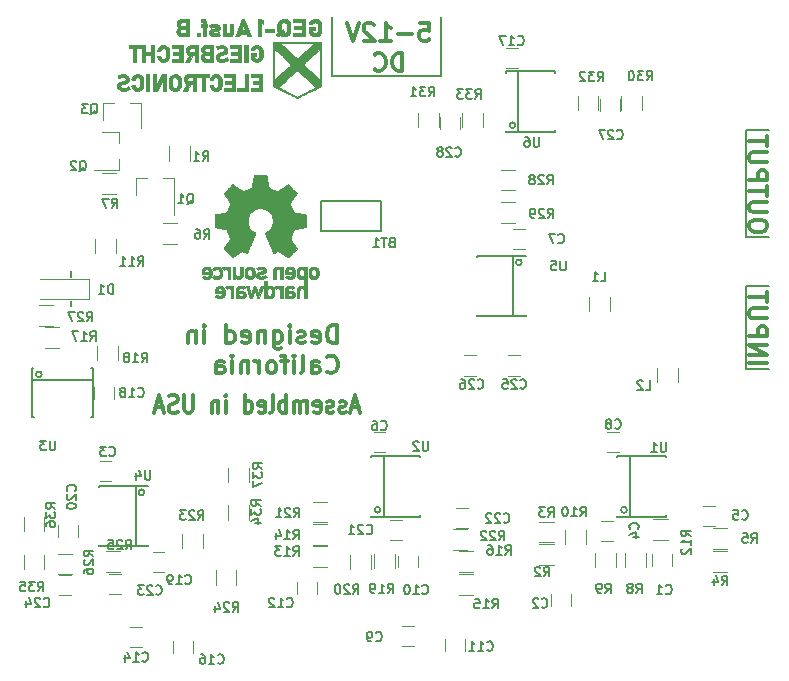
<source format=gbr>
G04 #@! TF.FileFunction,Legend,Bot*
%FSLAX46Y46*%
G04 Gerber Fmt 4.6, Leading zero omitted, Abs format (unit mm)*
G04 Created by KiCad (PCBNEW 4.0.7) date 07/07/19 20:21:31*
%MOMM*%
%LPD*%
G01*
G04 APERTURE LIST*
%ADD10C,0.100000*%
%ADD11C,0.300000*%
%ADD12C,0.200000*%
%ADD13C,0.010000*%
%ADD14C,0.150000*%
%ADD15C,0.120000*%
G04 APERTURE END LIST*
D10*
D11*
X116854761Y-133450000D02*
X116235713Y-133450000D01*
X116978570Y-133878571D02*
X116545237Y-132378571D01*
X116111904Y-133878571D01*
X115740475Y-133807143D02*
X115616665Y-133878571D01*
X115369046Y-133878571D01*
X115245237Y-133807143D01*
X115183332Y-133664286D01*
X115183332Y-133592857D01*
X115245237Y-133450000D01*
X115369046Y-133378571D01*
X115554761Y-133378571D01*
X115678570Y-133307143D01*
X115740475Y-133164286D01*
X115740475Y-133092857D01*
X115678570Y-132950000D01*
X115554761Y-132878571D01*
X115369046Y-132878571D01*
X115245237Y-132950000D01*
X114688094Y-133807143D02*
X114564284Y-133878571D01*
X114316665Y-133878571D01*
X114192856Y-133807143D01*
X114130951Y-133664286D01*
X114130951Y-133592857D01*
X114192856Y-133450000D01*
X114316665Y-133378571D01*
X114502380Y-133378571D01*
X114626189Y-133307143D01*
X114688094Y-133164286D01*
X114688094Y-133092857D01*
X114626189Y-132950000D01*
X114502380Y-132878571D01*
X114316665Y-132878571D01*
X114192856Y-132950000D01*
X113078570Y-133807143D02*
X113202380Y-133878571D01*
X113449999Y-133878571D01*
X113573808Y-133807143D01*
X113635713Y-133664286D01*
X113635713Y-133092857D01*
X113573808Y-132950000D01*
X113449999Y-132878571D01*
X113202380Y-132878571D01*
X113078570Y-132950000D01*
X113016665Y-133092857D01*
X113016665Y-133235714D01*
X113635713Y-133378571D01*
X112459522Y-133878571D02*
X112459522Y-132878571D01*
X112459522Y-133021429D02*
X112397617Y-132950000D01*
X112273808Y-132878571D01*
X112088094Y-132878571D01*
X111964284Y-132950000D01*
X111902379Y-133092857D01*
X111902379Y-133878571D01*
X111902379Y-133092857D02*
X111840475Y-132950000D01*
X111716665Y-132878571D01*
X111530951Y-132878571D01*
X111407141Y-132950000D01*
X111345236Y-133092857D01*
X111345236Y-133878571D01*
X110726189Y-133878571D02*
X110726189Y-132378571D01*
X110726189Y-132950000D02*
X110602380Y-132878571D01*
X110354761Y-132878571D01*
X110230951Y-132950000D01*
X110169046Y-133021429D01*
X110107142Y-133164286D01*
X110107142Y-133592857D01*
X110169046Y-133735714D01*
X110230951Y-133807143D01*
X110354761Y-133878571D01*
X110602380Y-133878571D01*
X110726189Y-133807143D01*
X109364285Y-133878571D02*
X109488094Y-133807143D01*
X109549999Y-133664286D01*
X109549999Y-132378571D01*
X108373809Y-133807143D02*
X108497619Y-133878571D01*
X108745238Y-133878571D01*
X108869047Y-133807143D01*
X108930952Y-133664286D01*
X108930952Y-133092857D01*
X108869047Y-132950000D01*
X108745238Y-132878571D01*
X108497619Y-132878571D01*
X108373809Y-132950000D01*
X108311904Y-133092857D01*
X108311904Y-133235714D01*
X108930952Y-133378571D01*
X107197618Y-133878571D02*
X107197618Y-132378571D01*
X107197618Y-133807143D02*
X107321428Y-133878571D01*
X107569047Y-133878571D01*
X107692856Y-133807143D01*
X107754761Y-133735714D01*
X107816666Y-133592857D01*
X107816666Y-133164286D01*
X107754761Y-133021429D01*
X107692856Y-132950000D01*
X107569047Y-132878571D01*
X107321428Y-132878571D01*
X107197618Y-132950000D01*
X105588095Y-133878571D02*
X105588095Y-132878571D01*
X105588095Y-132378571D02*
X105650000Y-132450000D01*
X105588095Y-132521429D01*
X105526190Y-132450000D01*
X105588095Y-132378571D01*
X105588095Y-132521429D01*
X104969047Y-132878571D02*
X104969047Y-133878571D01*
X104969047Y-133021429D02*
X104907142Y-132950000D01*
X104783333Y-132878571D01*
X104597619Y-132878571D01*
X104473809Y-132950000D01*
X104411904Y-133092857D01*
X104411904Y-133878571D01*
X102802381Y-132378571D02*
X102802381Y-133592857D01*
X102740476Y-133735714D01*
X102678572Y-133807143D01*
X102554762Y-133878571D01*
X102307143Y-133878571D01*
X102183334Y-133807143D01*
X102121429Y-133735714D01*
X102059524Y-133592857D01*
X102059524Y-132378571D01*
X101502381Y-133807143D02*
X101316667Y-133878571D01*
X101007143Y-133878571D01*
X100883333Y-133807143D01*
X100821429Y-133735714D01*
X100759524Y-133592857D01*
X100759524Y-133450000D01*
X100821429Y-133307143D01*
X100883333Y-133235714D01*
X101007143Y-133164286D01*
X101254762Y-133092857D01*
X101378571Y-133021429D01*
X101440476Y-132950000D01*
X101502381Y-132807143D01*
X101502381Y-132664286D01*
X101440476Y-132521429D01*
X101378571Y-132450000D01*
X101254762Y-132378571D01*
X100945238Y-132378571D01*
X100759524Y-132450000D01*
X100264286Y-133450000D02*
X99645238Y-133450000D01*
X100388095Y-133878571D02*
X99954762Y-132378571D01*
X99521429Y-133878571D01*
D12*
X149600000Y-130200000D02*
X151600000Y-130200000D01*
X149600000Y-130000000D02*
X149600000Y-130200000D01*
X149600000Y-129400000D02*
X149600000Y-130000000D01*
X150000000Y-119000000D02*
X151600000Y-119000000D01*
X149600000Y-119000000D02*
X150000000Y-119000000D01*
X149800000Y-119000000D02*
X149600000Y-119000000D01*
X149600000Y-123200000D02*
X149600000Y-129400000D01*
X149600000Y-123200000D02*
X151600000Y-123200000D01*
X151600000Y-110000000D02*
X151400000Y-110000000D01*
X149600000Y-118800000D02*
X149600000Y-119000000D01*
X149600000Y-110000000D02*
X149600000Y-118800000D01*
X149800000Y-110000000D02*
X149600000Y-110000000D01*
X151400000Y-110000000D02*
X149800000Y-110000000D01*
X123800000Y-105400000D02*
X123800000Y-100400000D01*
X114600000Y-105400000D02*
X123800000Y-105400000D01*
X114600000Y-100400000D02*
X114600000Y-105400000D01*
D11*
X114992857Y-128003571D02*
X114992857Y-126503571D01*
X114635714Y-126503571D01*
X114421429Y-126575000D01*
X114278571Y-126717857D01*
X114207143Y-126860714D01*
X114135714Y-127146429D01*
X114135714Y-127360714D01*
X114207143Y-127646429D01*
X114278571Y-127789286D01*
X114421429Y-127932143D01*
X114635714Y-128003571D01*
X114992857Y-128003571D01*
X112921429Y-127932143D02*
X113064286Y-128003571D01*
X113350000Y-128003571D01*
X113492857Y-127932143D01*
X113564286Y-127789286D01*
X113564286Y-127217857D01*
X113492857Y-127075000D01*
X113350000Y-127003571D01*
X113064286Y-127003571D01*
X112921429Y-127075000D01*
X112850000Y-127217857D01*
X112850000Y-127360714D01*
X113564286Y-127503571D01*
X112278572Y-127932143D02*
X112135715Y-128003571D01*
X111850000Y-128003571D01*
X111707143Y-127932143D01*
X111635715Y-127789286D01*
X111635715Y-127717857D01*
X111707143Y-127575000D01*
X111850000Y-127503571D01*
X112064286Y-127503571D01*
X112207143Y-127432143D01*
X112278572Y-127289286D01*
X112278572Y-127217857D01*
X112207143Y-127075000D01*
X112064286Y-127003571D01*
X111850000Y-127003571D01*
X111707143Y-127075000D01*
X110992857Y-128003571D02*
X110992857Y-127003571D01*
X110992857Y-126503571D02*
X111064286Y-126575000D01*
X110992857Y-126646429D01*
X110921429Y-126575000D01*
X110992857Y-126503571D01*
X110992857Y-126646429D01*
X109635714Y-127003571D02*
X109635714Y-128217857D01*
X109707143Y-128360714D01*
X109778571Y-128432143D01*
X109921428Y-128503571D01*
X110135714Y-128503571D01*
X110278571Y-128432143D01*
X109635714Y-127932143D02*
X109778571Y-128003571D01*
X110064285Y-128003571D01*
X110207143Y-127932143D01*
X110278571Y-127860714D01*
X110350000Y-127717857D01*
X110350000Y-127289286D01*
X110278571Y-127146429D01*
X110207143Y-127075000D01*
X110064285Y-127003571D01*
X109778571Y-127003571D01*
X109635714Y-127075000D01*
X108921428Y-127003571D02*
X108921428Y-128003571D01*
X108921428Y-127146429D02*
X108850000Y-127075000D01*
X108707142Y-127003571D01*
X108492857Y-127003571D01*
X108350000Y-127075000D01*
X108278571Y-127217857D01*
X108278571Y-128003571D01*
X106992857Y-127932143D02*
X107135714Y-128003571D01*
X107421428Y-128003571D01*
X107564285Y-127932143D01*
X107635714Y-127789286D01*
X107635714Y-127217857D01*
X107564285Y-127075000D01*
X107421428Y-127003571D01*
X107135714Y-127003571D01*
X106992857Y-127075000D01*
X106921428Y-127217857D01*
X106921428Y-127360714D01*
X107635714Y-127503571D01*
X105635714Y-128003571D02*
X105635714Y-126503571D01*
X105635714Y-127932143D02*
X105778571Y-128003571D01*
X106064285Y-128003571D01*
X106207143Y-127932143D01*
X106278571Y-127860714D01*
X106350000Y-127717857D01*
X106350000Y-127289286D01*
X106278571Y-127146429D01*
X106207143Y-127075000D01*
X106064285Y-127003571D01*
X105778571Y-127003571D01*
X105635714Y-127075000D01*
X103778571Y-128003571D02*
X103778571Y-127003571D01*
X103778571Y-126503571D02*
X103850000Y-126575000D01*
X103778571Y-126646429D01*
X103707143Y-126575000D01*
X103778571Y-126503571D01*
X103778571Y-126646429D01*
X103064285Y-127003571D02*
X103064285Y-128003571D01*
X103064285Y-127146429D02*
X102992857Y-127075000D01*
X102849999Y-127003571D01*
X102635714Y-127003571D01*
X102492857Y-127075000D01*
X102421428Y-127217857D01*
X102421428Y-128003571D01*
X114135714Y-130410714D02*
X114207143Y-130482143D01*
X114421429Y-130553571D01*
X114564286Y-130553571D01*
X114778571Y-130482143D01*
X114921429Y-130339286D01*
X114992857Y-130196429D01*
X115064286Y-129910714D01*
X115064286Y-129696429D01*
X114992857Y-129410714D01*
X114921429Y-129267857D01*
X114778571Y-129125000D01*
X114564286Y-129053571D01*
X114421429Y-129053571D01*
X114207143Y-129125000D01*
X114135714Y-129196429D01*
X112850000Y-130553571D02*
X112850000Y-129767857D01*
X112921429Y-129625000D01*
X113064286Y-129553571D01*
X113350000Y-129553571D01*
X113492857Y-129625000D01*
X112850000Y-130482143D02*
X112992857Y-130553571D01*
X113350000Y-130553571D01*
X113492857Y-130482143D01*
X113564286Y-130339286D01*
X113564286Y-130196429D01*
X113492857Y-130053571D01*
X113350000Y-129982143D01*
X112992857Y-129982143D01*
X112850000Y-129910714D01*
X111921428Y-130553571D02*
X112064286Y-130482143D01*
X112135714Y-130339286D01*
X112135714Y-129053571D01*
X111350000Y-130553571D02*
X111350000Y-129553571D01*
X111350000Y-129053571D02*
X111421429Y-129125000D01*
X111350000Y-129196429D01*
X111278572Y-129125000D01*
X111350000Y-129053571D01*
X111350000Y-129196429D01*
X110850000Y-129553571D02*
X110278571Y-129553571D01*
X110635714Y-130553571D02*
X110635714Y-129267857D01*
X110564286Y-129125000D01*
X110421428Y-129053571D01*
X110278571Y-129053571D01*
X109564285Y-130553571D02*
X109707143Y-130482143D01*
X109778571Y-130410714D01*
X109850000Y-130267857D01*
X109850000Y-129839286D01*
X109778571Y-129696429D01*
X109707143Y-129625000D01*
X109564285Y-129553571D01*
X109350000Y-129553571D01*
X109207143Y-129625000D01*
X109135714Y-129696429D01*
X109064285Y-129839286D01*
X109064285Y-130267857D01*
X109135714Y-130410714D01*
X109207143Y-130482143D01*
X109350000Y-130553571D01*
X109564285Y-130553571D01*
X108421428Y-130553571D02*
X108421428Y-129553571D01*
X108421428Y-129839286D02*
X108350000Y-129696429D01*
X108278571Y-129625000D01*
X108135714Y-129553571D01*
X107992857Y-129553571D01*
X107492857Y-129553571D02*
X107492857Y-130553571D01*
X107492857Y-129696429D02*
X107421429Y-129625000D01*
X107278571Y-129553571D01*
X107064286Y-129553571D01*
X106921429Y-129625000D01*
X106850000Y-129767857D01*
X106850000Y-130553571D01*
X106135714Y-130553571D02*
X106135714Y-129553571D01*
X106135714Y-129053571D02*
X106207143Y-129125000D01*
X106135714Y-129196429D01*
X106064286Y-129125000D01*
X106135714Y-129053571D01*
X106135714Y-129196429D01*
X104778571Y-130553571D02*
X104778571Y-129767857D01*
X104850000Y-129625000D01*
X104992857Y-129553571D01*
X105278571Y-129553571D01*
X105421428Y-129625000D01*
X104778571Y-130482143D02*
X104921428Y-130553571D01*
X105278571Y-130553571D01*
X105421428Y-130482143D01*
X105492857Y-130339286D01*
X105492857Y-130196429D01*
X105421428Y-130053571D01*
X105278571Y-129982143D01*
X104921428Y-129982143D01*
X104778571Y-129910714D01*
X151421429Y-118207143D02*
X151421429Y-117921429D01*
X151350000Y-117778571D01*
X151207143Y-117635714D01*
X150921429Y-117564286D01*
X150421429Y-117564286D01*
X150135714Y-117635714D01*
X149992857Y-117778571D01*
X149921429Y-117921429D01*
X149921429Y-118207143D01*
X149992857Y-118350000D01*
X150135714Y-118492857D01*
X150421429Y-118564286D01*
X150921429Y-118564286D01*
X151207143Y-118492857D01*
X151350000Y-118350000D01*
X151421429Y-118207143D01*
X151421429Y-116921428D02*
X150207143Y-116921428D01*
X150064286Y-116850000D01*
X149992857Y-116778571D01*
X149921429Y-116635714D01*
X149921429Y-116350000D01*
X149992857Y-116207142D01*
X150064286Y-116135714D01*
X150207143Y-116064285D01*
X151421429Y-116064285D01*
X151421429Y-115564285D02*
X151421429Y-114707142D01*
X149921429Y-115135713D02*
X151421429Y-115135713D01*
X149921429Y-114207142D02*
X151421429Y-114207142D01*
X151421429Y-113635714D01*
X151350000Y-113492856D01*
X151278571Y-113421428D01*
X151135714Y-113349999D01*
X150921429Y-113349999D01*
X150778571Y-113421428D01*
X150707143Y-113492856D01*
X150635714Y-113635714D01*
X150635714Y-114207142D01*
X151421429Y-112707142D02*
X150207143Y-112707142D01*
X150064286Y-112635714D01*
X149992857Y-112564285D01*
X149921429Y-112421428D01*
X149921429Y-112135714D01*
X149992857Y-111992856D01*
X150064286Y-111921428D01*
X150207143Y-111849999D01*
X151421429Y-111849999D01*
X151421429Y-111349999D02*
X151421429Y-110492856D01*
X149921429Y-110921427D02*
X151421429Y-110921427D01*
X149921429Y-129692857D02*
X151421429Y-129692857D01*
X149921429Y-128978571D02*
X151421429Y-128978571D01*
X149921429Y-128121428D01*
X151421429Y-128121428D01*
X149921429Y-127407142D02*
X151421429Y-127407142D01*
X151421429Y-126835714D01*
X151350000Y-126692856D01*
X151278571Y-126621428D01*
X151135714Y-126549999D01*
X150921429Y-126549999D01*
X150778571Y-126621428D01*
X150707143Y-126692856D01*
X150635714Y-126835714D01*
X150635714Y-127407142D01*
X151421429Y-125907142D02*
X150207143Y-125907142D01*
X150064286Y-125835714D01*
X149992857Y-125764285D01*
X149921429Y-125621428D01*
X149921429Y-125335714D01*
X149992857Y-125192856D01*
X150064286Y-125121428D01*
X150207143Y-125049999D01*
X151421429Y-125049999D01*
X151421429Y-124549999D02*
X151421429Y-123692856D01*
X149921429Y-124121427D02*
X151421429Y-124121427D01*
X122042856Y-100903571D02*
X122757142Y-100903571D01*
X122828571Y-101617857D01*
X122757142Y-101546429D01*
X122614285Y-101475000D01*
X122257142Y-101475000D01*
X122114285Y-101546429D01*
X122042856Y-101617857D01*
X121971428Y-101760714D01*
X121971428Y-102117857D01*
X122042856Y-102260714D01*
X122114285Y-102332143D01*
X122257142Y-102403571D01*
X122614285Y-102403571D01*
X122757142Y-102332143D01*
X122828571Y-102260714D01*
X121328571Y-101832143D02*
X120185714Y-101832143D01*
X118685714Y-102403571D02*
X119542857Y-102403571D01*
X119114285Y-102403571D02*
X119114285Y-100903571D01*
X119257142Y-101117857D01*
X119400000Y-101260714D01*
X119542857Y-101332143D01*
X118114286Y-101046429D02*
X118042857Y-100975000D01*
X117900000Y-100903571D01*
X117542857Y-100903571D01*
X117400000Y-100975000D01*
X117328571Y-101046429D01*
X117257143Y-101189286D01*
X117257143Y-101332143D01*
X117328571Y-101546429D01*
X118185714Y-102403571D01*
X117257143Y-102403571D01*
X116828572Y-100903571D02*
X116328572Y-102403571D01*
X115828572Y-100903571D01*
X120542857Y-104953571D02*
X120542857Y-103453571D01*
X120185714Y-103453571D01*
X119971429Y-103525000D01*
X119828571Y-103667857D01*
X119757143Y-103810714D01*
X119685714Y-104096429D01*
X119685714Y-104310714D01*
X119757143Y-104596429D01*
X119828571Y-104739286D01*
X119971429Y-104882143D01*
X120185714Y-104953571D01*
X120542857Y-104953571D01*
X118185714Y-104810714D02*
X118257143Y-104882143D01*
X118471429Y-104953571D01*
X118614286Y-104953571D01*
X118828571Y-104882143D01*
X118971429Y-104739286D01*
X119042857Y-104596429D01*
X119114286Y-104310714D01*
X119114286Y-104096429D01*
X119042857Y-103810714D01*
X118971429Y-103667857D01*
X118828571Y-103525000D01*
X118614286Y-103453571D01*
X118471429Y-103453571D01*
X118257143Y-103525000D01*
X118185714Y-103596429D01*
D13*
G36*
X110974462Y-123151034D02*
X110916282Y-123157724D01*
X110863317Y-123168209D01*
X110861227Y-123168738D01*
X110801802Y-123188766D01*
X110750365Y-123216399D01*
X110706944Y-123251614D01*
X110671564Y-123294387D01*
X110644251Y-123344695D01*
X110633446Y-123373217D01*
X110631512Y-123379692D01*
X110629834Y-123387148D01*
X110628388Y-123396394D01*
X110627153Y-123408240D01*
X110626105Y-123423495D01*
X110625222Y-123442967D01*
X110624483Y-123467467D01*
X110623864Y-123497803D01*
X110623343Y-123534784D01*
X110622898Y-123579221D01*
X110622506Y-123631921D01*
X110622145Y-123693695D01*
X110621792Y-123765352D01*
X110621636Y-123799772D01*
X110619870Y-124195956D01*
X110835696Y-124195956D01*
X110835696Y-124113377D01*
X110858942Y-124138596D01*
X110884041Y-124161579D01*
X110912821Y-124179326D01*
X110946687Y-124192254D01*
X110987043Y-124200781D01*
X111035296Y-124205324D01*
X111086935Y-124206349D01*
X111118589Y-124205625D01*
X111149577Y-124203974D01*
X111176584Y-124201632D01*
X111196296Y-124198835D01*
X111198155Y-124198449D01*
X111257548Y-124180573D01*
X111310415Y-124154732D01*
X111356106Y-124121512D01*
X111393969Y-124081494D01*
X111423354Y-124035264D01*
X111443610Y-123983405D01*
X111445425Y-123976719D01*
X111450824Y-123946160D01*
X111453516Y-123909441D01*
X111453492Y-123872292D01*
X111254415Y-123872292D01*
X111252418Y-123903524D01*
X111241406Y-123933210D01*
X111223804Y-123956568D01*
X111194188Y-123979142D01*
X111157127Y-123995968D01*
X111132381Y-124002750D01*
X111116550Y-124004641D01*
X111092675Y-124005707D01*
X111063366Y-124006014D01*
X111031238Y-124005625D01*
X110998900Y-124004607D01*
X110968966Y-124003024D01*
X110944048Y-124000940D01*
X110926757Y-123998420D01*
X110923394Y-123997573D01*
X110890530Y-123982640D01*
X110865429Y-123959927D01*
X110852261Y-123939187D01*
X110846572Y-123926768D01*
X110842581Y-123914514D01*
X110839915Y-123899960D01*
X110838200Y-123880639D01*
X110837060Y-123854085D01*
X110836547Y-123835663D01*
X110834637Y-123759739D01*
X110977572Y-123759739D01*
X111029798Y-123759976D01*
X111072403Y-123760818D01*
X111106801Y-123762460D01*
X111134406Y-123765098D01*
X111156633Y-123768929D01*
X111174895Y-123774147D01*
X111190608Y-123780949D01*
X111205185Y-123789531D01*
X111208414Y-123791700D01*
X111232204Y-123814142D01*
X111247608Y-123841752D01*
X111254415Y-123872292D01*
X111453492Y-123872292D01*
X111453491Y-123870864D01*
X111450739Y-123834732D01*
X111445805Y-123807397D01*
X111426517Y-123754164D01*
X111398226Y-123707046D01*
X111361439Y-123666538D01*
X111316662Y-123633138D01*
X111264400Y-123607342D01*
X111230500Y-123595959D01*
X111219244Y-123593241D01*
X111205676Y-123591020D01*
X111188506Y-123589227D01*
X111166448Y-123587792D01*
X111138214Y-123586646D01*
X111102515Y-123585719D01*
X111058064Y-123584942D01*
X111016533Y-123584395D01*
X110835696Y-123582241D01*
X110835817Y-123512240D01*
X110837067Y-123470598D01*
X110841226Y-123438182D01*
X110849154Y-123413364D01*
X110861710Y-123394520D01*
X110879752Y-123380022D01*
X110904141Y-123368244D01*
X110913784Y-123364658D01*
X110940642Y-123357736D01*
X110975032Y-123352644D01*
X111013552Y-123349652D01*
X111052800Y-123349030D01*
X111087494Y-123350866D01*
X111131360Y-123357477D01*
X111166632Y-123368554D01*
X111195114Y-123384851D01*
X111216612Y-123404802D01*
X111238199Y-123429326D01*
X111321013Y-123366761D01*
X111347030Y-123346875D01*
X111369729Y-123329085D01*
X111387731Y-123314509D01*
X111399657Y-123304263D01*
X111404127Y-123299464D01*
X111404131Y-123299431D01*
X111400576Y-123293771D01*
X111390743Y-123282289D01*
X111376286Y-123266845D01*
X111364403Y-123254773D01*
X111322800Y-123219203D01*
X111276717Y-123191594D01*
X111223970Y-123170749D01*
X111197370Y-123163230D01*
X111149310Y-123154236D01*
X111094074Y-123149239D01*
X111034758Y-123148188D01*
X110974462Y-123151034D01*
X110974462Y-123151034D01*
G37*
X110974462Y-123151034D02*
X110916282Y-123157724D01*
X110863317Y-123168209D01*
X110861227Y-123168738D01*
X110801802Y-123188766D01*
X110750365Y-123216399D01*
X110706944Y-123251614D01*
X110671564Y-123294387D01*
X110644251Y-123344695D01*
X110633446Y-123373217D01*
X110631512Y-123379692D01*
X110629834Y-123387148D01*
X110628388Y-123396394D01*
X110627153Y-123408240D01*
X110626105Y-123423495D01*
X110625222Y-123442967D01*
X110624483Y-123467467D01*
X110623864Y-123497803D01*
X110623343Y-123534784D01*
X110622898Y-123579221D01*
X110622506Y-123631921D01*
X110622145Y-123693695D01*
X110621792Y-123765352D01*
X110621636Y-123799772D01*
X110619870Y-124195956D01*
X110835696Y-124195956D01*
X110835696Y-124113377D01*
X110858942Y-124138596D01*
X110884041Y-124161579D01*
X110912821Y-124179326D01*
X110946687Y-124192254D01*
X110987043Y-124200781D01*
X111035296Y-124205324D01*
X111086935Y-124206349D01*
X111118589Y-124205625D01*
X111149577Y-124203974D01*
X111176584Y-124201632D01*
X111196296Y-124198835D01*
X111198155Y-124198449D01*
X111257548Y-124180573D01*
X111310415Y-124154732D01*
X111356106Y-124121512D01*
X111393969Y-124081494D01*
X111423354Y-124035264D01*
X111443610Y-123983405D01*
X111445425Y-123976719D01*
X111450824Y-123946160D01*
X111453516Y-123909441D01*
X111453492Y-123872292D01*
X111254415Y-123872292D01*
X111252418Y-123903524D01*
X111241406Y-123933210D01*
X111223804Y-123956568D01*
X111194188Y-123979142D01*
X111157127Y-123995968D01*
X111132381Y-124002750D01*
X111116550Y-124004641D01*
X111092675Y-124005707D01*
X111063366Y-124006014D01*
X111031238Y-124005625D01*
X110998900Y-124004607D01*
X110968966Y-124003024D01*
X110944048Y-124000940D01*
X110926757Y-123998420D01*
X110923394Y-123997573D01*
X110890530Y-123982640D01*
X110865429Y-123959927D01*
X110852261Y-123939187D01*
X110846572Y-123926768D01*
X110842581Y-123914514D01*
X110839915Y-123899960D01*
X110838200Y-123880639D01*
X110837060Y-123854085D01*
X110836547Y-123835663D01*
X110834637Y-123759739D01*
X110977572Y-123759739D01*
X111029798Y-123759976D01*
X111072403Y-123760818D01*
X111106801Y-123762460D01*
X111134406Y-123765098D01*
X111156633Y-123768929D01*
X111174895Y-123774147D01*
X111190608Y-123780949D01*
X111205185Y-123789531D01*
X111208414Y-123791700D01*
X111232204Y-123814142D01*
X111247608Y-123841752D01*
X111254415Y-123872292D01*
X111453492Y-123872292D01*
X111453491Y-123870864D01*
X111450739Y-123834732D01*
X111445805Y-123807397D01*
X111426517Y-123754164D01*
X111398226Y-123707046D01*
X111361439Y-123666538D01*
X111316662Y-123633138D01*
X111264400Y-123607342D01*
X111230500Y-123595959D01*
X111219244Y-123593241D01*
X111205676Y-123591020D01*
X111188506Y-123589227D01*
X111166448Y-123587792D01*
X111138214Y-123586646D01*
X111102515Y-123585719D01*
X111058064Y-123584942D01*
X111016533Y-123584395D01*
X110835696Y-123582241D01*
X110835817Y-123512240D01*
X110837067Y-123470598D01*
X110841226Y-123438182D01*
X110849154Y-123413364D01*
X110861710Y-123394520D01*
X110879752Y-123380022D01*
X110904141Y-123368244D01*
X110913784Y-123364658D01*
X110940642Y-123357736D01*
X110975032Y-123352644D01*
X111013552Y-123349652D01*
X111052800Y-123349030D01*
X111087494Y-123350866D01*
X111131360Y-123357477D01*
X111166632Y-123368554D01*
X111195114Y-123384851D01*
X111216612Y-123404802D01*
X111238199Y-123429326D01*
X111321013Y-123366761D01*
X111347030Y-123346875D01*
X111369729Y-123329085D01*
X111387731Y-123314509D01*
X111399657Y-123304263D01*
X111404127Y-123299464D01*
X111404131Y-123299431D01*
X111400576Y-123293771D01*
X111390743Y-123282289D01*
X111376286Y-123266845D01*
X111364403Y-123254773D01*
X111322800Y-123219203D01*
X111276717Y-123191594D01*
X111223970Y-123170749D01*
X111197370Y-123163230D01*
X111149310Y-123154236D01*
X111094074Y-123149239D01*
X111034758Y-123148188D01*
X110974462Y-123151034D01*
G36*
X108864435Y-124195956D02*
X109079783Y-124195956D01*
X109079783Y-124095542D01*
X109107185Y-124120178D01*
X109134972Y-124141459D01*
X109169528Y-124162434D01*
X109206738Y-124180923D01*
X109242487Y-124194746D01*
X109254515Y-124198240D01*
X109281687Y-124203038D01*
X109315635Y-124205796D01*
X109352605Y-124206513D01*
X109388845Y-124205189D01*
X109420602Y-124201823D01*
X109438095Y-124198268D01*
X109494582Y-124177742D01*
X109545641Y-124148486D01*
X109590304Y-124111475D01*
X109627604Y-124067689D01*
X109656572Y-124018105D01*
X109676240Y-123963700D01*
X109678195Y-123955761D01*
X109683313Y-123927093D01*
X109687708Y-123889291D01*
X109691306Y-123844245D01*
X109694033Y-123793843D01*
X109695815Y-123739977D01*
X109696579Y-123684535D01*
X109696534Y-123676913D01*
X109482651Y-123676913D01*
X109481167Y-123743024D01*
X109476541Y-123799356D01*
X109468510Y-123846794D01*
X109456814Y-123886220D01*
X109441190Y-123918517D01*
X109421378Y-123944568D01*
X109397283Y-123965140D01*
X109362917Y-123982708D01*
X109322867Y-123993076D01*
X109279938Y-123996112D01*
X109236933Y-123991682D01*
X109196657Y-123979652D01*
X109186808Y-123975179D01*
X109155870Y-123955622D01*
X109130942Y-123929894D01*
X109111488Y-123897013D01*
X109096973Y-123856000D01*
X109086862Y-123805875D01*
X109084470Y-123787761D01*
X109082067Y-123758125D01*
X109080835Y-123722009D01*
X109080695Y-123681945D01*
X109081565Y-123640466D01*
X109083366Y-123600105D01*
X109086018Y-123563393D01*
X109089441Y-123532863D01*
X109093171Y-123512535D01*
X109109045Y-123465212D01*
X109130953Y-123427091D01*
X109159173Y-123397950D01*
X109193981Y-123377568D01*
X109235654Y-123365723D01*
X109280900Y-123362174D01*
X109320884Y-123364112D01*
X109353205Y-123370604D01*
X109380658Y-123382668D01*
X109406043Y-123401320D01*
X109417095Y-123411694D01*
X109436441Y-123434009D01*
X109451921Y-123459361D01*
X109463859Y-123489058D01*
X109472577Y-123524408D01*
X109478400Y-123566720D01*
X109481650Y-123617299D01*
X109482651Y-123676913D01*
X109696534Y-123676913D01*
X109696249Y-123629408D01*
X109694752Y-123576486D01*
X109693834Y-123556815D01*
X109690188Y-123498528D01*
X109685569Y-123449691D01*
X109679444Y-123408721D01*
X109671282Y-123374033D01*
X109660551Y-123344044D01*
X109646721Y-123317168D01*
X109629259Y-123291823D01*
X109607633Y-123266424D01*
X109590328Y-123248363D01*
X109549737Y-123212246D01*
X109507831Y-123185407D01*
X109461585Y-123166217D01*
X109416803Y-123154738D01*
X109355001Y-123147684D01*
X109294504Y-123151567D01*
X109235497Y-123166339D01*
X109178162Y-123191950D01*
X109122682Y-123228352D01*
X109113354Y-123235686D01*
X109079783Y-123262738D01*
X109079783Y-122743739D01*
X108864435Y-122743739D01*
X108864435Y-124195956D01*
X108864435Y-124195956D01*
G37*
X108864435Y-124195956D02*
X109079783Y-124195956D01*
X109079783Y-124095542D01*
X109107185Y-124120178D01*
X109134972Y-124141459D01*
X109169528Y-124162434D01*
X109206738Y-124180923D01*
X109242487Y-124194746D01*
X109254515Y-124198240D01*
X109281687Y-124203038D01*
X109315635Y-124205796D01*
X109352605Y-124206513D01*
X109388845Y-124205189D01*
X109420602Y-124201823D01*
X109438095Y-124198268D01*
X109494582Y-124177742D01*
X109545641Y-124148486D01*
X109590304Y-124111475D01*
X109627604Y-124067689D01*
X109656572Y-124018105D01*
X109676240Y-123963700D01*
X109678195Y-123955761D01*
X109683313Y-123927093D01*
X109687708Y-123889291D01*
X109691306Y-123844245D01*
X109694033Y-123793843D01*
X109695815Y-123739977D01*
X109696579Y-123684535D01*
X109696534Y-123676913D01*
X109482651Y-123676913D01*
X109481167Y-123743024D01*
X109476541Y-123799356D01*
X109468510Y-123846794D01*
X109456814Y-123886220D01*
X109441190Y-123918517D01*
X109421378Y-123944568D01*
X109397283Y-123965140D01*
X109362917Y-123982708D01*
X109322867Y-123993076D01*
X109279938Y-123996112D01*
X109236933Y-123991682D01*
X109196657Y-123979652D01*
X109186808Y-123975179D01*
X109155870Y-123955622D01*
X109130942Y-123929894D01*
X109111488Y-123897013D01*
X109096973Y-123856000D01*
X109086862Y-123805875D01*
X109084470Y-123787761D01*
X109082067Y-123758125D01*
X109080835Y-123722009D01*
X109080695Y-123681945D01*
X109081565Y-123640466D01*
X109083366Y-123600105D01*
X109086018Y-123563393D01*
X109089441Y-123532863D01*
X109093171Y-123512535D01*
X109109045Y-123465212D01*
X109130953Y-123427091D01*
X109159173Y-123397950D01*
X109193981Y-123377568D01*
X109235654Y-123365723D01*
X109280900Y-123362174D01*
X109320884Y-123364112D01*
X109353205Y-123370604D01*
X109380658Y-123382668D01*
X109406043Y-123401320D01*
X109417095Y-123411694D01*
X109436441Y-123434009D01*
X109451921Y-123459361D01*
X109463859Y-123489058D01*
X109472577Y-123524408D01*
X109478400Y-123566720D01*
X109481650Y-123617299D01*
X109482651Y-123676913D01*
X109696534Y-123676913D01*
X109696249Y-123629408D01*
X109694752Y-123576486D01*
X109693834Y-123556815D01*
X109690188Y-123498528D01*
X109685569Y-123449691D01*
X109679444Y-123408721D01*
X109671282Y-123374033D01*
X109660551Y-123344044D01*
X109646721Y-123317168D01*
X109629259Y-123291823D01*
X109607633Y-123266424D01*
X109590328Y-123248363D01*
X109549737Y-123212246D01*
X109507831Y-123185407D01*
X109461585Y-123166217D01*
X109416803Y-123154738D01*
X109355001Y-123147684D01*
X109294504Y-123151567D01*
X109235497Y-123166339D01*
X109178162Y-123191950D01*
X109122682Y-123228352D01*
X109113354Y-123235686D01*
X109079783Y-123262738D01*
X109079783Y-122743739D01*
X108864435Y-122743739D01*
X108864435Y-124195956D01*
G36*
X106798132Y-123151216D02*
X106739434Y-123158156D01*
X106685897Y-123168967D01*
X106685554Y-123169055D01*
X106629109Y-123188107D01*
X106579082Y-123214440D01*
X106536431Y-123247344D01*
X106502114Y-123286109D01*
X106481712Y-123320033D01*
X106475126Y-123333576D01*
X106469406Y-123346158D01*
X106464492Y-123358632D01*
X106460323Y-123371852D01*
X106456835Y-123386670D01*
X106453970Y-123403939D01*
X106451664Y-123424514D01*
X106449857Y-123449246D01*
X106448486Y-123478990D01*
X106447492Y-123514598D01*
X106446813Y-123556924D01*
X106446386Y-123606820D01*
X106446151Y-123665140D01*
X106446047Y-123732738D01*
X106446011Y-123810465D01*
X106446009Y-123816337D01*
X106445914Y-124195956D01*
X106661261Y-124195956D01*
X106661261Y-124116306D01*
X106687490Y-124141756D01*
X106713125Y-124163528D01*
X106740757Y-124180252D01*
X106772094Y-124192421D01*
X106808847Y-124200526D01*
X106852724Y-124205060D01*
X106905434Y-124206513D01*
X106912500Y-124206504D01*
X106954782Y-124205631D01*
X106988831Y-124203222D01*
X107017384Y-124199034D01*
X107031660Y-124195902D01*
X107091456Y-124176423D01*
X107143914Y-124149434D01*
X107188572Y-124115377D01*
X107224970Y-124074689D01*
X107252646Y-124027812D01*
X107271140Y-123975186D01*
X107273455Y-123965152D01*
X107277670Y-123935267D01*
X107279397Y-123899832D01*
X107278797Y-123868629D01*
X107078999Y-123868629D01*
X107077498Y-123900291D01*
X107066565Y-123931093D01*
X107047599Y-123958027D01*
X107030585Y-123972764D01*
X107007044Y-123986461D01*
X106980590Y-123996316D01*
X106949372Y-124002673D01*
X106911544Y-124005875D01*
X106865256Y-124006266D01*
X106851761Y-124005954D01*
X106820863Y-124004716D01*
X106792317Y-124002912D01*
X106768695Y-124000750D01*
X106752570Y-123998441D01*
X106748960Y-123997573D01*
X106716746Y-123982866D01*
X106691100Y-123960856D01*
X106679121Y-123943717D01*
X106672172Y-123925522D01*
X106666018Y-123898750D01*
X106661019Y-123865856D01*
X106657538Y-123829299D01*
X106655937Y-123791535D01*
X106655882Y-123785967D01*
X106655740Y-123759739D01*
X106795790Y-123759739D01*
X106835871Y-123759959D01*
X106873923Y-123760577D01*
X106908035Y-123761531D01*
X106936293Y-123762758D01*
X106956784Y-123764194D01*
X106965584Y-123765310D01*
X107005714Y-123776990D01*
X107037668Y-123795244D01*
X107060988Y-123819656D01*
X107075219Y-123849812D01*
X107078999Y-123868629D01*
X107278797Y-123868629D01*
X107278691Y-123863154D01*
X107275605Y-123829539D01*
X107271474Y-123807796D01*
X107252183Y-123754447D01*
X107223929Y-123707344D01*
X107187116Y-123666883D01*
X107142149Y-123633461D01*
X107089432Y-123607475D01*
X107055663Y-123596024D01*
X107044616Y-123593296D01*
X107031358Y-123591068D01*
X107014599Y-123589271D01*
X106993049Y-123587835D01*
X106965416Y-123586689D01*
X106930412Y-123585763D01*
X106886746Y-123584987D01*
X106842098Y-123584395D01*
X106661261Y-123582241D01*
X106661261Y-123510639D01*
X106661504Y-123479599D01*
X106662423Y-123457194D01*
X106664305Y-123441025D01*
X106667436Y-123428691D01*
X106672102Y-123417792D01*
X106672414Y-123417177D01*
X106688942Y-123395129D01*
X106713050Y-123376174D01*
X106741281Y-123362958D01*
X106744539Y-123361954D01*
X106771273Y-123356252D01*
X106805280Y-123352057D01*
X106842861Y-123349613D01*
X106880317Y-123349163D01*
X106913059Y-123350866D01*
X106956974Y-123357491D01*
X106992286Y-123368594D01*
X107020786Y-123384923D01*
X107042107Y-123404722D01*
X107063624Y-123429167D01*
X107146491Y-123366681D01*
X107172528Y-123346810D01*
X107195246Y-123329019D01*
X107213264Y-123314426D01*
X107225201Y-123304151D01*
X107229675Y-123299313D01*
X107229679Y-123299279D01*
X107226106Y-123293585D01*
X107216207Y-123282110D01*
X107201640Y-123266704D01*
X107189425Y-123254440D01*
X107146893Y-123218451D01*
X107100154Y-123190706D01*
X107046911Y-123169947D01*
X107022935Y-123163230D01*
X106974393Y-123154154D01*
X106918692Y-123149162D01*
X106858911Y-123148200D01*
X106798132Y-123151216D01*
X106798132Y-123151216D01*
G37*
X106798132Y-123151216D02*
X106739434Y-123158156D01*
X106685897Y-123168967D01*
X106685554Y-123169055D01*
X106629109Y-123188107D01*
X106579082Y-123214440D01*
X106536431Y-123247344D01*
X106502114Y-123286109D01*
X106481712Y-123320033D01*
X106475126Y-123333576D01*
X106469406Y-123346158D01*
X106464492Y-123358632D01*
X106460323Y-123371852D01*
X106456835Y-123386670D01*
X106453970Y-123403939D01*
X106451664Y-123424514D01*
X106449857Y-123449246D01*
X106448486Y-123478990D01*
X106447492Y-123514598D01*
X106446813Y-123556924D01*
X106446386Y-123606820D01*
X106446151Y-123665140D01*
X106446047Y-123732738D01*
X106446011Y-123810465D01*
X106446009Y-123816337D01*
X106445914Y-124195956D01*
X106661261Y-124195956D01*
X106661261Y-124116306D01*
X106687490Y-124141756D01*
X106713125Y-124163528D01*
X106740757Y-124180252D01*
X106772094Y-124192421D01*
X106808847Y-124200526D01*
X106852724Y-124205060D01*
X106905434Y-124206513D01*
X106912500Y-124206504D01*
X106954782Y-124205631D01*
X106988831Y-124203222D01*
X107017384Y-124199034D01*
X107031660Y-124195902D01*
X107091456Y-124176423D01*
X107143914Y-124149434D01*
X107188572Y-124115377D01*
X107224970Y-124074689D01*
X107252646Y-124027812D01*
X107271140Y-123975186D01*
X107273455Y-123965152D01*
X107277670Y-123935267D01*
X107279397Y-123899832D01*
X107278797Y-123868629D01*
X107078999Y-123868629D01*
X107077498Y-123900291D01*
X107066565Y-123931093D01*
X107047599Y-123958027D01*
X107030585Y-123972764D01*
X107007044Y-123986461D01*
X106980590Y-123996316D01*
X106949372Y-124002673D01*
X106911544Y-124005875D01*
X106865256Y-124006266D01*
X106851761Y-124005954D01*
X106820863Y-124004716D01*
X106792317Y-124002912D01*
X106768695Y-124000750D01*
X106752570Y-123998441D01*
X106748960Y-123997573D01*
X106716746Y-123982866D01*
X106691100Y-123960856D01*
X106679121Y-123943717D01*
X106672172Y-123925522D01*
X106666018Y-123898750D01*
X106661019Y-123865856D01*
X106657538Y-123829299D01*
X106655937Y-123791535D01*
X106655882Y-123785967D01*
X106655740Y-123759739D01*
X106795790Y-123759739D01*
X106835871Y-123759959D01*
X106873923Y-123760577D01*
X106908035Y-123761531D01*
X106936293Y-123762758D01*
X106956784Y-123764194D01*
X106965584Y-123765310D01*
X107005714Y-123776990D01*
X107037668Y-123795244D01*
X107060988Y-123819656D01*
X107075219Y-123849812D01*
X107078999Y-123868629D01*
X107278797Y-123868629D01*
X107278691Y-123863154D01*
X107275605Y-123829539D01*
X107271474Y-123807796D01*
X107252183Y-123754447D01*
X107223929Y-123707344D01*
X107187116Y-123666883D01*
X107142149Y-123633461D01*
X107089432Y-123607475D01*
X107055663Y-123596024D01*
X107044616Y-123593296D01*
X107031358Y-123591068D01*
X107014599Y-123589271D01*
X106993049Y-123587835D01*
X106965416Y-123586689D01*
X106930412Y-123585763D01*
X106886746Y-123584987D01*
X106842098Y-123584395D01*
X106661261Y-123582241D01*
X106661261Y-123510639D01*
X106661504Y-123479599D01*
X106662423Y-123457194D01*
X106664305Y-123441025D01*
X106667436Y-123428691D01*
X106672102Y-123417792D01*
X106672414Y-123417177D01*
X106688942Y-123395129D01*
X106713050Y-123376174D01*
X106741281Y-123362958D01*
X106744539Y-123361954D01*
X106771273Y-123356252D01*
X106805280Y-123352057D01*
X106842861Y-123349613D01*
X106880317Y-123349163D01*
X106913059Y-123350866D01*
X106956974Y-123357491D01*
X106992286Y-123368594D01*
X107020786Y-123384923D01*
X107042107Y-123404722D01*
X107063624Y-123429167D01*
X107146491Y-123366681D01*
X107172528Y-123346810D01*
X107195246Y-123329019D01*
X107213264Y-123314426D01*
X107225201Y-123304151D01*
X107229675Y-123299313D01*
X107229679Y-123299279D01*
X107226106Y-123293585D01*
X107216207Y-123282110D01*
X107201640Y-123266704D01*
X107189425Y-123254440D01*
X107146893Y-123218451D01*
X107100154Y-123190706D01*
X107046911Y-123169947D01*
X107022935Y-123163230D01*
X106974393Y-123154154D01*
X106918692Y-123149162D01*
X106858911Y-123148200D01*
X106798132Y-123151216D01*
G36*
X105039851Y-123150359D02*
X104975208Y-123163252D01*
X104913430Y-123185690D01*
X104855780Y-123217413D01*
X104803517Y-123258164D01*
X104800081Y-123261359D01*
X104757095Y-123307628D01*
X104723034Y-123357824D01*
X104696281Y-123414465D01*
X104689139Y-123433956D01*
X104671059Y-123486413D01*
X104666925Y-123759739D01*
X105308435Y-123759739D01*
X105308339Y-123774924D01*
X105306230Y-123796889D01*
X105300886Y-123824353D01*
X105293453Y-123852676D01*
X105285074Y-123877216D01*
X105280725Y-123886938D01*
X105254962Y-123926070D01*
X105222210Y-123957697D01*
X105183710Y-123981674D01*
X105140704Y-123997858D01*
X105094436Y-124006104D01*
X105046145Y-124006270D01*
X104997076Y-123998210D01*
X104948468Y-123981782D01*
X104901566Y-123956842D01*
X104870627Y-123934416D01*
X104854195Y-123921248D01*
X104843769Y-123914195D01*
X104836834Y-123912338D01*
X104830878Y-123914763D01*
X104826277Y-123918254D01*
X104807821Y-123933290D01*
X104786452Y-123951159D01*
X104763737Y-123970495D01*
X104741242Y-123989933D01*
X104720531Y-124008105D01*
X104703172Y-124023647D01*
X104690731Y-124035192D01*
X104684773Y-124041374D01*
X104684479Y-124041941D01*
X104688303Y-124047179D01*
X104698572Y-124057917D01*
X104713475Y-124072314D01*
X104722982Y-124081116D01*
X104780688Y-124126611D01*
X104843266Y-124162364D01*
X104910129Y-124188074D01*
X104950670Y-124198271D01*
X104977340Y-124202140D01*
X105011536Y-124204788D01*
X105049885Y-124206176D01*
X105089012Y-124206268D01*
X105125547Y-124205027D01*
X105156115Y-124202414D01*
X105167631Y-124200671D01*
X105235467Y-124183167D01*
X105296459Y-124157020D01*
X105350448Y-124122367D01*
X105397273Y-124079344D01*
X105436774Y-124028090D01*
X105468790Y-123968740D01*
X105483779Y-123930913D01*
X105503205Y-123861973D01*
X105515885Y-123786405D01*
X105521576Y-123706509D01*
X105520035Y-123624583D01*
X105518448Y-123603562D01*
X105513598Y-123565064D01*
X105308986Y-123565064D01*
X105307514Y-123571180D01*
X105302753Y-123575756D01*
X105293739Y-123579011D01*
X105279511Y-123581164D01*
X105259106Y-123582433D01*
X105231563Y-123583037D01*
X105195920Y-123583194D01*
X105151213Y-123583124D01*
X105096481Y-123583044D01*
X105093087Y-123583043D01*
X105030591Y-123582907D01*
X104978991Y-123582498D01*
X104938143Y-123581810D01*
X104907902Y-123580840D01*
X104888126Y-123579585D01*
X104878669Y-123578040D01*
X104877740Y-123577289D01*
X104878792Y-123569441D01*
X104881579Y-123553852D01*
X104885547Y-123533582D01*
X104886488Y-123528973D01*
X104901577Y-123478638D01*
X104924231Y-123435878D01*
X104953807Y-123401166D01*
X104989662Y-123374975D01*
X105031152Y-123357774D01*
X105077634Y-123350038D01*
X105127598Y-123352118D01*
X105172678Y-123363437D01*
X105212341Y-123384086D01*
X105246018Y-123413472D01*
X105273142Y-123451003D01*
X105293144Y-123496087D01*
X105303283Y-123535296D01*
X105305908Y-123547341D01*
X105308130Y-123557191D01*
X105308986Y-123565064D01*
X105513598Y-123565064D01*
X105509508Y-123532605D01*
X105495394Y-123468996D01*
X105475381Y-123409975D01*
X105456379Y-123367695D01*
X105441150Y-123338461D01*
X105427069Y-123315627D01*
X105411334Y-123295283D01*
X105391142Y-123273517D01*
X105383212Y-123265543D01*
X105345505Y-123231076D01*
X105309046Y-123204667D01*
X105270659Y-123184254D01*
X105238371Y-123171527D01*
X105172693Y-123154238D01*
X105106099Y-123147268D01*
X105039851Y-123150359D01*
X105039851Y-123150359D01*
G37*
X105039851Y-123150359D02*
X104975208Y-123163252D01*
X104913430Y-123185690D01*
X104855780Y-123217413D01*
X104803517Y-123258164D01*
X104800081Y-123261359D01*
X104757095Y-123307628D01*
X104723034Y-123357824D01*
X104696281Y-123414465D01*
X104689139Y-123433956D01*
X104671059Y-123486413D01*
X104666925Y-123759739D01*
X105308435Y-123759739D01*
X105308339Y-123774924D01*
X105306230Y-123796889D01*
X105300886Y-123824353D01*
X105293453Y-123852676D01*
X105285074Y-123877216D01*
X105280725Y-123886938D01*
X105254962Y-123926070D01*
X105222210Y-123957697D01*
X105183710Y-123981674D01*
X105140704Y-123997858D01*
X105094436Y-124006104D01*
X105046145Y-124006270D01*
X104997076Y-123998210D01*
X104948468Y-123981782D01*
X104901566Y-123956842D01*
X104870627Y-123934416D01*
X104854195Y-123921248D01*
X104843769Y-123914195D01*
X104836834Y-123912338D01*
X104830878Y-123914763D01*
X104826277Y-123918254D01*
X104807821Y-123933290D01*
X104786452Y-123951159D01*
X104763737Y-123970495D01*
X104741242Y-123989933D01*
X104720531Y-124008105D01*
X104703172Y-124023647D01*
X104690731Y-124035192D01*
X104684773Y-124041374D01*
X104684479Y-124041941D01*
X104688303Y-124047179D01*
X104698572Y-124057917D01*
X104713475Y-124072314D01*
X104722982Y-124081116D01*
X104780688Y-124126611D01*
X104843266Y-124162364D01*
X104910129Y-124188074D01*
X104950670Y-124198271D01*
X104977340Y-124202140D01*
X105011536Y-124204788D01*
X105049885Y-124206176D01*
X105089012Y-124206268D01*
X105125547Y-124205027D01*
X105156115Y-124202414D01*
X105167631Y-124200671D01*
X105235467Y-124183167D01*
X105296459Y-124157020D01*
X105350448Y-124122367D01*
X105397273Y-124079344D01*
X105436774Y-124028090D01*
X105468790Y-123968740D01*
X105483779Y-123930913D01*
X105503205Y-123861973D01*
X105515885Y-123786405D01*
X105521576Y-123706509D01*
X105520035Y-123624583D01*
X105518448Y-123603562D01*
X105513598Y-123565064D01*
X105308986Y-123565064D01*
X105307514Y-123571180D01*
X105302753Y-123575756D01*
X105293739Y-123579011D01*
X105279511Y-123581164D01*
X105259106Y-123582433D01*
X105231563Y-123583037D01*
X105195920Y-123583194D01*
X105151213Y-123583124D01*
X105096481Y-123583044D01*
X105093087Y-123583043D01*
X105030591Y-123582907D01*
X104978991Y-123582498D01*
X104938143Y-123581810D01*
X104907902Y-123580840D01*
X104888126Y-123579585D01*
X104878669Y-123578040D01*
X104877740Y-123577289D01*
X104878792Y-123569441D01*
X104881579Y-123553852D01*
X104885547Y-123533582D01*
X104886488Y-123528973D01*
X104901577Y-123478638D01*
X104924231Y-123435878D01*
X104953807Y-123401166D01*
X104989662Y-123374975D01*
X105031152Y-123357774D01*
X105077634Y-123350038D01*
X105127598Y-123352118D01*
X105172678Y-123363437D01*
X105212341Y-123384086D01*
X105246018Y-123413472D01*
X105273142Y-123451003D01*
X105293144Y-123496087D01*
X105303283Y-123535296D01*
X105305908Y-123547341D01*
X105308130Y-123557191D01*
X105308986Y-123565064D01*
X105513598Y-123565064D01*
X105509508Y-123532605D01*
X105495394Y-123468996D01*
X105475381Y-123409975D01*
X105456379Y-123367695D01*
X105441150Y-123338461D01*
X105427069Y-123315627D01*
X105411334Y-123295283D01*
X105391142Y-123273517D01*
X105383212Y-123265543D01*
X105345505Y-123231076D01*
X105309046Y-123204667D01*
X105270659Y-123184254D01*
X105238371Y-123171527D01*
X105172693Y-123154238D01*
X105106099Y-123147268D01*
X105039851Y-123150359D01*
G36*
X111893350Y-121521327D02*
X111866069Y-121525891D01*
X111809740Y-121543818D01*
X111758154Y-121570931D01*
X111712341Y-121606181D01*
X111673334Y-121648516D01*
X111642163Y-121696887D01*
X111619859Y-121750243D01*
X111610830Y-121785914D01*
X111607832Y-121806326D01*
X111605287Y-121834359D01*
X111603153Y-121870779D01*
X111601389Y-121916349D01*
X111599956Y-121971836D01*
X111599384Y-122001584D01*
X111598529Y-122076036D01*
X111598829Y-122140545D01*
X111600397Y-122196163D01*
X111603346Y-122243939D01*
X111607790Y-122284926D01*
X111613841Y-122320175D01*
X111621613Y-122350736D01*
X111631219Y-122377661D01*
X111642445Y-122401391D01*
X111671504Y-122445214D01*
X111709165Y-122485542D01*
X111753100Y-122520437D01*
X111800977Y-122547961D01*
X111835211Y-122561681D01*
X111867584Y-122569501D01*
X111905855Y-122574366D01*
X111946599Y-122576223D01*
X111986395Y-122575021D01*
X112021819Y-122570706D01*
X112044957Y-122564893D01*
X112098497Y-122542596D01*
X112148348Y-122513177D01*
X112176174Y-122492763D01*
X112216131Y-122461499D01*
X112216131Y-123263890D01*
X112186121Y-123236463D01*
X112155843Y-123211252D01*
X112125350Y-123191672D01*
X112090566Y-123175356D01*
X112063677Y-123165364D01*
X112043322Y-123158792D01*
X112025445Y-123154444D01*
X112006720Y-123151876D01*
X111983826Y-123150644D01*
X111953439Y-123150302D01*
X111951087Y-123150300D01*
X111919716Y-123150594D01*
X111895987Y-123151803D01*
X111876513Y-123154364D01*
X111857903Y-123158715D01*
X111837892Y-123164919D01*
X111780352Y-123189576D01*
X111729366Y-123222926D01*
X111685561Y-123264346D01*
X111649567Y-123313209D01*
X111622013Y-123368891D01*
X111615821Y-123385837D01*
X111600459Y-123431195D01*
X111598864Y-123813576D01*
X111597269Y-124195956D01*
X111813044Y-124195956D01*
X111813110Y-123866032D01*
X111813142Y-123793900D01*
X111813253Y-123731911D01*
X111813505Y-123679165D01*
X111813964Y-123634763D01*
X111814695Y-123597803D01*
X111815761Y-123567387D01*
X111817227Y-123542613D01*
X111819158Y-123522583D01*
X111821618Y-123506395D01*
X111824672Y-123493149D01*
X111828384Y-123481947D01*
X111832819Y-123471886D01*
X111838041Y-123462068D01*
X111842629Y-123454124D01*
X111864848Y-123424618D01*
X111893948Y-123397979D01*
X111925798Y-123377936D01*
X111928325Y-123376736D01*
X111952573Y-123369282D01*
X111983650Y-123365031D01*
X112017818Y-123363986D01*
X112051336Y-123366144D01*
X112080466Y-123371507D01*
X112095329Y-123376736D01*
X112134083Y-123400638D01*
X112166700Y-123433331D01*
X112192421Y-123473962D01*
X112202635Y-123497456D01*
X112204796Y-123503758D01*
X112206647Y-123510911D01*
X112208217Y-123519800D01*
X112209537Y-123531311D01*
X112210636Y-123546332D01*
X112211545Y-123565748D01*
X112212292Y-123590444D01*
X112212909Y-123621308D01*
X112213424Y-123659225D01*
X112213867Y-123705081D01*
X112214270Y-123759762D01*
X112214660Y-123824155D01*
X112214862Y-123860511D01*
X112216684Y-124195956D01*
X112425957Y-124195956D01*
X112425957Y-122042021D01*
X112212080Y-122042021D01*
X112211747Y-122085582D01*
X112210304Y-122126713D01*
X112207743Y-122162763D01*
X112204060Y-122191079D01*
X112203071Y-122196138D01*
X112191647Y-122237748D01*
X112176469Y-122274814D01*
X112158764Y-122304475D01*
X112153970Y-122310537D01*
X112131133Y-122330677D01*
X112101045Y-122347371D01*
X112067377Y-122358811D01*
X112049121Y-122362153D01*
X112030758Y-122364225D01*
X112016138Y-122365052D01*
X112001362Y-122364540D01*
X111982530Y-122362598D01*
X111963055Y-122360101D01*
X111926087Y-122349870D01*
X111892254Y-122330240D01*
X111863469Y-122302789D01*
X111841643Y-122269091D01*
X111835574Y-122254981D01*
X111827432Y-122230454D01*
X111821252Y-122204745D01*
X111816816Y-122175931D01*
X111813906Y-122142093D01*
X111812304Y-122101308D01*
X111811792Y-122051657D01*
X111811794Y-122045239D01*
X111812802Y-121984754D01*
X111815896Y-121933926D01*
X111821389Y-121891510D01*
X111829596Y-121856262D01*
X111840833Y-121826936D01*
X111855415Y-121802289D01*
X111873657Y-121781077D01*
X111880219Y-121774900D01*
X111908405Y-121753950D01*
X111939359Y-121740245D01*
X111975598Y-121732949D01*
X112011827Y-121731160D01*
X112059672Y-121734961D01*
X112100237Y-121746615D01*
X112133959Y-121766500D01*
X112161273Y-121794996D01*
X112182616Y-121832481D01*
X112198424Y-121879334D01*
X112202417Y-121896517D01*
X112206470Y-121923278D01*
X112209436Y-121958217D01*
X112211308Y-121998682D01*
X112212080Y-122042021D01*
X112425957Y-122042021D01*
X112425957Y-121528956D01*
X112216131Y-121528956D01*
X112216131Y-121629778D01*
X112192664Y-121609715D01*
X112159553Y-121584802D01*
X112121312Y-121561419D01*
X112082629Y-121542271D01*
X112061522Y-121534064D01*
X112024964Y-121525017D01*
X111982039Y-121519765D01*
X111936813Y-121518479D01*
X111893350Y-121521327D01*
X111893350Y-121521327D01*
G37*
X111893350Y-121521327D02*
X111866069Y-121525891D01*
X111809740Y-121543818D01*
X111758154Y-121570931D01*
X111712341Y-121606181D01*
X111673334Y-121648516D01*
X111642163Y-121696887D01*
X111619859Y-121750243D01*
X111610830Y-121785914D01*
X111607832Y-121806326D01*
X111605287Y-121834359D01*
X111603153Y-121870779D01*
X111601389Y-121916349D01*
X111599956Y-121971836D01*
X111599384Y-122001584D01*
X111598529Y-122076036D01*
X111598829Y-122140545D01*
X111600397Y-122196163D01*
X111603346Y-122243939D01*
X111607790Y-122284926D01*
X111613841Y-122320175D01*
X111621613Y-122350736D01*
X111631219Y-122377661D01*
X111642445Y-122401391D01*
X111671504Y-122445214D01*
X111709165Y-122485542D01*
X111753100Y-122520437D01*
X111800977Y-122547961D01*
X111835211Y-122561681D01*
X111867584Y-122569501D01*
X111905855Y-122574366D01*
X111946599Y-122576223D01*
X111986395Y-122575021D01*
X112021819Y-122570706D01*
X112044957Y-122564893D01*
X112098497Y-122542596D01*
X112148348Y-122513177D01*
X112176174Y-122492763D01*
X112216131Y-122461499D01*
X112216131Y-123263890D01*
X112186121Y-123236463D01*
X112155843Y-123211252D01*
X112125350Y-123191672D01*
X112090566Y-123175356D01*
X112063677Y-123165364D01*
X112043322Y-123158792D01*
X112025445Y-123154444D01*
X112006720Y-123151876D01*
X111983826Y-123150644D01*
X111953439Y-123150302D01*
X111951087Y-123150300D01*
X111919716Y-123150594D01*
X111895987Y-123151803D01*
X111876513Y-123154364D01*
X111857903Y-123158715D01*
X111837892Y-123164919D01*
X111780352Y-123189576D01*
X111729366Y-123222926D01*
X111685561Y-123264346D01*
X111649567Y-123313209D01*
X111622013Y-123368891D01*
X111615821Y-123385837D01*
X111600459Y-123431195D01*
X111598864Y-123813576D01*
X111597269Y-124195956D01*
X111813044Y-124195956D01*
X111813110Y-123866032D01*
X111813142Y-123793900D01*
X111813253Y-123731911D01*
X111813505Y-123679165D01*
X111813964Y-123634763D01*
X111814695Y-123597803D01*
X111815761Y-123567387D01*
X111817227Y-123542613D01*
X111819158Y-123522583D01*
X111821618Y-123506395D01*
X111824672Y-123493149D01*
X111828384Y-123481947D01*
X111832819Y-123471886D01*
X111838041Y-123462068D01*
X111842629Y-123454124D01*
X111864848Y-123424618D01*
X111893948Y-123397979D01*
X111925798Y-123377936D01*
X111928325Y-123376736D01*
X111952573Y-123369282D01*
X111983650Y-123365031D01*
X112017818Y-123363986D01*
X112051336Y-123366144D01*
X112080466Y-123371507D01*
X112095329Y-123376736D01*
X112134083Y-123400638D01*
X112166700Y-123433331D01*
X112192421Y-123473962D01*
X112202635Y-123497456D01*
X112204796Y-123503758D01*
X112206647Y-123510911D01*
X112208217Y-123519800D01*
X112209537Y-123531311D01*
X112210636Y-123546332D01*
X112211545Y-123565748D01*
X112212292Y-123590444D01*
X112212909Y-123621308D01*
X112213424Y-123659225D01*
X112213867Y-123705081D01*
X112214270Y-123759762D01*
X112214660Y-123824155D01*
X112214862Y-123860511D01*
X112216684Y-124195956D01*
X112425957Y-124195956D01*
X112425957Y-122042021D01*
X112212080Y-122042021D01*
X112211747Y-122085582D01*
X112210304Y-122126713D01*
X112207743Y-122162763D01*
X112204060Y-122191079D01*
X112203071Y-122196138D01*
X112191647Y-122237748D01*
X112176469Y-122274814D01*
X112158764Y-122304475D01*
X112153970Y-122310537D01*
X112131133Y-122330677D01*
X112101045Y-122347371D01*
X112067377Y-122358811D01*
X112049121Y-122362153D01*
X112030758Y-122364225D01*
X112016138Y-122365052D01*
X112001362Y-122364540D01*
X111982530Y-122362598D01*
X111963055Y-122360101D01*
X111926087Y-122349870D01*
X111892254Y-122330240D01*
X111863469Y-122302789D01*
X111841643Y-122269091D01*
X111835574Y-122254981D01*
X111827432Y-122230454D01*
X111821252Y-122204745D01*
X111816816Y-122175931D01*
X111813906Y-122142093D01*
X111812304Y-122101308D01*
X111811792Y-122051657D01*
X111811794Y-122045239D01*
X111812802Y-121984754D01*
X111815896Y-121933926D01*
X111821389Y-121891510D01*
X111829596Y-121856262D01*
X111840833Y-121826936D01*
X111855415Y-121802289D01*
X111873657Y-121781077D01*
X111880219Y-121774900D01*
X111908405Y-121753950D01*
X111939359Y-121740245D01*
X111975598Y-121732949D01*
X112011827Y-121731160D01*
X112059672Y-121734961D01*
X112100237Y-121746615D01*
X112133959Y-121766500D01*
X112161273Y-121794996D01*
X112182616Y-121832481D01*
X112198424Y-121879334D01*
X112202417Y-121896517D01*
X112206470Y-121923278D01*
X112209436Y-121958217D01*
X112211308Y-121998682D01*
X112212080Y-122042021D01*
X112425957Y-122042021D01*
X112425957Y-121528956D01*
X112216131Y-121528956D01*
X112216131Y-121629778D01*
X112192664Y-121609715D01*
X112159553Y-121584802D01*
X112121312Y-121561419D01*
X112082629Y-121542271D01*
X112061522Y-121534064D01*
X112024964Y-121525017D01*
X111982039Y-121519765D01*
X111936813Y-121518479D01*
X111893350Y-121521327D01*
G36*
X109883175Y-123149127D02*
X109825150Y-123159838D01*
X109769351Y-123181183D01*
X109728794Y-123204080D01*
X109691735Y-123227923D01*
X109767739Y-123318516D01*
X109790214Y-123345316D01*
X109810185Y-123369150D01*
X109826598Y-123388762D01*
X109838401Y-123402891D01*
X109844541Y-123410279D01*
X109845164Y-123411049D01*
X109850203Y-123409409D01*
X109862075Y-123403252D01*
X109878239Y-123393898D01*
X109878695Y-123393624D01*
X109908176Y-123377433D01*
X109933966Y-123367672D01*
X109960442Y-123363234D01*
X109991984Y-123363010D01*
X109998463Y-123363328D01*
X110045321Y-123370872D01*
X110086756Y-123387742D01*
X110122037Y-123413422D01*
X110150431Y-123447401D01*
X110168649Y-123482539D01*
X110181370Y-123514022D01*
X110184604Y-124195956D01*
X110399479Y-124195956D01*
X110399479Y-123157869D01*
X110184131Y-123157869D01*
X110184131Y-123263890D01*
X110153757Y-123236131D01*
X110106553Y-123199953D01*
X110054415Y-123173372D01*
X109996809Y-123156166D01*
X109944287Y-123148831D01*
X109883175Y-123149127D01*
X109883175Y-123149127D01*
G37*
X109883175Y-123149127D02*
X109825150Y-123159838D01*
X109769351Y-123181183D01*
X109728794Y-123204080D01*
X109691735Y-123227923D01*
X109767739Y-123318516D01*
X109790214Y-123345316D01*
X109810185Y-123369150D01*
X109826598Y-123388762D01*
X109838401Y-123402891D01*
X109844541Y-123410279D01*
X109845164Y-123411049D01*
X109850203Y-123409409D01*
X109862075Y-123403252D01*
X109878239Y-123393898D01*
X109878695Y-123393624D01*
X109908176Y-123377433D01*
X109933966Y-123367672D01*
X109960442Y-123363234D01*
X109991984Y-123363010D01*
X109998463Y-123363328D01*
X110045321Y-123370872D01*
X110086756Y-123387742D01*
X110122037Y-123413422D01*
X110150431Y-123447401D01*
X110168649Y-123482539D01*
X110181370Y-123514022D01*
X110184604Y-124195956D01*
X110399479Y-124195956D01*
X110399479Y-123157869D01*
X110184131Y-123157869D01*
X110184131Y-123263890D01*
X110153757Y-123236131D01*
X110106553Y-123199953D01*
X110054415Y-123173372D01*
X109996809Y-123156166D01*
X109944287Y-123148831D01*
X109883175Y-123149127D01*
G36*
X107929557Y-123217078D02*
X107918359Y-123252389D01*
X107905289Y-123293322D01*
X107890688Y-123338829D01*
X107874898Y-123387862D01*
X107858260Y-123439376D01*
X107841116Y-123492323D01*
X107823805Y-123545655D01*
X107806671Y-123598326D01*
X107790053Y-123649289D01*
X107774292Y-123697497D01*
X107759731Y-123741902D01*
X107746711Y-123781458D01*
X107735571Y-123815117D01*
X107726655Y-123841833D01*
X107720302Y-123860558D01*
X107716854Y-123870245D01*
X107716361Y-123871360D01*
X107714362Y-123866885D01*
X107709747Y-123852636D01*
X107702769Y-123829503D01*
X107693683Y-123798375D01*
X107682743Y-123760142D01*
X107670203Y-123715694D01*
X107656317Y-123665921D01*
X107641340Y-123611711D01*
X107625526Y-123553956D01*
X107622491Y-123542816D01*
X107606327Y-123483457D01*
X107590843Y-123426652D01*
X107576312Y-123373404D01*
X107563010Y-123324711D01*
X107551209Y-123281576D01*
X107541184Y-123244998D01*
X107533208Y-123215977D01*
X107527554Y-123195515D01*
X107524497Y-123184611D01*
X107524348Y-123184098D01*
X107516703Y-123157869D01*
X107403131Y-123157869D01*
X107363466Y-123158011D01*
X107333742Y-123158483D01*
X107312863Y-123159353D01*
X107299728Y-123160690D01*
X107293240Y-123162561D01*
X107292181Y-123164772D01*
X107294254Y-123171052D01*
X107299409Y-123187001D01*
X107307372Y-123211762D01*
X107317869Y-123244482D01*
X107330627Y-123284307D01*
X107345372Y-123330383D01*
X107361830Y-123381854D01*
X107379729Y-123437867D01*
X107398794Y-123497568D01*
X107414620Y-123547152D01*
X107435827Y-123613587D01*
X107457152Y-123680358D01*
X107478183Y-123746173D01*
X107498508Y-123809743D01*
X107517712Y-123869775D01*
X107535384Y-123924979D01*
X107551109Y-123974064D01*
X107564476Y-124015739D01*
X107575070Y-124048713D01*
X107578518Y-124059422D01*
X107622599Y-124196215D01*
X107717498Y-124194705D01*
X107812398Y-124193195D01*
X107917384Y-123841595D01*
X107935346Y-123781551D01*
X107952431Y-123724649D01*
X107968371Y-123671770D01*
X107982899Y-123623793D01*
X107995745Y-123581598D01*
X108006642Y-123546066D01*
X108015322Y-123518074D01*
X108021515Y-123498504D01*
X108024954Y-123488235D01*
X108025538Y-123486876D01*
X108027606Y-123491525D01*
X108032586Y-123506077D01*
X108040270Y-123529841D01*
X108050447Y-123562128D01*
X108062906Y-123602248D01*
X108077438Y-123649511D01*
X108093832Y-123703227D01*
X108111879Y-123762706D01*
X108131367Y-123827259D01*
X108152087Y-123896195D01*
X108173829Y-123968824D01*
X108196382Y-124044457D01*
X108219536Y-124122404D01*
X108233551Y-124169728D01*
X108241309Y-124195956D01*
X108430979Y-124195914D01*
X108592658Y-123689315D01*
X108615736Y-123616979D01*
X108637897Y-123547474D01*
X108658904Y-123481543D01*
X108678522Y-123419927D01*
X108696515Y-123363366D01*
X108712648Y-123312603D01*
X108726685Y-123268378D01*
X108738392Y-123231432D01*
X108747531Y-123202507D01*
X108753869Y-123182344D01*
X108757169Y-123171684D01*
X108757573Y-123170293D01*
X108760810Y-123157869D01*
X108535378Y-123157869D01*
X108439574Y-123509880D01*
X108423106Y-123570294D01*
X108407425Y-123627642D01*
X108392780Y-123681023D01*
X108379420Y-123729535D01*
X108367596Y-123772276D01*
X108357557Y-123808345D01*
X108349553Y-123836841D01*
X108343833Y-123856861D01*
X108340648Y-123867504D01*
X108340125Y-123868964D01*
X108337862Y-123865059D01*
X108332513Y-123851468D01*
X108324363Y-123829022D01*
X108313694Y-123798553D01*
X108300791Y-123760892D01*
X108285935Y-123716870D01*
X108269412Y-123667318D01*
X108251503Y-123613068D01*
X108232493Y-123554950D01*
X108220600Y-123518333D01*
X108104720Y-123160630D01*
X108026531Y-123159100D01*
X107948342Y-123157569D01*
X107929557Y-123217078D01*
X107929557Y-123217078D01*
G37*
X107929557Y-123217078D02*
X107918359Y-123252389D01*
X107905289Y-123293322D01*
X107890688Y-123338829D01*
X107874898Y-123387862D01*
X107858260Y-123439376D01*
X107841116Y-123492323D01*
X107823805Y-123545655D01*
X107806671Y-123598326D01*
X107790053Y-123649289D01*
X107774292Y-123697497D01*
X107759731Y-123741902D01*
X107746711Y-123781458D01*
X107735571Y-123815117D01*
X107726655Y-123841833D01*
X107720302Y-123860558D01*
X107716854Y-123870245D01*
X107716361Y-123871360D01*
X107714362Y-123866885D01*
X107709747Y-123852636D01*
X107702769Y-123829503D01*
X107693683Y-123798375D01*
X107682743Y-123760142D01*
X107670203Y-123715694D01*
X107656317Y-123665921D01*
X107641340Y-123611711D01*
X107625526Y-123553956D01*
X107622491Y-123542816D01*
X107606327Y-123483457D01*
X107590843Y-123426652D01*
X107576312Y-123373404D01*
X107563010Y-123324711D01*
X107551209Y-123281576D01*
X107541184Y-123244998D01*
X107533208Y-123215977D01*
X107527554Y-123195515D01*
X107524497Y-123184611D01*
X107524348Y-123184098D01*
X107516703Y-123157869D01*
X107403131Y-123157869D01*
X107363466Y-123158011D01*
X107333742Y-123158483D01*
X107312863Y-123159353D01*
X107299728Y-123160690D01*
X107293240Y-123162561D01*
X107292181Y-123164772D01*
X107294254Y-123171052D01*
X107299409Y-123187001D01*
X107307372Y-123211762D01*
X107317869Y-123244482D01*
X107330627Y-123284307D01*
X107345372Y-123330383D01*
X107361830Y-123381854D01*
X107379729Y-123437867D01*
X107398794Y-123497568D01*
X107414620Y-123547152D01*
X107435827Y-123613587D01*
X107457152Y-123680358D01*
X107478183Y-123746173D01*
X107498508Y-123809743D01*
X107517712Y-123869775D01*
X107535384Y-123924979D01*
X107551109Y-123974064D01*
X107564476Y-124015739D01*
X107575070Y-124048713D01*
X107578518Y-124059422D01*
X107622599Y-124196215D01*
X107717498Y-124194705D01*
X107812398Y-124193195D01*
X107917384Y-123841595D01*
X107935346Y-123781551D01*
X107952431Y-123724649D01*
X107968371Y-123671770D01*
X107982899Y-123623793D01*
X107995745Y-123581598D01*
X108006642Y-123546066D01*
X108015322Y-123518074D01*
X108021515Y-123498504D01*
X108024954Y-123488235D01*
X108025538Y-123486876D01*
X108027606Y-123491525D01*
X108032586Y-123506077D01*
X108040270Y-123529841D01*
X108050447Y-123562128D01*
X108062906Y-123602248D01*
X108077438Y-123649511D01*
X108093832Y-123703227D01*
X108111879Y-123762706D01*
X108131367Y-123827259D01*
X108152087Y-123896195D01*
X108173829Y-123968824D01*
X108196382Y-124044457D01*
X108219536Y-124122404D01*
X108233551Y-124169728D01*
X108241309Y-124195956D01*
X108430979Y-124195914D01*
X108592658Y-123689315D01*
X108615736Y-123616979D01*
X108637897Y-123547474D01*
X108658904Y-123481543D01*
X108678522Y-123419927D01*
X108696515Y-123363366D01*
X108712648Y-123312603D01*
X108726685Y-123268378D01*
X108738392Y-123231432D01*
X108747531Y-123202507D01*
X108753869Y-123182344D01*
X108757169Y-123171684D01*
X108757573Y-123170293D01*
X108760810Y-123157869D01*
X108535378Y-123157869D01*
X108439574Y-123509880D01*
X108423106Y-123570294D01*
X108407425Y-123627642D01*
X108392780Y-123681023D01*
X108379420Y-123729535D01*
X108367596Y-123772276D01*
X108357557Y-123808345D01*
X108349553Y-123836841D01*
X108343833Y-123856861D01*
X108340648Y-123867504D01*
X108340125Y-123868964D01*
X108337862Y-123865059D01*
X108332513Y-123851468D01*
X108324363Y-123829022D01*
X108313694Y-123798553D01*
X108300791Y-123760892D01*
X108285935Y-123716870D01*
X108269412Y-123667318D01*
X108251503Y-123613068D01*
X108232493Y-123554950D01*
X108220600Y-123518333D01*
X108104720Y-123160630D01*
X108026531Y-123159100D01*
X107948342Y-123157569D01*
X107929557Y-123217078D01*
G36*
X105711734Y-123150486D02*
X105681378Y-123152907D01*
X105654015Y-123158050D01*
X105627316Y-123166680D01*
X105598949Y-123179563D01*
X105566584Y-123197466D01*
X105527890Y-123221154D01*
X105524468Y-123223311D01*
X105523557Y-123227045D01*
X105527194Y-123235022D01*
X105535972Y-123248068D01*
X105550485Y-123267007D01*
X105571324Y-123292663D01*
X105592973Y-123318608D01*
X105615484Y-123345383D01*
X105635497Y-123369196D01*
X105651954Y-123388788D01*
X105663800Y-123402903D01*
X105669978Y-123410281D01*
X105670613Y-123411049D01*
X105675712Y-123409408D01*
X105687632Y-123403247D01*
X105703820Y-123393889D01*
X105704260Y-123393624D01*
X105733742Y-123377433D01*
X105759531Y-123367672D01*
X105786007Y-123363234D01*
X105817549Y-123363010D01*
X105824028Y-123363328D01*
X105870886Y-123370872D01*
X105912322Y-123387742D01*
X105947603Y-123413422D01*
X105975996Y-123447401D01*
X105994215Y-123482539D01*
X106006935Y-123514022D01*
X106010169Y-124195956D01*
X106225044Y-124195956D01*
X106225044Y-123157869D01*
X106009696Y-123157869D01*
X106009696Y-123263890D01*
X105979686Y-123236463D01*
X105949331Y-123211194D01*
X105918773Y-123191597D01*
X105883920Y-123175299D01*
X105857242Y-123165424D01*
X105835940Y-123158639D01*
X105816940Y-123154200D01*
X105796689Y-123151608D01*
X105771635Y-123150366D01*
X105747414Y-123150018D01*
X105711734Y-123150486D01*
X105711734Y-123150486D01*
G37*
X105711734Y-123150486D02*
X105681378Y-123152907D01*
X105654015Y-123158050D01*
X105627316Y-123166680D01*
X105598949Y-123179563D01*
X105566584Y-123197466D01*
X105527890Y-123221154D01*
X105524468Y-123223311D01*
X105523557Y-123227045D01*
X105527194Y-123235022D01*
X105535972Y-123248068D01*
X105550485Y-123267007D01*
X105571324Y-123292663D01*
X105592973Y-123318608D01*
X105615484Y-123345383D01*
X105635497Y-123369196D01*
X105651954Y-123388788D01*
X105663800Y-123402903D01*
X105669978Y-123410281D01*
X105670613Y-123411049D01*
X105675712Y-123409408D01*
X105687632Y-123403247D01*
X105703820Y-123393889D01*
X105704260Y-123393624D01*
X105733742Y-123377433D01*
X105759531Y-123367672D01*
X105786007Y-123363234D01*
X105817549Y-123363010D01*
X105824028Y-123363328D01*
X105870886Y-123370872D01*
X105912322Y-123387742D01*
X105947603Y-123413422D01*
X105975996Y-123447401D01*
X105994215Y-123482539D01*
X106006935Y-123514022D01*
X106010169Y-124195956D01*
X106225044Y-124195956D01*
X106225044Y-123157869D01*
X106009696Y-123157869D01*
X106009696Y-123263890D01*
X105979686Y-123236463D01*
X105949331Y-123211194D01*
X105918773Y-123191597D01*
X105883920Y-123175299D01*
X105857242Y-123165424D01*
X105835940Y-123158639D01*
X105816940Y-123154200D01*
X105796689Y-123151608D01*
X105771635Y-123150366D01*
X105747414Y-123150018D01*
X105711734Y-123150486D01*
G36*
X112938268Y-121525353D02*
X112880834Y-121538388D01*
X112828946Y-121559178D01*
X112780875Y-121588408D01*
X112737702Y-121624112D01*
X112694768Y-121669403D01*
X112661308Y-121716933D01*
X112636215Y-121768773D01*
X112618385Y-121826995D01*
X112611634Y-121860377D01*
X112605169Y-121908867D01*
X112601039Y-121963961D01*
X112599197Y-122023035D01*
X112599592Y-122083464D01*
X112602177Y-122142624D01*
X112606904Y-122197889D01*
X112613722Y-122246635D01*
X112619284Y-122273707D01*
X112638870Y-122332185D01*
X112668108Y-122387623D01*
X112705704Y-122438470D01*
X112750367Y-122483178D01*
X112800805Y-122520195D01*
X112843562Y-122542838D01*
X112887911Y-122558435D01*
X112939182Y-122569600D01*
X112994050Y-122576010D01*
X113049186Y-122577344D01*
X113101263Y-122573277D01*
X113121696Y-122569826D01*
X113187077Y-122551348D01*
X113246686Y-122523693D01*
X113299936Y-122487436D01*
X113346242Y-122443150D01*
X113385018Y-122391410D01*
X113415677Y-122332788D01*
X113437632Y-122267860D01*
X113439997Y-122258219D01*
X113443206Y-122238506D01*
X113445997Y-122209768D01*
X113448330Y-122174017D01*
X113450164Y-122133264D01*
X113451458Y-122089520D01*
X113452169Y-122044799D01*
X113452170Y-122044299D01*
X113241900Y-122044299D01*
X113241290Y-122083490D01*
X113239901Y-122121494D01*
X113237795Y-122155809D01*
X113235036Y-122183931D01*
X113231929Y-122202375D01*
X113219184Y-122239547D01*
X113200021Y-122274803D01*
X113176331Y-122305404D01*
X113150003Y-122328610D01*
X113141022Y-122334198D01*
X113100389Y-122351366D01*
X113055684Y-122361004D01*
X113010198Y-122362794D01*
X112967224Y-122356417D01*
X112953599Y-122352273D01*
X112912560Y-122333171D01*
X112879107Y-122306997D01*
X112852436Y-122272893D01*
X112831739Y-122229999D01*
X112827398Y-122217783D01*
X112823664Y-122205643D01*
X112820820Y-122193341D01*
X112818740Y-122179162D01*
X112817303Y-122161393D01*
X112816383Y-122138320D01*
X112815858Y-122108229D01*
X112815604Y-122069405D01*
X112815556Y-122053522D01*
X112815652Y-122005085D01*
X112816363Y-121965969D01*
X112817934Y-121934461D01*
X112820608Y-121908843D01*
X112824628Y-121887401D01*
X112830239Y-121868418D01*
X112837684Y-121850181D01*
X112847152Y-121831077D01*
X112872147Y-121794820D01*
X112905012Y-121766301D01*
X112945755Y-121745513D01*
X112994051Y-121732508D01*
X113035182Y-121730115D01*
X113077296Y-121736313D01*
X113117829Y-121750140D01*
X113154219Y-121770637D01*
X113183904Y-121796844D01*
X113191800Y-121806594D01*
X113209563Y-121834578D01*
X113222599Y-121864880D01*
X113231869Y-121900340D01*
X113238331Y-121943800D01*
X113238424Y-121944637D01*
X113240530Y-121972369D01*
X113241668Y-122006424D01*
X113241900Y-122044299D01*
X113452170Y-122044299D01*
X113452258Y-122001112D01*
X113451683Y-121960470D01*
X113450403Y-121924885D01*
X113448377Y-121896369D01*
X113447545Y-121888915D01*
X113436186Y-121824975D01*
X113418785Y-121768837D01*
X113394498Y-121718558D01*
X113362479Y-121672195D01*
X113343797Y-121650411D01*
X113297498Y-121606071D01*
X113247802Y-121571212D01*
X113193804Y-121545487D01*
X113134601Y-121528550D01*
X113069289Y-121520051D01*
X113002979Y-121519390D01*
X112938268Y-121525353D01*
X112938268Y-121525353D01*
G37*
X112938268Y-121525353D02*
X112880834Y-121538388D01*
X112828946Y-121559178D01*
X112780875Y-121588408D01*
X112737702Y-121624112D01*
X112694768Y-121669403D01*
X112661308Y-121716933D01*
X112636215Y-121768773D01*
X112618385Y-121826995D01*
X112611634Y-121860377D01*
X112605169Y-121908867D01*
X112601039Y-121963961D01*
X112599197Y-122023035D01*
X112599592Y-122083464D01*
X112602177Y-122142624D01*
X112606904Y-122197889D01*
X112613722Y-122246635D01*
X112619284Y-122273707D01*
X112638870Y-122332185D01*
X112668108Y-122387623D01*
X112705704Y-122438470D01*
X112750367Y-122483178D01*
X112800805Y-122520195D01*
X112843562Y-122542838D01*
X112887911Y-122558435D01*
X112939182Y-122569600D01*
X112994050Y-122576010D01*
X113049186Y-122577344D01*
X113101263Y-122573277D01*
X113121696Y-122569826D01*
X113187077Y-122551348D01*
X113246686Y-122523693D01*
X113299936Y-122487436D01*
X113346242Y-122443150D01*
X113385018Y-122391410D01*
X113415677Y-122332788D01*
X113437632Y-122267860D01*
X113439997Y-122258219D01*
X113443206Y-122238506D01*
X113445997Y-122209768D01*
X113448330Y-122174017D01*
X113450164Y-122133264D01*
X113451458Y-122089520D01*
X113452169Y-122044799D01*
X113452170Y-122044299D01*
X113241900Y-122044299D01*
X113241290Y-122083490D01*
X113239901Y-122121494D01*
X113237795Y-122155809D01*
X113235036Y-122183931D01*
X113231929Y-122202375D01*
X113219184Y-122239547D01*
X113200021Y-122274803D01*
X113176331Y-122305404D01*
X113150003Y-122328610D01*
X113141022Y-122334198D01*
X113100389Y-122351366D01*
X113055684Y-122361004D01*
X113010198Y-122362794D01*
X112967224Y-122356417D01*
X112953599Y-122352273D01*
X112912560Y-122333171D01*
X112879107Y-122306997D01*
X112852436Y-122272893D01*
X112831739Y-122229999D01*
X112827398Y-122217783D01*
X112823664Y-122205643D01*
X112820820Y-122193341D01*
X112818740Y-122179162D01*
X112817303Y-122161393D01*
X112816383Y-122138320D01*
X112815858Y-122108229D01*
X112815604Y-122069405D01*
X112815556Y-122053522D01*
X112815652Y-122005085D01*
X112816363Y-121965969D01*
X112817934Y-121934461D01*
X112820608Y-121908843D01*
X112824628Y-121887401D01*
X112830239Y-121868418D01*
X112837684Y-121850181D01*
X112847152Y-121831077D01*
X112872147Y-121794820D01*
X112905012Y-121766301D01*
X112945755Y-121745513D01*
X112994051Y-121732508D01*
X113035182Y-121730115D01*
X113077296Y-121736313D01*
X113117829Y-121750140D01*
X113154219Y-121770637D01*
X113183904Y-121796844D01*
X113191800Y-121806594D01*
X113209563Y-121834578D01*
X113222599Y-121864880D01*
X113231869Y-121900340D01*
X113238331Y-121943800D01*
X113238424Y-121944637D01*
X113240530Y-121972369D01*
X113241668Y-122006424D01*
X113241900Y-122044299D01*
X113452170Y-122044299D01*
X113452258Y-122001112D01*
X113451683Y-121960470D01*
X113450403Y-121924885D01*
X113448377Y-121896369D01*
X113447545Y-121888915D01*
X113436186Y-121824975D01*
X113418785Y-121768837D01*
X113394498Y-121718558D01*
X113362479Y-121672195D01*
X113343797Y-121650411D01*
X113297498Y-121606071D01*
X113247802Y-121571212D01*
X113193804Y-121545487D01*
X113134601Y-121528550D01*
X113069289Y-121520051D01*
X113002979Y-121519390D01*
X112938268Y-121525353D01*
G36*
X110965199Y-121522362D02*
X110902051Y-121535465D01*
X110843924Y-121557806D01*
X110789707Y-121589836D01*
X110738289Y-121632007D01*
X110727065Y-121642866D01*
X110704879Y-121665775D01*
X110688371Y-121685479D01*
X110674762Y-121705880D01*
X110661277Y-121730879D01*
X110654340Y-121745019D01*
X110640554Y-121774857D01*
X110629701Y-121801894D01*
X110621400Y-121828166D01*
X110615270Y-121855704D01*
X110610930Y-121886545D01*
X110607997Y-121922721D01*
X110606091Y-121966267D01*
X110605046Y-122007967D01*
X110602585Y-122130826D01*
X111250863Y-122130826D01*
X111247143Y-122159815D01*
X111236301Y-122213962D01*
X111218579Y-122259727D01*
X111193663Y-122297607D01*
X111161241Y-122328099D01*
X111128553Y-122348079D01*
X111077423Y-122367784D01*
X111024902Y-122376746D01*
X110971736Y-122375056D01*
X110918667Y-122362807D01*
X110866441Y-122340090D01*
X110819679Y-122309951D01*
X110801494Y-122296746D01*
X110786569Y-122286796D01*
X110777083Y-122281509D01*
X110775050Y-122281058D01*
X110768406Y-122285548D01*
X110755505Y-122295714D01*
X110738006Y-122310125D01*
X110717570Y-122327348D01*
X110695856Y-122345954D01*
X110674525Y-122364508D01*
X110655237Y-122381581D01*
X110639650Y-122395739D01*
X110629425Y-122405551D01*
X110626180Y-122409469D01*
X110630019Y-122416369D01*
X110640721Y-122428277D01*
X110656399Y-122443468D01*
X110675162Y-122460217D01*
X110695121Y-122476797D01*
X110714389Y-122491484D01*
X110721150Y-122496218D01*
X110771711Y-122526573D01*
X110823195Y-122548995D01*
X110877979Y-122564199D01*
X110938436Y-122572898D01*
X110984783Y-122575483D01*
X111016239Y-122575818D01*
X111047344Y-122575287D01*
X111074583Y-122574003D01*
X111094439Y-122572077D01*
X111095001Y-122571993D01*
X111160379Y-122556974D01*
X111221299Y-122532901D01*
X111276430Y-122500421D01*
X111324446Y-122460183D01*
X111324809Y-122459821D01*
X111364544Y-122413920D01*
X111397015Y-122362660D01*
X111422458Y-122305318D01*
X111441111Y-122241175D01*
X111453213Y-122169507D01*
X111459001Y-122089594D01*
X111459608Y-122050761D01*
X111457692Y-121979042D01*
X111454401Y-121944467D01*
X111249731Y-121944467D01*
X111249178Y-121946910D01*
X111246791Y-121948904D01*
X111241560Y-121950495D01*
X111232473Y-121951727D01*
X111218520Y-121952646D01*
X111198690Y-121953298D01*
X111171971Y-121953726D01*
X111137353Y-121953978D01*
X111093825Y-121954097D01*
X111040375Y-121954130D01*
X110817858Y-121954130D01*
X110821725Y-121923181D01*
X110829974Y-121879037D01*
X110843519Y-121841200D01*
X110863030Y-121806768D01*
X110891977Y-121771468D01*
X110925709Y-121745619D01*
X110965005Y-121728832D01*
X111010641Y-121720719D01*
X111037240Y-121719800D01*
X111064110Y-121720555D01*
X111084219Y-121722913D01*
X111101819Y-121727667D01*
X111120675Y-121735393D01*
X111157019Y-121757302D01*
X111189385Y-121787371D01*
X111214859Y-121822767D01*
X111219387Y-121831264D01*
X111227888Y-121851763D01*
X111236258Y-121877638D01*
X111243409Y-121904826D01*
X111248249Y-121929260D01*
X111249731Y-121944467D01*
X111454401Y-121944467D01*
X111451646Y-121915537D01*
X111441023Y-121858048D01*
X111425378Y-121804377D01*
X111404262Y-121752327D01*
X111395085Y-121733261D01*
X111380543Y-121706006D01*
X111365980Y-121683460D01*
X111348680Y-121661927D01*
X111325929Y-121637715D01*
X111321751Y-121633496D01*
X111273161Y-121591109D01*
X111221355Y-121558754D01*
X111165377Y-121536048D01*
X111104275Y-121522608D01*
X111037093Y-121518051D01*
X111034479Y-121518047D01*
X110965199Y-121522362D01*
X110965199Y-121522362D01*
G37*
X110965199Y-121522362D02*
X110902051Y-121535465D01*
X110843924Y-121557806D01*
X110789707Y-121589836D01*
X110738289Y-121632007D01*
X110727065Y-121642866D01*
X110704879Y-121665775D01*
X110688371Y-121685479D01*
X110674762Y-121705880D01*
X110661277Y-121730879D01*
X110654340Y-121745019D01*
X110640554Y-121774857D01*
X110629701Y-121801894D01*
X110621400Y-121828166D01*
X110615270Y-121855704D01*
X110610930Y-121886545D01*
X110607997Y-121922721D01*
X110606091Y-121966267D01*
X110605046Y-122007967D01*
X110602585Y-122130826D01*
X111250863Y-122130826D01*
X111247143Y-122159815D01*
X111236301Y-122213962D01*
X111218579Y-122259727D01*
X111193663Y-122297607D01*
X111161241Y-122328099D01*
X111128553Y-122348079D01*
X111077423Y-122367784D01*
X111024902Y-122376746D01*
X110971736Y-122375056D01*
X110918667Y-122362807D01*
X110866441Y-122340090D01*
X110819679Y-122309951D01*
X110801494Y-122296746D01*
X110786569Y-122286796D01*
X110777083Y-122281509D01*
X110775050Y-122281058D01*
X110768406Y-122285548D01*
X110755505Y-122295714D01*
X110738006Y-122310125D01*
X110717570Y-122327348D01*
X110695856Y-122345954D01*
X110674525Y-122364508D01*
X110655237Y-122381581D01*
X110639650Y-122395739D01*
X110629425Y-122405551D01*
X110626180Y-122409469D01*
X110630019Y-122416369D01*
X110640721Y-122428277D01*
X110656399Y-122443468D01*
X110675162Y-122460217D01*
X110695121Y-122476797D01*
X110714389Y-122491484D01*
X110721150Y-122496218D01*
X110771711Y-122526573D01*
X110823195Y-122548995D01*
X110877979Y-122564199D01*
X110938436Y-122572898D01*
X110984783Y-122575483D01*
X111016239Y-122575818D01*
X111047344Y-122575287D01*
X111074583Y-122574003D01*
X111094439Y-122572077D01*
X111095001Y-122571993D01*
X111160379Y-122556974D01*
X111221299Y-122532901D01*
X111276430Y-122500421D01*
X111324446Y-122460183D01*
X111324809Y-122459821D01*
X111364544Y-122413920D01*
X111397015Y-122362660D01*
X111422458Y-122305318D01*
X111441111Y-122241175D01*
X111453213Y-122169507D01*
X111459001Y-122089594D01*
X111459608Y-122050761D01*
X111457692Y-121979042D01*
X111454401Y-121944467D01*
X111249731Y-121944467D01*
X111249178Y-121946910D01*
X111246791Y-121948904D01*
X111241560Y-121950495D01*
X111232473Y-121951727D01*
X111218520Y-121952646D01*
X111198690Y-121953298D01*
X111171971Y-121953726D01*
X111137353Y-121953978D01*
X111093825Y-121954097D01*
X111040375Y-121954130D01*
X110817858Y-121954130D01*
X110821725Y-121923181D01*
X110829974Y-121879037D01*
X110843519Y-121841200D01*
X110863030Y-121806768D01*
X110891977Y-121771468D01*
X110925709Y-121745619D01*
X110965005Y-121728832D01*
X111010641Y-121720719D01*
X111037240Y-121719800D01*
X111064110Y-121720555D01*
X111084219Y-121722913D01*
X111101819Y-121727667D01*
X111120675Y-121735393D01*
X111157019Y-121757302D01*
X111189385Y-121787371D01*
X111214859Y-121822767D01*
X111219387Y-121831264D01*
X111227888Y-121851763D01*
X111236258Y-121877638D01*
X111243409Y-121904826D01*
X111248249Y-121929260D01*
X111249731Y-121944467D01*
X111454401Y-121944467D01*
X111451646Y-121915537D01*
X111441023Y-121858048D01*
X111425378Y-121804377D01*
X111404262Y-121752327D01*
X111395085Y-121733261D01*
X111380543Y-121706006D01*
X111365980Y-121683460D01*
X111348680Y-121661927D01*
X111325929Y-121637715D01*
X111321751Y-121633496D01*
X111273161Y-121591109D01*
X111221355Y-121558754D01*
X111165377Y-121536048D01*
X111104275Y-121522608D01*
X111037093Y-121518051D01*
X111034479Y-121518047D01*
X110965199Y-121522362D01*
G36*
X108501064Y-121522375D02*
X108422075Y-121535715D01*
X108349004Y-121558073D01*
X108281461Y-121589567D01*
X108222183Y-121627962D01*
X108205915Y-121640895D01*
X108193851Y-121652002D01*
X108188192Y-121659219D01*
X108188022Y-121659999D01*
X108191434Y-121666372D01*
X108200718Y-121679183D01*
X108214448Y-121696740D01*
X108231197Y-121717354D01*
X108249537Y-121739332D01*
X108268042Y-121760983D01*
X108285284Y-121780616D01*
X108299837Y-121796540D01*
X108310275Y-121807063D01*
X108315022Y-121810521D01*
X108322921Y-121807619D01*
X108335097Y-121800536D01*
X108337109Y-121799189D01*
X108388543Y-121769088D01*
X108444303Y-121745357D01*
X108502080Y-121728575D01*
X108559565Y-121719320D01*
X108614451Y-121718171D01*
X108646154Y-121721782D01*
X108688334Y-121732867D01*
X108721474Y-121749731D01*
X108745367Y-121772146D01*
X108759809Y-121799885D01*
X108764593Y-121832722D01*
X108763306Y-121850931D01*
X108754881Y-121874437D01*
X108737303Y-121895749D01*
X108712451Y-121913082D01*
X108686910Y-121923386D01*
X108672459Y-121926359D01*
X108649146Y-121929738D01*
X108619134Y-121933274D01*
X108584586Y-121936716D01*
X108547665Y-121939816D01*
X108538653Y-121940484D01*
X108500951Y-121943472D01*
X108464602Y-121946846D01*
X108431902Y-121950354D01*
X108405151Y-121953747D01*
X108386646Y-121956773D01*
X108384044Y-121957333D01*
X108329659Y-121974946D01*
X108281690Y-122000847D01*
X108240857Y-122034361D01*
X108207880Y-122074813D01*
X108183478Y-122121529D01*
X108172266Y-122156068D01*
X108161351Y-122218073D01*
X108160489Y-122277118D01*
X108169456Y-122332555D01*
X108188026Y-122383735D01*
X108215975Y-122430010D01*
X108253078Y-122470731D01*
X108291853Y-122500631D01*
X108330635Y-122522408D01*
X108376311Y-122542143D01*
X108424734Y-122558170D01*
X108451727Y-122564952D01*
X108482319Y-122569921D01*
X108520385Y-122573468D01*
X108562681Y-122575533D01*
X108605964Y-122576058D01*
X108646991Y-122574984D01*
X108682519Y-122572252D01*
X108701544Y-122569481D01*
X108782860Y-122548787D01*
X108861459Y-122518188D01*
X108935642Y-122478514D01*
X109003710Y-122430592D01*
X109027327Y-122410651D01*
X109049414Y-122391046D01*
X108976252Y-122317561D01*
X108948935Y-122290470D01*
X108928220Y-122270793D01*
X108913244Y-122257805D01*
X108903146Y-122250779D01*
X108897064Y-122248989D01*
X108895572Y-122249571D01*
X108887769Y-122255594D01*
X108874172Y-122266377D01*
X108857554Y-122279718D01*
X108855538Y-122281347D01*
X108817176Y-122308481D01*
X108773734Y-122332813D01*
X108729453Y-122352167D01*
X108697605Y-122362273D01*
X108643094Y-122373068D01*
X108590831Y-122377547D01*
X108541843Y-122376031D01*
X108497157Y-122368839D01*
X108457801Y-122356290D01*
X108424802Y-122338703D01*
X108399187Y-122316397D01*
X108381984Y-122289692D01*
X108374509Y-122261865D01*
X108375584Y-122229141D01*
X108386554Y-122201031D01*
X108403556Y-122181099D01*
X108413180Y-122173356D01*
X108423495Y-122167066D01*
X108435975Y-122161905D01*
X108452091Y-122157549D01*
X108473316Y-122153674D01*
X108501124Y-122149956D01*
X108536986Y-122146071D01*
X108582376Y-122141694D01*
X108582827Y-122141652D01*
X108619798Y-122138090D01*
X108654773Y-122134514D01*
X108685637Y-122131159D01*
X108710275Y-122128255D01*
X108726572Y-122126034D01*
X108729153Y-122125602D01*
X108776302Y-122113378D01*
X108822230Y-122094534D01*
X108864125Y-122070547D01*
X108899174Y-122042895D01*
X108912118Y-122029472D01*
X108939502Y-121990243D01*
X108960260Y-121944072D01*
X108973694Y-121893336D01*
X108979107Y-121840409D01*
X108977932Y-121805262D01*
X108967753Y-121747128D01*
X108948488Y-121695030D01*
X108920436Y-121649190D01*
X108883900Y-121609829D01*
X108839181Y-121577167D01*
X108786580Y-121551427D01*
X108726398Y-121532827D01*
X108658935Y-121521591D01*
X108586358Y-121517935D01*
X108501064Y-121522375D01*
X108501064Y-121522375D01*
G37*
X108501064Y-121522375D02*
X108422075Y-121535715D01*
X108349004Y-121558073D01*
X108281461Y-121589567D01*
X108222183Y-121627962D01*
X108205915Y-121640895D01*
X108193851Y-121652002D01*
X108188192Y-121659219D01*
X108188022Y-121659999D01*
X108191434Y-121666372D01*
X108200718Y-121679183D01*
X108214448Y-121696740D01*
X108231197Y-121717354D01*
X108249537Y-121739332D01*
X108268042Y-121760983D01*
X108285284Y-121780616D01*
X108299837Y-121796540D01*
X108310275Y-121807063D01*
X108315022Y-121810521D01*
X108322921Y-121807619D01*
X108335097Y-121800536D01*
X108337109Y-121799189D01*
X108388543Y-121769088D01*
X108444303Y-121745357D01*
X108502080Y-121728575D01*
X108559565Y-121719320D01*
X108614451Y-121718171D01*
X108646154Y-121721782D01*
X108688334Y-121732867D01*
X108721474Y-121749731D01*
X108745367Y-121772146D01*
X108759809Y-121799885D01*
X108764593Y-121832722D01*
X108763306Y-121850931D01*
X108754881Y-121874437D01*
X108737303Y-121895749D01*
X108712451Y-121913082D01*
X108686910Y-121923386D01*
X108672459Y-121926359D01*
X108649146Y-121929738D01*
X108619134Y-121933274D01*
X108584586Y-121936716D01*
X108547665Y-121939816D01*
X108538653Y-121940484D01*
X108500951Y-121943472D01*
X108464602Y-121946846D01*
X108431902Y-121950354D01*
X108405151Y-121953747D01*
X108386646Y-121956773D01*
X108384044Y-121957333D01*
X108329659Y-121974946D01*
X108281690Y-122000847D01*
X108240857Y-122034361D01*
X108207880Y-122074813D01*
X108183478Y-122121529D01*
X108172266Y-122156068D01*
X108161351Y-122218073D01*
X108160489Y-122277118D01*
X108169456Y-122332555D01*
X108188026Y-122383735D01*
X108215975Y-122430010D01*
X108253078Y-122470731D01*
X108291853Y-122500631D01*
X108330635Y-122522408D01*
X108376311Y-122542143D01*
X108424734Y-122558170D01*
X108451727Y-122564952D01*
X108482319Y-122569921D01*
X108520385Y-122573468D01*
X108562681Y-122575533D01*
X108605964Y-122576058D01*
X108646991Y-122574984D01*
X108682519Y-122572252D01*
X108701544Y-122569481D01*
X108782860Y-122548787D01*
X108861459Y-122518188D01*
X108935642Y-122478514D01*
X109003710Y-122430592D01*
X109027327Y-122410651D01*
X109049414Y-122391046D01*
X108976252Y-122317561D01*
X108948935Y-122290470D01*
X108928220Y-122270793D01*
X108913244Y-122257805D01*
X108903146Y-122250779D01*
X108897064Y-122248989D01*
X108895572Y-122249571D01*
X108887769Y-122255594D01*
X108874172Y-122266377D01*
X108857554Y-122279718D01*
X108855538Y-122281347D01*
X108817176Y-122308481D01*
X108773734Y-122332813D01*
X108729453Y-122352167D01*
X108697605Y-122362273D01*
X108643094Y-122373068D01*
X108590831Y-122377547D01*
X108541843Y-122376031D01*
X108497157Y-122368839D01*
X108457801Y-122356290D01*
X108424802Y-122338703D01*
X108399187Y-122316397D01*
X108381984Y-122289692D01*
X108374509Y-122261865D01*
X108375584Y-122229141D01*
X108386554Y-122201031D01*
X108403556Y-122181099D01*
X108413180Y-122173356D01*
X108423495Y-122167066D01*
X108435975Y-122161905D01*
X108452091Y-122157549D01*
X108473316Y-122153674D01*
X108501124Y-122149956D01*
X108536986Y-122146071D01*
X108582376Y-122141694D01*
X108582827Y-122141652D01*
X108619798Y-122138090D01*
X108654773Y-122134514D01*
X108685637Y-122131159D01*
X108710275Y-122128255D01*
X108726572Y-122126034D01*
X108729153Y-122125602D01*
X108776302Y-122113378D01*
X108822230Y-122094534D01*
X108864125Y-122070547D01*
X108899174Y-122042895D01*
X108912118Y-122029472D01*
X108939502Y-121990243D01*
X108960260Y-121944072D01*
X108973694Y-121893336D01*
X108979107Y-121840409D01*
X108977932Y-121805262D01*
X108967753Y-121747128D01*
X108948488Y-121695030D01*
X108920436Y-121649190D01*
X108883900Y-121609829D01*
X108839181Y-121577167D01*
X108786580Y-121551427D01*
X108726398Y-121532827D01*
X108658935Y-121521591D01*
X108586358Y-121517935D01*
X108501064Y-121522375D01*
G36*
X107568144Y-121520660D02*
X107501871Y-121530691D01*
X107441530Y-121549673D01*
X107386552Y-121577840D01*
X107336366Y-121615428D01*
X107290402Y-121662671D01*
X107289083Y-121664239D01*
X107263813Y-121697262D01*
X107242873Y-121731437D01*
X107225980Y-121768017D01*
X107212847Y-121808256D01*
X107203189Y-121853406D01*
X107196721Y-121904721D01*
X107193157Y-121963453D01*
X107192212Y-122030856D01*
X107193010Y-122086153D01*
X107195245Y-122149051D01*
X107199001Y-122202563D01*
X107204712Y-122248290D01*
X107212811Y-122287836D01*
X107223732Y-122322804D01*
X107237908Y-122354797D01*
X107255774Y-122385416D01*
X107277763Y-122416267D01*
X107284733Y-122425184D01*
X107328194Y-122471319D01*
X107379284Y-122510752D01*
X107435986Y-122542164D01*
X107496288Y-122564236D01*
X107497805Y-122564652D01*
X107520099Y-122568943D01*
X107550232Y-122572330D01*
X107585025Y-122574693D01*
X107621302Y-122575916D01*
X107655885Y-122575880D01*
X107685596Y-122574467D01*
X107703558Y-122572295D01*
X107767698Y-122555362D01*
X107827749Y-122528466D01*
X107882774Y-122492227D01*
X107931834Y-122447265D01*
X107973991Y-122394201D01*
X107974975Y-122392736D01*
X107994606Y-122359909D01*
X108010438Y-122325112D01*
X108022861Y-122286719D01*
X108032265Y-122243103D01*
X108039043Y-122192637D01*
X108043583Y-122133693D01*
X108045139Y-122100456D01*
X108045472Y-122074278D01*
X107831201Y-122074278D01*
X107830594Y-122118614D01*
X107828448Y-122155275D01*
X107824579Y-122185914D01*
X107818801Y-122212185D01*
X107810931Y-122235741D01*
X107804874Y-122249805D01*
X107784699Y-122285782D01*
X107760924Y-122313185D01*
X107731308Y-122334398D01*
X107719582Y-122340588D01*
X107673619Y-122357188D01*
X107625260Y-122363606D01*
X107576451Y-122359817D01*
X107529139Y-122345791D01*
X107523550Y-122343371D01*
X107486215Y-122320697D01*
X107455092Y-122289373D01*
X107430863Y-122250314D01*
X107414213Y-122204431D01*
X107411811Y-122194326D01*
X107408990Y-122174701D01*
X107406851Y-122146431D01*
X107405394Y-122111893D01*
X107404618Y-122073463D01*
X107404524Y-122033517D01*
X107405113Y-121994431D01*
X107406383Y-121958582D01*
X107408334Y-121928345D01*
X107410967Y-121906098D01*
X107411816Y-121901674D01*
X107425767Y-121857505D01*
X107446761Y-121817964D01*
X107473320Y-121785791D01*
X107475370Y-121783867D01*
X107510984Y-121757912D01*
X107550858Y-121740597D01*
X107593267Y-121731733D01*
X107636488Y-121731136D01*
X107678797Y-121738618D01*
X107718471Y-121753994D01*
X107753786Y-121777077D01*
X107783019Y-121807681D01*
X107790080Y-121817885D01*
X107801763Y-121837347D01*
X107810835Y-121855974D01*
X107817665Y-121875627D01*
X107822623Y-121898164D01*
X107826081Y-121925447D01*
X107828408Y-121959336D01*
X107829975Y-122001691D01*
X107830453Y-122020614D01*
X107831201Y-122074278D01*
X108045472Y-122074278D01*
X108046271Y-122011557D01*
X108042356Y-121932088D01*
X108033335Y-121861626D01*
X108019148Y-121799748D01*
X107999736Y-121746032D01*
X107993782Y-121733261D01*
X107974741Y-121701716D01*
X107948323Y-121667929D01*
X107917080Y-121634488D01*
X107883567Y-121603979D01*
X107850337Y-121578990D01*
X107829109Y-121566422D01*
X107789633Y-121547877D01*
X107752904Y-121534770D01*
X107715198Y-121526168D01*
X107672786Y-121521139D01*
X107640921Y-121519345D01*
X107568144Y-121520660D01*
X107568144Y-121520660D01*
G37*
X107568144Y-121520660D02*
X107501871Y-121530691D01*
X107441530Y-121549673D01*
X107386552Y-121577840D01*
X107336366Y-121615428D01*
X107290402Y-121662671D01*
X107289083Y-121664239D01*
X107263813Y-121697262D01*
X107242873Y-121731437D01*
X107225980Y-121768017D01*
X107212847Y-121808256D01*
X107203189Y-121853406D01*
X107196721Y-121904721D01*
X107193157Y-121963453D01*
X107192212Y-122030856D01*
X107193010Y-122086153D01*
X107195245Y-122149051D01*
X107199001Y-122202563D01*
X107204712Y-122248290D01*
X107212811Y-122287836D01*
X107223732Y-122322804D01*
X107237908Y-122354797D01*
X107255774Y-122385416D01*
X107277763Y-122416267D01*
X107284733Y-122425184D01*
X107328194Y-122471319D01*
X107379284Y-122510752D01*
X107435986Y-122542164D01*
X107496288Y-122564236D01*
X107497805Y-122564652D01*
X107520099Y-122568943D01*
X107550232Y-122572330D01*
X107585025Y-122574693D01*
X107621302Y-122575916D01*
X107655885Y-122575880D01*
X107685596Y-122574467D01*
X107703558Y-122572295D01*
X107767698Y-122555362D01*
X107827749Y-122528466D01*
X107882774Y-122492227D01*
X107931834Y-122447265D01*
X107973991Y-122394201D01*
X107974975Y-122392736D01*
X107994606Y-122359909D01*
X108010438Y-122325112D01*
X108022861Y-122286719D01*
X108032265Y-122243103D01*
X108039043Y-122192637D01*
X108043583Y-122133693D01*
X108045139Y-122100456D01*
X108045472Y-122074278D01*
X107831201Y-122074278D01*
X107830594Y-122118614D01*
X107828448Y-122155275D01*
X107824579Y-122185914D01*
X107818801Y-122212185D01*
X107810931Y-122235741D01*
X107804874Y-122249805D01*
X107784699Y-122285782D01*
X107760924Y-122313185D01*
X107731308Y-122334398D01*
X107719582Y-122340588D01*
X107673619Y-122357188D01*
X107625260Y-122363606D01*
X107576451Y-122359817D01*
X107529139Y-122345791D01*
X107523550Y-122343371D01*
X107486215Y-122320697D01*
X107455092Y-122289373D01*
X107430863Y-122250314D01*
X107414213Y-122204431D01*
X107411811Y-122194326D01*
X107408990Y-122174701D01*
X107406851Y-122146431D01*
X107405394Y-122111893D01*
X107404618Y-122073463D01*
X107404524Y-122033517D01*
X107405113Y-121994431D01*
X107406383Y-121958582D01*
X107408334Y-121928345D01*
X107410967Y-121906098D01*
X107411816Y-121901674D01*
X107425767Y-121857505D01*
X107446761Y-121817964D01*
X107473320Y-121785791D01*
X107475370Y-121783867D01*
X107510984Y-121757912D01*
X107550858Y-121740597D01*
X107593267Y-121731733D01*
X107636488Y-121731136D01*
X107678797Y-121738618D01*
X107718471Y-121753994D01*
X107753786Y-121777077D01*
X107783019Y-121807681D01*
X107790080Y-121817885D01*
X107801763Y-121837347D01*
X107810835Y-121855974D01*
X107817665Y-121875627D01*
X107822623Y-121898164D01*
X107826081Y-121925447D01*
X107828408Y-121959336D01*
X107829975Y-122001691D01*
X107830453Y-122020614D01*
X107831201Y-122074278D01*
X108045472Y-122074278D01*
X108046271Y-122011557D01*
X108042356Y-121932088D01*
X108033335Y-121861626D01*
X108019148Y-121799748D01*
X107999736Y-121746032D01*
X107993782Y-121733261D01*
X107974741Y-121701716D01*
X107948323Y-121667929D01*
X107917080Y-121634488D01*
X107883567Y-121603979D01*
X107850337Y-121578990D01*
X107829109Y-121566422D01*
X107789633Y-121547877D01*
X107752904Y-121534770D01*
X107715198Y-121526168D01*
X107672786Y-121521139D01*
X107640921Y-121519345D01*
X107568144Y-121520660D01*
G36*
X106804827Y-121848463D02*
X106804728Y-121916525D01*
X106804440Y-121979123D01*
X106803976Y-122035476D01*
X106803347Y-122084803D01*
X106802567Y-122126324D01*
X106801648Y-122159258D01*
X106800602Y-122182825D01*
X106799441Y-122196244D01*
X106799263Y-122197310D01*
X106785693Y-122244566D01*
X106764213Y-122284237D01*
X106734550Y-122316714D01*
X106698728Y-122341159D01*
X106682891Y-122349454D01*
X106669967Y-122354866D01*
X106656844Y-122358011D01*
X106640407Y-122359501D01*
X106617545Y-122359951D01*
X106603283Y-122359978D01*
X106574006Y-122359600D01*
X106552798Y-122358198D01*
X106536705Y-122355366D01*
X106522770Y-122350701D01*
X106517020Y-122348176D01*
X106484125Y-122328110D01*
X106454326Y-122300957D01*
X106432484Y-122271772D01*
X106426362Y-122261068D01*
X106421111Y-122250812D01*
X106416665Y-122240099D01*
X106412957Y-122228025D01*
X106409920Y-122213687D01*
X106407487Y-122196182D01*
X106405591Y-122174604D01*
X106404165Y-122148051D01*
X106403143Y-122115618D01*
X106402457Y-122076402D01*
X106402040Y-122029498D01*
X106401827Y-121974004D01*
X106401749Y-121909015D01*
X106401740Y-121856340D01*
X106401740Y-121528956D01*
X106186392Y-121528956D01*
X106186392Y-122567043D01*
X106401740Y-122567043D01*
X106401740Y-122460941D01*
X106436120Y-122492771D01*
X106480041Y-122526146D01*
X106530263Y-122551623D01*
X106584950Y-122568775D01*
X106642270Y-122577172D01*
X106700387Y-122576388D01*
X106753916Y-122566946D01*
X106813417Y-122545933D01*
X106866744Y-122515975D01*
X106913313Y-122477652D01*
X106952537Y-122431543D01*
X106983832Y-122378230D01*
X107006613Y-122318291D01*
X107007327Y-122315804D01*
X107009197Y-122308291D01*
X107010820Y-122299294D01*
X107012220Y-122287983D01*
X107013419Y-122273526D01*
X107014442Y-122255094D01*
X107015311Y-122231854D01*
X107016050Y-122202976D01*
X107016681Y-122167629D01*
X107017230Y-122124983D01*
X107017718Y-122074205D01*
X107018168Y-122014466D01*
X107018606Y-121944934D01*
X107018829Y-121905815D01*
X107020925Y-121528956D01*
X106804827Y-121528956D01*
X106804827Y-121848463D01*
X106804827Y-121848463D01*
G37*
X106804827Y-121848463D02*
X106804728Y-121916525D01*
X106804440Y-121979123D01*
X106803976Y-122035476D01*
X106803347Y-122084803D01*
X106802567Y-122126324D01*
X106801648Y-122159258D01*
X106800602Y-122182825D01*
X106799441Y-122196244D01*
X106799263Y-122197310D01*
X106785693Y-122244566D01*
X106764213Y-122284237D01*
X106734550Y-122316714D01*
X106698728Y-122341159D01*
X106682891Y-122349454D01*
X106669967Y-122354866D01*
X106656844Y-122358011D01*
X106640407Y-122359501D01*
X106617545Y-122359951D01*
X106603283Y-122359978D01*
X106574006Y-122359600D01*
X106552798Y-122358198D01*
X106536705Y-122355366D01*
X106522770Y-122350701D01*
X106517020Y-122348176D01*
X106484125Y-122328110D01*
X106454326Y-122300957D01*
X106432484Y-122271772D01*
X106426362Y-122261068D01*
X106421111Y-122250812D01*
X106416665Y-122240099D01*
X106412957Y-122228025D01*
X106409920Y-122213687D01*
X106407487Y-122196182D01*
X106405591Y-122174604D01*
X106404165Y-122148051D01*
X106403143Y-122115618D01*
X106402457Y-122076402D01*
X106402040Y-122029498D01*
X106401827Y-121974004D01*
X106401749Y-121909015D01*
X106401740Y-121856340D01*
X106401740Y-121528956D01*
X106186392Y-121528956D01*
X106186392Y-122567043D01*
X106401740Y-122567043D01*
X106401740Y-122460941D01*
X106436120Y-122492771D01*
X106480041Y-122526146D01*
X106530263Y-122551623D01*
X106584950Y-122568775D01*
X106642270Y-122577172D01*
X106700387Y-122576388D01*
X106753916Y-122566946D01*
X106813417Y-122545933D01*
X106866744Y-122515975D01*
X106913313Y-122477652D01*
X106952537Y-122431543D01*
X106983832Y-122378230D01*
X107006613Y-122318291D01*
X107007327Y-122315804D01*
X107009197Y-122308291D01*
X107010820Y-122299294D01*
X107012220Y-122287983D01*
X107013419Y-122273526D01*
X107014442Y-122255094D01*
X107015311Y-122231854D01*
X107016050Y-122202976D01*
X107016681Y-122167629D01*
X107017230Y-122124983D01*
X107017718Y-122074205D01*
X107018168Y-122014466D01*
X107018606Y-121944934D01*
X107018829Y-121905815D01*
X107020925Y-121528956D01*
X106804827Y-121528956D01*
X106804827Y-121848463D01*
G36*
X104763687Y-121520721D02*
X104728203Y-121525939D01*
X104660230Y-121545266D01*
X104595890Y-121574817D01*
X104536015Y-121614135D01*
X104483948Y-121660200D01*
X104446309Y-121698388D01*
X104602599Y-121838554D01*
X104636859Y-121806614D01*
X104674344Y-121775735D01*
X104711807Y-121753811D01*
X104752300Y-121739190D01*
X104768544Y-121735324D01*
X104821669Y-121729759D01*
X104875701Y-121735141D01*
X104912685Y-121745010D01*
X104956194Y-121764104D01*
X104992503Y-121790261D01*
X105022216Y-121824190D01*
X105045933Y-121866597D01*
X105064257Y-121918191D01*
X105066290Y-121925671D01*
X105072932Y-121960755D01*
X105076886Y-122002980D01*
X105078156Y-122048775D01*
X105076744Y-122094569D01*
X105072653Y-122136793D01*
X105066064Y-122171212D01*
X105047605Y-122225087D01*
X105022883Y-122269886D01*
X104991709Y-122305754D01*
X104953896Y-122332836D01*
X104909256Y-122351276D01*
X104857601Y-122361221D01*
X104817807Y-122363205D01*
X104770651Y-122359733D01*
X104728223Y-122348673D01*
X104688379Y-122329115D01*
X104648977Y-122300152D01*
X104631022Y-122284000D01*
X104602081Y-122256629D01*
X104527492Y-122323742D01*
X104503498Y-122345437D01*
X104482400Y-122364712D01*
X104465559Y-122380309D01*
X104454334Y-122390969D01*
X104450130Y-122395343D01*
X104452605Y-122400974D01*
X104461770Y-122412038D01*
X104475873Y-122426845D01*
X104493164Y-122443708D01*
X104511890Y-122460938D01*
X104530300Y-122476846D01*
X104546644Y-122489744D01*
X104551957Y-122493511D01*
X104589022Y-122515919D01*
X104631093Y-122536932D01*
X104673160Y-122554182D01*
X104696511Y-122561798D01*
X104728208Y-122568534D01*
X104767170Y-122573267D01*
X104809773Y-122575859D01*
X104852397Y-122576173D01*
X104891420Y-122574072D01*
X104919153Y-122570264D01*
X104983152Y-122553898D01*
X105039769Y-122530827D01*
X105091154Y-122499926D01*
X105139456Y-122460066D01*
X105151324Y-122448547D01*
X105176092Y-122422848D01*
X105194768Y-122400803D01*
X105209844Y-122379117D01*
X105223813Y-122354496D01*
X105226690Y-122348935D01*
X105252993Y-122289983D01*
X105272143Y-122229159D01*
X105284607Y-122164312D01*
X105290851Y-122093289D01*
X105291805Y-122048000D01*
X105287666Y-121962740D01*
X105275362Y-121884028D01*
X105255059Y-121812131D01*
X105226925Y-121747313D01*
X105191129Y-121689839D01*
X105147837Y-121639976D01*
X105097218Y-121597987D01*
X105039438Y-121564138D01*
X104974666Y-121538695D01*
X104968848Y-121536930D01*
X104922243Y-121526419D01*
X104869717Y-121520086D01*
X104815465Y-121518123D01*
X104763687Y-121520721D01*
X104763687Y-121520721D01*
G37*
X104763687Y-121520721D02*
X104728203Y-121525939D01*
X104660230Y-121545266D01*
X104595890Y-121574817D01*
X104536015Y-121614135D01*
X104483948Y-121660200D01*
X104446309Y-121698388D01*
X104602599Y-121838554D01*
X104636859Y-121806614D01*
X104674344Y-121775735D01*
X104711807Y-121753811D01*
X104752300Y-121739190D01*
X104768544Y-121735324D01*
X104821669Y-121729759D01*
X104875701Y-121735141D01*
X104912685Y-121745010D01*
X104956194Y-121764104D01*
X104992503Y-121790261D01*
X105022216Y-121824190D01*
X105045933Y-121866597D01*
X105064257Y-121918191D01*
X105066290Y-121925671D01*
X105072932Y-121960755D01*
X105076886Y-122002980D01*
X105078156Y-122048775D01*
X105076744Y-122094569D01*
X105072653Y-122136793D01*
X105066064Y-122171212D01*
X105047605Y-122225087D01*
X105022883Y-122269886D01*
X104991709Y-122305754D01*
X104953896Y-122332836D01*
X104909256Y-122351276D01*
X104857601Y-122361221D01*
X104817807Y-122363205D01*
X104770651Y-122359733D01*
X104728223Y-122348673D01*
X104688379Y-122329115D01*
X104648977Y-122300152D01*
X104631022Y-122284000D01*
X104602081Y-122256629D01*
X104527492Y-122323742D01*
X104503498Y-122345437D01*
X104482400Y-122364712D01*
X104465559Y-122380309D01*
X104454334Y-122390969D01*
X104450130Y-122395343D01*
X104452605Y-122400974D01*
X104461770Y-122412038D01*
X104475873Y-122426845D01*
X104493164Y-122443708D01*
X104511890Y-122460938D01*
X104530300Y-122476846D01*
X104546644Y-122489744D01*
X104551957Y-122493511D01*
X104589022Y-122515919D01*
X104631093Y-122536932D01*
X104673160Y-122554182D01*
X104696511Y-122561798D01*
X104728208Y-122568534D01*
X104767170Y-122573267D01*
X104809773Y-122575859D01*
X104852397Y-122576173D01*
X104891420Y-122574072D01*
X104919153Y-122570264D01*
X104983152Y-122553898D01*
X105039769Y-122530827D01*
X105091154Y-122499926D01*
X105139456Y-122460066D01*
X105151324Y-122448547D01*
X105176092Y-122422848D01*
X105194768Y-122400803D01*
X105209844Y-122379117D01*
X105223813Y-122354496D01*
X105226690Y-122348935D01*
X105252993Y-122289983D01*
X105272143Y-122229159D01*
X105284607Y-122164312D01*
X105290851Y-122093289D01*
X105291805Y-122048000D01*
X105287666Y-121962740D01*
X105275362Y-121884028D01*
X105255059Y-121812131D01*
X105226925Y-121747313D01*
X105191129Y-121689839D01*
X105147837Y-121639976D01*
X105097218Y-121597987D01*
X105039438Y-121564138D01*
X104974666Y-121538695D01*
X104968848Y-121536930D01*
X104922243Y-121526419D01*
X104869717Y-121520086D01*
X104815465Y-121518123D01*
X104763687Y-121520721D01*
G36*
X103902342Y-121523061D02*
X103836631Y-121537876D01*
X103775754Y-121561940D01*
X103720422Y-121594703D01*
X103671346Y-121635612D01*
X103629238Y-121684116D01*
X103594807Y-121739663D01*
X103568767Y-121801702D01*
X103558089Y-121839179D01*
X103554306Y-121856574D01*
X103551474Y-121874187D01*
X103549465Y-121893995D01*
X103548149Y-121917974D01*
X103547395Y-121948101D01*
X103547076Y-121986353D01*
X103547039Y-122007967D01*
X103547000Y-122130826D01*
X104189043Y-122130826D01*
X104185407Y-122162576D01*
X104174512Y-122216024D01*
X104155160Y-122262572D01*
X104127861Y-122301769D01*
X104093124Y-122333165D01*
X104051456Y-122356308D01*
X104003368Y-122370747D01*
X103949367Y-122376031D01*
X103944566Y-122376044D01*
X103889609Y-122370659D01*
X103836634Y-122354851D01*
X103785024Y-122328390D01*
X103749953Y-122303853D01*
X103731262Y-122290648D01*
X103717663Y-122283761D01*
X103711301Y-122283424D01*
X103704949Y-122288272D01*
X103691766Y-122299027D01*
X103673298Y-122314403D01*
X103651094Y-122333114D01*
X103633529Y-122348044D01*
X103562688Y-122408467D01*
X103594877Y-122441238D01*
X103646374Y-122485920D01*
X103704672Y-122522523D01*
X103768298Y-122550283D01*
X103835780Y-122568439D01*
X103842678Y-122569696D01*
X103886641Y-122575061D01*
X103935551Y-122577227D01*
X103984734Y-122576189D01*
X104029514Y-122571941D01*
X104042071Y-122569917D01*
X104101243Y-122556176D01*
X104152551Y-122537317D01*
X104198478Y-122512083D01*
X104241507Y-122479218D01*
X104265393Y-122456881D01*
X104288556Y-122433016D01*
X104305811Y-122412701D01*
X104319740Y-122392422D01*
X104332925Y-122368668D01*
X104338662Y-122357217D01*
X104363698Y-122296160D01*
X104382301Y-122229255D01*
X104394545Y-122158207D01*
X104400503Y-122084722D01*
X104400248Y-122010505D01*
X104395327Y-121954130D01*
X104187522Y-121954130D01*
X103756150Y-121954130D01*
X103759754Y-121927902D01*
X103771540Y-121873548D01*
X103790727Y-121826607D01*
X103816930Y-121787501D01*
X103849764Y-121756651D01*
X103888844Y-121734478D01*
X103933785Y-121721403D01*
X103950548Y-121719083D01*
X103998439Y-121719219D01*
X104043463Y-121729178D01*
X104084286Y-121748259D01*
X104119574Y-121775766D01*
X104147991Y-121810998D01*
X104157241Y-121827304D01*
X104166563Y-121849580D01*
X104175342Y-121877158D01*
X104182434Y-121905710D01*
X104186700Y-121930910D01*
X104187426Y-121941706D01*
X104187522Y-121954130D01*
X104395327Y-121954130D01*
X104393854Y-121937262D01*
X104381392Y-121866698D01*
X104362937Y-121800519D01*
X104338561Y-121740430D01*
X104310078Y-121690674D01*
X104268491Y-121638844D01*
X104220149Y-121595536D01*
X104165721Y-121561201D01*
X104105874Y-121536290D01*
X104066187Y-121525744D01*
X104044433Y-121522383D01*
X104016260Y-121519762D01*
X103986288Y-121518260D01*
X103972174Y-121518047D01*
X103902342Y-121523061D01*
X103902342Y-121523061D01*
G37*
X103902342Y-121523061D02*
X103836631Y-121537876D01*
X103775754Y-121561940D01*
X103720422Y-121594703D01*
X103671346Y-121635612D01*
X103629238Y-121684116D01*
X103594807Y-121739663D01*
X103568767Y-121801702D01*
X103558089Y-121839179D01*
X103554306Y-121856574D01*
X103551474Y-121874187D01*
X103549465Y-121893995D01*
X103548149Y-121917974D01*
X103547395Y-121948101D01*
X103547076Y-121986353D01*
X103547039Y-122007967D01*
X103547000Y-122130826D01*
X104189043Y-122130826D01*
X104185407Y-122162576D01*
X104174512Y-122216024D01*
X104155160Y-122262572D01*
X104127861Y-122301769D01*
X104093124Y-122333165D01*
X104051456Y-122356308D01*
X104003368Y-122370747D01*
X103949367Y-122376031D01*
X103944566Y-122376044D01*
X103889609Y-122370659D01*
X103836634Y-122354851D01*
X103785024Y-122328390D01*
X103749953Y-122303853D01*
X103731262Y-122290648D01*
X103717663Y-122283761D01*
X103711301Y-122283424D01*
X103704949Y-122288272D01*
X103691766Y-122299027D01*
X103673298Y-122314403D01*
X103651094Y-122333114D01*
X103633529Y-122348044D01*
X103562688Y-122408467D01*
X103594877Y-122441238D01*
X103646374Y-122485920D01*
X103704672Y-122522523D01*
X103768298Y-122550283D01*
X103835780Y-122568439D01*
X103842678Y-122569696D01*
X103886641Y-122575061D01*
X103935551Y-122577227D01*
X103984734Y-122576189D01*
X104029514Y-122571941D01*
X104042071Y-122569917D01*
X104101243Y-122556176D01*
X104152551Y-122537317D01*
X104198478Y-122512083D01*
X104241507Y-122479218D01*
X104265393Y-122456881D01*
X104288556Y-122433016D01*
X104305811Y-122412701D01*
X104319740Y-122392422D01*
X104332925Y-122368668D01*
X104338662Y-122357217D01*
X104363698Y-122296160D01*
X104382301Y-122229255D01*
X104394545Y-122158207D01*
X104400503Y-122084722D01*
X104400248Y-122010505D01*
X104395327Y-121954130D01*
X104187522Y-121954130D01*
X103756150Y-121954130D01*
X103759754Y-121927902D01*
X103771540Y-121873548D01*
X103790727Y-121826607D01*
X103816930Y-121787501D01*
X103849764Y-121756651D01*
X103888844Y-121734478D01*
X103933785Y-121721403D01*
X103950548Y-121719083D01*
X103998439Y-121719219D01*
X104043463Y-121729178D01*
X104084286Y-121748259D01*
X104119574Y-121775766D01*
X104147991Y-121810998D01*
X104157241Y-121827304D01*
X104166563Y-121849580D01*
X104175342Y-121877158D01*
X104182434Y-121905710D01*
X104186700Y-121930910D01*
X104187426Y-121941706D01*
X104187522Y-121954130D01*
X104395327Y-121954130D01*
X104393854Y-121937262D01*
X104381392Y-121866698D01*
X104362937Y-121800519D01*
X104338561Y-121740430D01*
X104310078Y-121690674D01*
X104268491Y-121638844D01*
X104220149Y-121595536D01*
X104165721Y-121561201D01*
X104105874Y-121536290D01*
X104066187Y-121525744D01*
X104044433Y-121522383D01*
X104016260Y-121519762D01*
X103986288Y-121518260D01*
X103972174Y-121518047D01*
X103902342Y-121523061D01*
G36*
X109893505Y-121522367D02*
X109837527Y-121535603D01*
X109786328Y-121558200D01*
X109738695Y-121590654D01*
X109706438Y-121619889D01*
X109672983Y-121657080D01*
X109647901Y-121694203D01*
X109629146Y-121734850D01*
X109615403Y-121779698D01*
X109613221Y-121788751D01*
X109611345Y-121797970D01*
X109609754Y-121808229D01*
X109608424Y-121820400D01*
X109607330Y-121835357D01*
X109606452Y-121853972D01*
X109605764Y-121877117D01*
X109605244Y-121905667D01*
X109604869Y-121940493D01*
X109604616Y-121982469D01*
X109604460Y-122032468D01*
X109604379Y-122091361D01*
X109604351Y-122160023D01*
X109604348Y-122195209D01*
X109604348Y-122567043D01*
X109814174Y-122567043D01*
X109814284Y-122256445D01*
X109814402Y-122195588D01*
X109814703Y-122137662D01*
X109815169Y-122083756D01*
X109815782Y-122034959D01*
X109816524Y-121992360D01*
X109817380Y-121957048D01*
X109818331Y-121930111D01*
X109819359Y-121912639D01*
X109819843Y-121908156D01*
X109831148Y-121862137D01*
X109850525Y-121821058D01*
X109876985Y-121786393D01*
X109909540Y-121759615D01*
X109925430Y-121750765D01*
X109967233Y-121735914D01*
X110011263Y-121729914D01*
X110053150Y-121733123D01*
X110099634Y-121747150D01*
X110138789Y-121769391D01*
X110170449Y-121799655D01*
X110194445Y-121837750D01*
X110210610Y-121883483D01*
X110217371Y-121921593D01*
X110218392Y-121936003D01*
X110219350Y-121960236D01*
X110220226Y-121993069D01*
X110221002Y-122033282D01*
X110221658Y-122079652D01*
X110222176Y-122130959D01*
X110222537Y-122185982D01*
X110222721Y-122243498D01*
X110222741Y-122267489D01*
X110222783Y-122567043D01*
X110432609Y-122567043D01*
X110432609Y-121528956D01*
X110222783Y-121528956D01*
X110222783Y-121636924D01*
X110190604Y-121606304D01*
X110144876Y-121570278D01*
X110093327Y-121543490D01*
X110036475Y-121526135D01*
X109974835Y-121518407D01*
X109955476Y-121517994D01*
X109893505Y-121522367D01*
X109893505Y-121522367D01*
G37*
X109893505Y-121522367D02*
X109837527Y-121535603D01*
X109786328Y-121558200D01*
X109738695Y-121590654D01*
X109706438Y-121619889D01*
X109672983Y-121657080D01*
X109647901Y-121694203D01*
X109629146Y-121734850D01*
X109615403Y-121779698D01*
X109613221Y-121788751D01*
X109611345Y-121797970D01*
X109609754Y-121808229D01*
X109608424Y-121820400D01*
X109607330Y-121835357D01*
X109606452Y-121853972D01*
X109605764Y-121877117D01*
X109605244Y-121905667D01*
X109604869Y-121940493D01*
X109604616Y-121982469D01*
X109604460Y-122032468D01*
X109604379Y-122091361D01*
X109604351Y-122160023D01*
X109604348Y-122195209D01*
X109604348Y-122567043D01*
X109814174Y-122567043D01*
X109814284Y-122256445D01*
X109814402Y-122195588D01*
X109814703Y-122137662D01*
X109815169Y-122083756D01*
X109815782Y-122034959D01*
X109816524Y-121992360D01*
X109817380Y-121957048D01*
X109818331Y-121930111D01*
X109819359Y-121912639D01*
X109819843Y-121908156D01*
X109831148Y-121862137D01*
X109850525Y-121821058D01*
X109876985Y-121786393D01*
X109909540Y-121759615D01*
X109925430Y-121750765D01*
X109967233Y-121735914D01*
X110011263Y-121729914D01*
X110053150Y-121733123D01*
X110099634Y-121747150D01*
X110138789Y-121769391D01*
X110170449Y-121799655D01*
X110194445Y-121837750D01*
X110210610Y-121883483D01*
X110217371Y-121921593D01*
X110218392Y-121936003D01*
X110219350Y-121960236D01*
X110220226Y-121993069D01*
X110221002Y-122033282D01*
X110221658Y-122079652D01*
X110222176Y-122130959D01*
X110222537Y-122185982D01*
X110222721Y-122243498D01*
X110222741Y-122267489D01*
X110222783Y-122567043D01*
X110432609Y-122567043D01*
X110432609Y-121528956D01*
X110222783Y-121528956D01*
X110222783Y-121636924D01*
X110190604Y-121606304D01*
X110144876Y-121570278D01*
X110093327Y-121543490D01*
X110036475Y-121526135D01*
X109974835Y-121518407D01*
X109955476Y-121517994D01*
X109893505Y-121522367D01*
G36*
X105428776Y-121521535D02*
X105405752Y-121525733D01*
X105382545Y-121532695D01*
X105355877Y-121543035D01*
X105328599Y-121555381D01*
X105303566Y-121568361D01*
X105283628Y-121580603D01*
X105272378Y-121589879D01*
X105269360Y-121593886D01*
X105268419Y-121598373D01*
X105270359Y-121604597D01*
X105275984Y-121613813D01*
X105286100Y-121627278D01*
X105301510Y-121646246D01*
X105323019Y-121671974D01*
X105331172Y-121681663D01*
X105352879Y-121707491D01*
X105372407Y-121730817D01*
X105388532Y-121750170D01*
X105400028Y-121764082D01*
X105405672Y-121771082D01*
X105405756Y-121771194D01*
X105409858Y-121774452D01*
X105416502Y-121774483D01*
X105427657Y-121770703D01*
X105445292Y-121762529D01*
X105460314Y-121755013D01*
X105483363Y-121743614D01*
X105500372Y-121736471D01*
X105515039Y-121732635D01*
X105531063Y-121731158D01*
X105552144Y-121731089D01*
X105553493Y-121731107D01*
X105597380Y-121734886D01*
X105634390Y-121745560D01*
X105666961Y-121764092D01*
X105692076Y-121785837D01*
X105719342Y-121818989D01*
X105734427Y-121847395D01*
X105747414Y-121879587D01*
X105748954Y-122223315D01*
X105750495Y-122567043D01*
X105965522Y-122567043D01*
X105965522Y-121528956D01*
X105750174Y-121528956D01*
X105750174Y-121634717D01*
X105736378Y-121618321D01*
X105717814Y-121600480D01*
X105691921Y-121581196D01*
X105661861Y-121562469D01*
X105630799Y-121546298D01*
X105606485Y-121536236D01*
X105566646Y-121525825D01*
X105520873Y-121519753D01*
X105473479Y-121518248D01*
X105428776Y-121521535D01*
X105428776Y-121521535D01*
G37*
X105428776Y-121521535D02*
X105405752Y-121525733D01*
X105382545Y-121532695D01*
X105355877Y-121543035D01*
X105328599Y-121555381D01*
X105303566Y-121568361D01*
X105283628Y-121580603D01*
X105272378Y-121589879D01*
X105269360Y-121593886D01*
X105268419Y-121598373D01*
X105270359Y-121604597D01*
X105275984Y-121613813D01*
X105286100Y-121627278D01*
X105301510Y-121646246D01*
X105323019Y-121671974D01*
X105331172Y-121681663D01*
X105352879Y-121707491D01*
X105372407Y-121730817D01*
X105388532Y-121750170D01*
X105400028Y-121764082D01*
X105405672Y-121771082D01*
X105405756Y-121771194D01*
X105409858Y-121774452D01*
X105416502Y-121774483D01*
X105427657Y-121770703D01*
X105445292Y-121762529D01*
X105460314Y-121755013D01*
X105483363Y-121743614D01*
X105500372Y-121736471D01*
X105515039Y-121732635D01*
X105531063Y-121731158D01*
X105552144Y-121731089D01*
X105553493Y-121731107D01*
X105597380Y-121734886D01*
X105634390Y-121745560D01*
X105666961Y-121764092D01*
X105692076Y-121785837D01*
X105719342Y-121818989D01*
X105734427Y-121847395D01*
X105747414Y-121879587D01*
X105748954Y-122223315D01*
X105750495Y-122567043D01*
X105965522Y-122567043D01*
X105965522Y-121528956D01*
X105750174Y-121528956D01*
X105750174Y-121634717D01*
X105736378Y-121618321D01*
X105717814Y-121600480D01*
X105691921Y-121581196D01*
X105661861Y-121562469D01*
X105630799Y-121546298D01*
X105606485Y-121536236D01*
X105566646Y-121525825D01*
X105520873Y-121519753D01*
X105473479Y-121518248D01*
X105428776Y-121521535D01*
G36*
X107977793Y-113811272D02*
X107975010Y-113813945D01*
X107972370Y-113817452D01*
X107969716Y-113822522D01*
X107966890Y-113829884D01*
X107963738Y-113840269D01*
X107960101Y-113854406D01*
X107955824Y-113873024D01*
X107950749Y-113896854D01*
X107944721Y-113926624D01*
X107937581Y-113963065D01*
X107929174Y-114006907D01*
X107919343Y-114058878D01*
X107907932Y-114119709D01*
X107894782Y-114190128D01*
X107883836Y-114248870D01*
X107870938Y-114318118D01*
X107858311Y-114385898D01*
X107846151Y-114451176D01*
X107834649Y-114512914D01*
X107823998Y-114570079D01*
X107814391Y-114621633D01*
X107806022Y-114666542D01*
X107799084Y-114703769D01*
X107793768Y-114732280D01*
X107790269Y-114751039D01*
X107790106Y-114751915D01*
X107783701Y-114784714D01*
X107778238Y-114808591D01*
X107773101Y-114825556D01*
X107767674Y-114837621D01*
X107761342Y-114846798D01*
X107760896Y-114847329D01*
X107756637Y-114851336D01*
X107749708Y-114856119D01*
X107739400Y-114861990D01*
X107725002Y-114869262D01*
X107705804Y-114878247D01*
X107681095Y-114889259D01*
X107650166Y-114902609D01*
X107612305Y-114918610D01*
X107566804Y-114937576D01*
X107512951Y-114959818D01*
X107450036Y-114985649D01*
X107402301Y-115005185D01*
X107343532Y-115029115D01*
X107287448Y-115051763D01*
X107234936Y-115072782D01*
X107186881Y-115091826D01*
X107144170Y-115108550D01*
X107107688Y-115122608D01*
X107078321Y-115133654D01*
X107056956Y-115141343D01*
X107044479Y-115145329D01*
X107041882Y-115145826D01*
X107038734Y-115145671D01*
X107035125Y-115144983D01*
X107030544Y-115143425D01*
X107024484Y-115140658D01*
X107016435Y-115136346D01*
X107005889Y-115130152D01*
X106992338Y-115121739D01*
X106975271Y-115110768D01*
X106954180Y-115096905D01*
X106928556Y-115079810D01*
X106897891Y-115059147D01*
X106861676Y-115034579D01*
X106819402Y-115005768D01*
X106770559Y-114972378D01*
X106714639Y-114934071D01*
X106651134Y-114890510D01*
X106579534Y-114841358D01*
X106501414Y-114787708D01*
X106438968Y-114744847D01*
X106384943Y-114707846D01*
X106338676Y-114676280D01*
X106299507Y-114649723D01*
X106266774Y-114627751D01*
X106239816Y-114609939D01*
X106217971Y-114595863D01*
X106200580Y-114585097D01*
X106186980Y-114577216D01*
X106176510Y-114571797D01*
X106168509Y-114568414D01*
X106162316Y-114566641D01*
X106157270Y-114566055D01*
X106156405Y-114566043D01*
X106152503Y-114566152D01*
X106148526Y-114566792D01*
X106143974Y-114568436D01*
X106138346Y-114571553D01*
X106131141Y-114576615D01*
X106121858Y-114584093D01*
X106109997Y-114594459D01*
X106095057Y-114608184D01*
X106076538Y-114625738D01*
X106053938Y-114647593D01*
X106026757Y-114674220D01*
X105994493Y-114706090D01*
X105956648Y-114743674D01*
X105912719Y-114787444D01*
X105862206Y-114837871D01*
X105804608Y-114895425D01*
X105776502Y-114923518D01*
X105418870Y-115280993D01*
X105418870Y-115305110D01*
X105419126Y-115309630D01*
X105420147Y-115314761D01*
X105422311Y-115321088D01*
X105425998Y-115329196D01*
X105431587Y-115339669D01*
X105439456Y-115353092D01*
X105449985Y-115370051D01*
X105463553Y-115391129D01*
X105480539Y-115416912D01*
X105501322Y-115447984D01*
X105526281Y-115484931D01*
X105555795Y-115528337D01*
X105590242Y-115578786D01*
X105630003Y-115636864D01*
X105675455Y-115703155D01*
X105700854Y-115740174D01*
X105757412Y-115822758D01*
X105807780Y-115896639D01*
X105851934Y-115961779D01*
X105889851Y-116018144D01*
X105921506Y-116065696D01*
X105946875Y-116104401D01*
X105965935Y-116134222D01*
X105978661Y-116155123D01*
X105985030Y-116167068D01*
X105985792Y-116169332D01*
X105985767Y-116174411D01*
X105984243Y-116182303D01*
X105980945Y-116193699D01*
X105975598Y-116209286D01*
X105967927Y-116229752D01*
X105957659Y-116255788D01*
X105944518Y-116288082D01*
X105928229Y-116327323D01*
X105908517Y-116374199D01*
X105885109Y-116429400D01*
X105857729Y-116493613D01*
X105838931Y-116537570D01*
X105813629Y-116596593D01*
X105789435Y-116652846D01*
X105766723Y-116705473D01*
X105745869Y-116753614D01*
X105727246Y-116796410D01*
X105711229Y-116833003D01*
X105698191Y-116862533D01*
X105688508Y-116884143D01*
X105682553Y-116896973D01*
X105680916Y-116900115D01*
X105669809Y-116912848D01*
X105659133Y-116921529D01*
X105651229Y-116924143D01*
X105632866Y-116928609D01*
X105604457Y-116934842D01*
X105566415Y-116942762D01*
X105519156Y-116952285D01*
X105463091Y-116963330D01*
X105398635Y-116975813D01*
X105326201Y-116989653D01*
X105246203Y-117004767D01*
X105161351Y-117020645D01*
X105077575Y-117036266D01*
X105003977Y-117050024D01*
X104939878Y-117062063D01*
X104884597Y-117072524D01*
X104837451Y-117081552D01*
X104797761Y-117089288D01*
X104764846Y-117095875D01*
X104738024Y-117101456D01*
X104716615Y-117106173D01*
X104699938Y-117110171D01*
X104687312Y-117113590D01*
X104678056Y-117116574D01*
X104671489Y-117119266D01*
X104666931Y-117121808D01*
X104663700Y-117124343D01*
X104662870Y-117125141D01*
X104648587Y-117139422D01*
X104647115Y-117640396D01*
X104646883Y-117734965D01*
X104646777Y-117818871D01*
X104646801Y-117892493D01*
X104646959Y-117956210D01*
X104647253Y-118010401D01*
X104647687Y-118055447D01*
X104648265Y-118091726D01*
X104648989Y-118119617D01*
X104649865Y-118139501D01*
X104650894Y-118151756D01*
X104651815Y-118156285D01*
X104660592Y-118170229D01*
X104669852Y-118178913D01*
X104676962Y-118181060D01*
X104694128Y-118185037D01*
X104720544Y-118190687D01*
X104755403Y-118197849D01*
X104797901Y-118206365D01*
X104847230Y-118216076D01*
X104902583Y-118226822D01*
X104963156Y-118238446D01*
X105028141Y-118250788D01*
X105096732Y-118263689D01*
X105153827Y-118274337D01*
X105236232Y-118289652D01*
X105308477Y-118303102D01*
X105371259Y-118314836D01*
X105425275Y-118325003D01*
X105471224Y-118333752D01*
X105509803Y-118341231D01*
X105541710Y-118347588D01*
X105567643Y-118352973D01*
X105588299Y-118357535D01*
X105604375Y-118361421D01*
X105616571Y-118364781D01*
X105625582Y-118367763D01*
X105632108Y-118370517D01*
X105636846Y-118373190D01*
X105640493Y-118375931D01*
X105643555Y-118378708D01*
X105647575Y-118383403D01*
X105652463Y-118390974D01*
X105658510Y-118402099D01*
X105666006Y-118417455D01*
X105675243Y-118437721D01*
X105686512Y-118463573D01*
X105700104Y-118495689D01*
X105716309Y-118534747D01*
X105735419Y-118581424D01*
X105757724Y-118636399D01*
X105783515Y-118700348D01*
X105810588Y-118767726D01*
X105836567Y-118832707D01*
X105860854Y-118893926D01*
X105883162Y-118950629D01*
X105903200Y-119002066D01*
X105920683Y-119047482D01*
X105935320Y-119086127D01*
X105946824Y-119117249D01*
X105954906Y-119140094D01*
X105959278Y-119153911D01*
X105960001Y-119157533D01*
X105960013Y-119161227D01*
X105959794Y-119164800D01*
X105958958Y-119168845D01*
X105957117Y-119173954D01*
X105953887Y-119180721D01*
X105948881Y-119189738D01*
X105941712Y-119201597D01*
X105931996Y-119216892D01*
X105919346Y-119236216D01*
X105903376Y-119260161D01*
X105883700Y-119289320D01*
X105859931Y-119324286D01*
X105831685Y-119365652D01*
X105798574Y-119414011D01*
X105760213Y-119469955D01*
X105716215Y-119534077D01*
X105688408Y-119574599D01*
X105650555Y-119629772D01*
X105614102Y-119682924D01*
X105579599Y-119733253D01*
X105547592Y-119779959D01*
X105518631Y-119822242D01*
X105493264Y-119859301D01*
X105472038Y-119890336D01*
X105455502Y-119914546D01*
X105444203Y-119931130D01*
X105439136Y-119938622D01*
X105426771Y-119959266D01*
X105420546Y-119976349D01*
X105418870Y-119993737D01*
X105418870Y-120018557D01*
X105768120Y-120368472D01*
X105825143Y-120425489D01*
X105878854Y-120478970D01*
X105928784Y-120528457D01*
X105974464Y-120573494D01*
X106015427Y-120613625D01*
X106051202Y-120648392D01*
X106081321Y-120677339D01*
X106105316Y-120700009D01*
X106122718Y-120715946D01*
X106133057Y-120724694D01*
X106135362Y-120726200D01*
X106154306Y-120731001D01*
X106168493Y-120730341D01*
X106175384Y-120726688D01*
X106190628Y-120717254D01*
X106213490Y-120702532D01*
X106243231Y-120683011D01*
X106279117Y-120659183D01*
X106320411Y-120631541D01*
X106366375Y-120600574D01*
X106416275Y-120566775D01*
X106469373Y-120530634D01*
X106524932Y-120492644D01*
X106531500Y-120488141D01*
X106588075Y-120449351D01*
X106642802Y-120411829D01*
X106694879Y-120376126D01*
X106743502Y-120342795D01*
X106787865Y-120312386D01*
X106827165Y-120285450D01*
X106860598Y-120262538D01*
X106887359Y-120244203D01*
X106906645Y-120230994D01*
X106917651Y-120223463D01*
X106917842Y-120223333D01*
X106937693Y-120210251D01*
X106951751Y-120202680D01*
X106963022Y-120199458D01*
X106974514Y-120199425D01*
X106978581Y-120199879D01*
X106990848Y-120203613D01*
X107012371Y-120212808D01*
X107042883Y-120227336D01*
X107082118Y-120247065D01*
X107129807Y-120271866D01*
X107172022Y-120294284D01*
X107221025Y-120320380D01*
X107261336Y-120341490D01*
X107293923Y-120357983D01*
X107319751Y-120370230D01*
X107339785Y-120378602D01*
X107354994Y-120383468D01*
X107366342Y-120385198D01*
X107374795Y-120384164D01*
X107381320Y-120380735D01*
X107386001Y-120376293D01*
X107389416Y-120369754D01*
X107396734Y-120353653D01*
X107407682Y-120328650D01*
X107421987Y-120295407D01*
X107439375Y-120254586D01*
X107459574Y-120206846D01*
X107482310Y-120152850D01*
X107507310Y-120093258D01*
X107534301Y-120028731D01*
X107563010Y-119959931D01*
X107593164Y-119887518D01*
X107624490Y-119812154D01*
X107656713Y-119734500D01*
X107689562Y-119655217D01*
X107722764Y-119574966D01*
X107756044Y-119494408D01*
X107789130Y-119414204D01*
X107821749Y-119335016D01*
X107853627Y-119257504D01*
X107884492Y-119182329D01*
X107914070Y-119110153D01*
X107942088Y-119041637D01*
X107968273Y-118977442D01*
X107992352Y-118918228D01*
X108014052Y-118864658D01*
X108033099Y-118817391D01*
X108049221Y-118777090D01*
X108062144Y-118744416D01*
X108071595Y-118720028D01*
X108077301Y-118704590D01*
X108079001Y-118699003D01*
X108078569Y-118681825D01*
X108072568Y-118666817D01*
X108059678Y-118652312D01*
X108038577Y-118636640D01*
X108020927Y-118625687D01*
X108004037Y-118615023D01*
X107980563Y-118599330D01*
X107952778Y-118580171D01*
X107922956Y-118559113D01*
X107897891Y-118541024D01*
X107806897Y-118468920D01*
X107726042Y-118392663D01*
X107655091Y-118311889D01*
X107593811Y-118226234D01*
X107541967Y-118135335D01*
X107499324Y-118038827D01*
X107465648Y-117936347D01*
X107441584Y-117832250D01*
X107436809Y-117798673D01*
X107433247Y-117756961D01*
X107430939Y-117709960D01*
X107429929Y-117660515D01*
X107430260Y-117611474D01*
X107431974Y-117565682D01*
X107435114Y-117525984D01*
X107436775Y-117512477D01*
X107457148Y-117405168D01*
X107487437Y-117302035D01*
X107527173Y-117203603D01*
X107575887Y-117110396D01*
X107633111Y-117022938D01*
X107698376Y-116941754D01*
X107771215Y-116867368D01*
X107851158Y-116800304D01*
X107937736Y-116741087D01*
X108030482Y-116690241D01*
X108128926Y-116648290D01*
X108232601Y-116615760D01*
X108239676Y-116613942D01*
X108344186Y-116592996D01*
X108448963Y-116582759D01*
X108553291Y-116582941D01*
X108656451Y-116593251D01*
X108757728Y-116613399D01*
X108856405Y-116643094D01*
X108951764Y-116682045D01*
X109043090Y-116729963D01*
X109129665Y-116786556D01*
X109210773Y-116851534D01*
X109285697Y-116924607D01*
X109353720Y-117005484D01*
X109410878Y-117088605D01*
X109463690Y-117183607D01*
X109505871Y-117281291D01*
X109537518Y-117382006D01*
X109558730Y-117486103D01*
X109569606Y-117593929D01*
X109571218Y-117656318D01*
X109565825Y-117765335D01*
X109549730Y-117871803D01*
X109523059Y-117975349D01*
X109485936Y-118075600D01*
X109438486Y-118172182D01*
X109380836Y-118264722D01*
X109355506Y-118299780D01*
X109315858Y-118347864D01*
X109267739Y-118398473D01*
X109212938Y-118450054D01*
X109153248Y-118501052D01*
X109090458Y-118549912D01*
X109026359Y-118595081D01*
X108984087Y-118622188D01*
X108956626Y-118639996D01*
X108937891Y-118654833D01*
X108926563Y-118668308D01*
X108921318Y-118682030D01*
X108920836Y-118697607D01*
X108920965Y-118699003D01*
X108923282Y-118706350D01*
X108929575Y-118723206D01*
X108939572Y-118748909D01*
X108952999Y-118782797D01*
X108969583Y-118824211D01*
X108989051Y-118872488D01*
X109011130Y-118926968D01*
X109035546Y-118986989D01*
X109062028Y-119051891D01*
X109090300Y-119121012D01*
X109120091Y-119193691D01*
X109151127Y-119269268D01*
X109183135Y-119347080D01*
X109215842Y-119426468D01*
X109248975Y-119506769D01*
X109282260Y-119587323D01*
X109315425Y-119667468D01*
X109348196Y-119746544D01*
X109380300Y-119823889D01*
X109411465Y-119898843D01*
X109441416Y-119970744D01*
X109469881Y-120038931D01*
X109496586Y-120102743D01*
X109521260Y-120161519D01*
X109543627Y-120214598D01*
X109563415Y-120261318D01*
X109580352Y-120301019D01*
X109594164Y-120333040D01*
X109604577Y-120356719D01*
X109611319Y-120371395D01*
X109613954Y-120376293D01*
X109619622Y-120381425D01*
X109626409Y-120384472D01*
X109635284Y-120385064D01*
X109647211Y-120382830D01*
X109663156Y-120377399D01*
X109684086Y-120368400D01*
X109710966Y-120355463D01*
X109744763Y-120338216D01*
X109786442Y-120316288D01*
X109827979Y-120294127D01*
X109882872Y-120265019D01*
X109929034Y-120241157D01*
X109966299Y-120222620D01*
X109994503Y-120209490D01*
X110013482Y-120201845D01*
X110021240Y-120199795D01*
X110035896Y-120199328D01*
X110049051Y-120202924D01*
X110064976Y-120211971D01*
X110070935Y-120215959D01*
X110079817Y-120222034D01*
X110097049Y-120233834D01*
X110121870Y-120250839D01*
X110153522Y-120272528D01*
X110191247Y-120298381D01*
X110234285Y-120327879D01*
X110281876Y-120360501D01*
X110333263Y-120395726D01*
X110387686Y-120433035D01*
X110444387Y-120471908D01*
X110457457Y-120480869D01*
X110514170Y-120519652D01*
X110568539Y-120556637D01*
X110619838Y-120591341D01*
X110667339Y-120623282D01*
X110710315Y-120651977D01*
X110748038Y-120676943D01*
X110779783Y-120697697D01*
X110804821Y-120713756D01*
X110822425Y-120724636D01*
X110831869Y-120729857D01*
X110832935Y-120730235D01*
X110851184Y-120730169D01*
X110866066Y-120725948D01*
X110872353Y-120720983D01*
X110885835Y-120708750D01*
X110905927Y-120689821D01*
X110932042Y-120664768D01*
X110963598Y-120634162D01*
X111000008Y-120598575D01*
X111040689Y-120558579D01*
X111085055Y-120514744D01*
X111132521Y-120467642D01*
X111182503Y-120417845D01*
X111231881Y-120368464D01*
X111581131Y-120018557D01*
X111581131Y-119993737D01*
X111579368Y-119975958D01*
X111573017Y-119958841D01*
X111560865Y-119938622D01*
X111554436Y-119929127D01*
X111542304Y-119911328D01*
X111525017Y-119886026D01*
X111503124Y-119854021D01*
X111477174Y-119816114D01*
X111447713Y-119773106D01*
X111415291Y-119725796D01*
X111380455Y-119674985D01*
X111343754Y-119621474D01*
X111311593Y-119574599D01*
X111264204Y-119505540D01*
X111222671Y-119444998D01*
X111186610Y-119392380D01*
X111155633Y-119347093D01*
X111129355Y-119308545D01*
X111107389Y-119276143D01*
X111089350Y-119249294D01*
X111074852Y-119227406D01*
X111063507Y-119209885D01*
X111054931Y-119196140D01*
X111048738Y-119185578D01*
X111044540Y-119177605D01*
X111041952Y-119171630D01*
X111040589Y-119167059D01*
X111040063Y-119163299D01*
X111039989Y-119159759D01*
X111040000Y-119157672D01*
X111042029Y-119149652D01*
X111047915Y-119132187D01*
X111057357Y-119106061D01*
X111070055Y-119072059D01*
X111085708Y-119030967D01*
X111104015Y-118983570D01*
X111124676Y-118930653D01*
X111147391Y-118873000D01*
X111171858Y-118811398D01*
X111189173Y-118768078D01*
X111218671Y-118694551D01*
X111244427Y-118630612D01*
X111266756Y-118575577D01*
X111285974Y-118528763D01*
X111302397Y-118489486D01*
X111316340Y-118457064D01*
X111328117Y-118430812D01*
X111338046Y-118410047D01*
X111346440Y-118394087D01*
X111353617Y-118382247D01*
X111359890Y-118373844D01*
X111365576Y-118368195D01*
X111370990Y-118364617D01*
X111376418Y-118362434D01*
X111383055Y-118361037D01*
X111399741Y-118357779D01*
X111425668Y-118352812D01*
X111460028Y-118346289D01*
X111502011Y-118338362D01*
X111550809Y-118329182D01*
X111605614Y-118318902D01*
X111665616Y-118307675D01*
X111730006Y-118295652D01*
X111797977Y-118282986D01*
X111846174Y-118274019D01*
X111916328Y-118260936D01*
X111983592Y-118248315D01*
X112047142Y-118236315D01*
X112106153Y-118225096D01*
X112159800Y-118214816D01*
X112207260Y-118205635D01*
X112247706Y-118197713D01*
X112280315Y-118191207D01*
X112304262Y-118186279D01*
X112318723Y-118183086D01*
X112322685Y-118182001D01*
X112327987Y-118179947D01*
X112332663Y-118177928D01*
X112336751Y-118175279D01*
X112340288Y-118171334D01*
X112343310Y-118165426D01*
X112345856Y-118156889D01*
X112347963Y-118145058D01*
X112349667Y-118129266D01*
X112351007Y-118108847D01*
X112352018Y-118083136D01*
X112352740Y-118051466D01*
X112353207Y-118013172D01*
X112353459Y-117967586D01*
X112353532Y-117914044D01*
X112353463Y-117851879D01*
X112353290Y-117780426D01*
X112353050Y-117699018D01*
X112352880Y-117641884D01*
X112351414Y-117139422D01*
X112337152Y-117125162D01*
X112334169Y-117122580D01*
X112330060Y-117120039D01*
X112324140Y-117117396D01*
X112315718Y-117114506D01*
X112304107Y-117111226D01*
X112288619Y-117107411D01*
X112268564Y-117102917D01*
X112243254Y-117097600D01*
X112212002Y-117091316D01*
X112174118Y-117083921D01*
X112128914Y-117075271D01*
X112075702Y-117065222D01*
X112013793Y-117053629D01*
X111942499Y-117040350D01*
X111861132Y-117025239D01*
X111848479Y-117022891D01*
X111777376Y-117009693D01*
X111709202Y-116997025D01*
X111644763Y-116985038D01*
X111584867Y-116973883D01*
X111530321Y-116963710D01*
X111481932Y-116954669D01*
X111440506Y-116946912D01*
X111406851Y-116940590D01*
X111381773Y-116935853D01*
X111366079Y-116932852D01*
X111360764Y-116931788D01*
X111354012Y-116929873D01*
X111347614Y-116926944D01*
X111341219Y-116922311D01*
X111334475Y-116915284D01*
X111327032Y-116905173D01*
X111318539Y-116891290D01*
X111308643Y-116872943D01*
X111296995Y-116849444D01*
X111283242Y-116820102D01*
X111267034Y-116784228D01*
X111248019Y-116741132D01*
X111225847Y-116690125D01*
X111200165Y-116630516D01*
X111170624Y-116561617D01*
X111161848Y-116541117D01*
X111132000Y-116471284D01*
X111106275Y-116410873D01*
X111084394Y-116359178D01*
X111066076Y-116315495D01*
X111051041Y-116279118D01*
X111039007Y-116249343D01*
X111029694Y-116225462D01*
X111022823Y-116206773D01*
X111018111Y-116192568D01*
X111015279Y-116182144D01*
X111014046Y-116174794D01*
X111014131Y-116169814D01*
X111014132Y-116169805D01*
X111017401Y-116162202D01*
X111026008Y-116147145D01*
X111040069Y-116124458D01*
X111059699Y-116093969D01*
X111085013Y-116055501D01*
X111116128Y-116008882D01*
X111153159Y-115953937D01*
X111196221Y-115890491D01*
X111245431Y-115818371D01*
X111299171Y-115739925D01*
X111347666Y-115669229D01*
X111390277Y-115607043D01*
X111427381Y-115552784D01*
X111459357Y-115505865D01*
X111486585Y-115465704D01*
X111509444Y-115431715D01*
X111528313Y-115403314D01*
X111543570Y-115379916D01*
X111555594Y-115360937D01*
X111564765Y-115345792D01*
X111571461Y-115333897D01*
X111576062Y-115324667D01*
X111578945Y-115317517D01*
X111580491Y-115311864D01*
X111581078Y-115307122D01*
X111581131Y-115305005D01*
X111581131Y-115280993D01*
X111223499Y-114923518D01*
X111162582Y-114862634D01*
X111108973Y-114809088D01*
X111062172Y-114762409D01*
X111021677Y-114722125D01*
X110986989Y-114687765D01*
X110957605Y-114658858D01*
X110933025Y-114634933D01*
X110912749Y-114615518D01*
X110896275Y-114600144D01*
X110883103Y-114588338D01*
X110872732Y-114579629D01*
X110864662Y-114573547D01*
X110858390Y-114569619D01*
X110853417Y-114567376D01*
X110849242Y-114566346D01*
X110845363Y-114566057D01*
X110843508Y-114566043D01*
X110838650Y-114566446D01*
X110832788Y-114567933D01*
X110825270Y-114570924D01*
X110815444Y-114575839D01*
X110802657Y-114583097D01*
X110786256Y-114593118D01*
X110765589Y-114606322D01*
X110740003Y-114623127D01*
X110708845Y-114643955D01*
X110671464Y-114669223D01*
X110627205Y-114699353D01*
X110575417Y-114734762D01*
X110515448Y-114775872D01*
X110490216Y-114793187D01*
X110410920Y-114847612D01*
X110340216Y-114896128D01*
X110277592Y-114939074D01*
X110222536Y-114976790D01*
X110174534Y-115009616D01*
X110133074Y-115037891D01*
X110097643Y-115061954D01*
X110067729Y-115082145D01*
X110042819Y-115098804D01*
X110022400Y-115112271D01*
X110005960Y-115122885D01*
X109992985Y-115130985D01*
X109982963Y-115136912D01*
X109975382Y-115141004D01*
X109969728Y-115143601D01*
X109965489Y-115145044D01*
X109962152Y-115145671D01*
X109959205Y-115145823D01*
X109957822Y-115145826D01*
X109950448Y-115143785D01*
X109933906Y-115137944D01*
X109909235Y-115128719D01*
X109877472Y-115116532D01*
X109839656Y-115101799D01*
X109796824Y-115084941D01*
X109750013Y-115066376D01*
X109700262Y-115046523D01*
X109648609Y-115025801D01*
X109596092Y-115004629D01*
X109543748Y-114983426D01*
X109492615Y-114962611D01*
X109443731Y-114942603D01*
X109398135Y-114923820D01*
X109356863Y-114906682D01*
X109320954Y-114891607D01*
X109291445Y-114879015D01*
X109269375Y-114869324D01*
X109255782Y-114862953D01*
X109252414Y-114861096D01*
X109239394Y-114849788D01*
X109231978Y-114840673D01*
X109229797Y-114833521D01*
X109225776Y-114816274D01*
X109220067Y-114789698D01*
X109212821Y-114754560D01*
X109204189Y-114711627D01*
X109194322Y-114661666D01*
X109183373Y-114605444D01*
X109171492Y-114543727D01*
X109158830Y-114477283D01*
X109145540Y-114406878D01*
X109131771Y-114333280D01*
X109130446Y-114326162D01*
X109114581Y-114240943D01*
X109100586Y-114165914D01*
X109088321Y-114100408D01*
X109077645Y-114043757D01*
X109068419Y-113995292D01*
X109060501Y-113954346D01*
X109053751Y-113920250D01*
X109048029Y-113892337D01*
X109043194Y-113869939D01*
X109039106Y-113852386D01*
X109035624Y-113839012D01*
X109032608Y-113829148D01*
X109029918Y-113822126D01*
X109027412Y-113817278D01*
X109024951Y-113813937D01*
X109022394Y-113811433D01*
X109022194Y-113811260D01*
X109007385Y-113798522D01*
X107992616Y-113798522D01*
X107977793Y-113811272D01*
X107977793Y-113811272D01*
G37*
X107977793Y-113811272D02*
X107975010Y-113813945D01*
X107972370Y-113817452D01*
X107969716Y-113822522D01*
X107966890Y-113829884D01*
X107963738Y-113840269D01*
X107960101Y-113854406D01*
X107955824Y-113873024D01*
X107950749Y-113896854D01*
X107944721Y-113926624D01*
X107937581Y-113963065D01*
X107929174Y-114006907D01*
X107919343Y-114058878D01*
X107907932Y-114119709D01*
X107894782Y-114190128D01*
X107883836Y-114248870D01*
X107870938Y-114318118D01*
X107858311Y-114385898D01*
X107846151Y-114451176D01*
X107834649Y-114512914D01*
X107823998Y-114570079D01*
X107814391Y-114621633D01*
X107806022Y-114666542D01*
X107799084Y-114703769D01*
X107793768Y-114732280D01*
X107790269Y-114751039D01*
X107790106Y-114751915D01*
X107783701Y-114784714D01*
X107778238Y-114808591D01*
X107773101Y-114825556D01*
X107767674Y-114837621D01*
X107761342Y-114846798D01*
X107760896Y-114847329D01*
X107756637Y-114851336D01*
X107749708Y-114856119D01*
X107739400Y-114861990D01*
X107725002Y-114869262D01*
X107705804Y-114878247D01*
X107681095Y-114889259D01*
X107650166Y-114902609D01*
X107612305Y-114918610D01*
X107566804Y-114937576D01*
X107512951Y-114959818D01*
X107450036Y-114985649D01*
X107402301Y-115005185D01*
X107343532Y-115029115D01*
X107287448Y-115051763D01*
X107234936Y-115072782D01*
X107186881Y-115091826D01*
X107144170Y-115108550D01*
X107107688Y-115122608D01*
X107078321Y-115133654D01*
X107056956Y-115141343D01*
X107044479Y-115145329D01*
X107041882Y-115145826D01*
X107038734Y-115145671D01*
X107035125Y-115144983D01*
X107030544Y-115143425D01*
X107024484Y-115140658D01*
X107016435Y-115136346D01*
X107005889Y-115130152D01*
X106992338Y-115121739D01*
X106975271Y-115110768D01*
X106954180Y-115096905D01*
X106928556Y-115079810D01*
X106897891Y-115059147D01*
X106861676Y-115034579D01*
X106819402Y-115005768D01*
X106770559Y-114972378D01*
X106714639Y-114934071D01*
X106651134Y-114890510D01*
X106579534Y-114841358D01*
X106501414Y-114787708D01*
X106438968Y-114744847D01*
X106384943Y-114707846D01*
X106338676Y-114676280D01*
X106299507Y-114649723D01*
X106266774Y-114627751D01*
X106239816Y-114609939D01*
X106217971Y-114595863D01*
X106200580Y-114585097D01*
X106186980Y-114577216D01*
X106176510Y-114571797D01*
X106168509Y-114568414D01*
X106162316Y-114566641D01*
X106157270Y-114566055D01*
X106156405Y-114566043D01*
X106152503Y-114566152D01*
X106148526Y-114566792D01*
X106143974Y-114568436D01*
X106138346Y-114571553D01*
X106131141Y-114576615D01*
X106121858Y-114584093D01*
X106109997Y-114594459D01*
X106095057Y-114608184D01*
X106076538Y-114625738D01*
X106053938Y-114647593D01*
X106026757Y-114674220D01*
X105994493Y-114706090D01*
X105956648Y-114743674D01*
X105912719Y-114787444D01*
X105862206Y-114837871D01*
X105804608Y-114895425D01*
X105776502Y-114923518D01*
X105418870Y-115280993D01*
X105418870Y-115305110D01*
X105419126Y-115309630D01*
X105420147Y-115314761D01*
X105422311Y-115321088D01*
X105425998Y-115329196D01*
X105431587Y-115339669D01*
X105439456Y-115353092D01*
X105449985Y-115370051D01*
X105463553Y-115391129D01*
X105480539Y-115416912D01*
X105501322Y-115447984D01*
X105526281Y-115484931D01*
X105555795Y-115528337D01*
X105590242Y-115578786D01*
X105630003Y-115636864D01*
X105675455Y-115703155D01*
X105700854Y-115740174D01*
X105757412Y-115822758D01*
X105807780Y-115896639D01*
X105851934Y-115961779D01*
X105889851Y-116018144D01*
X105921506Y-116065696D01*
X105946875Y-116104401D01*
X105965935Y-116134222D01*
X105978661Y-116155123D01*
X105985030Y-116167068D01*
X105985792Y-116169332D01*
X105985767Y-116174411D01*
X105984243Y-116182303D01*
X105980945Y-116193699D01*
X105975598Y-116209286D01*
X105967927Y-116229752D01*
X105957659Y-116255788D01*
X105944518Y-116288082D01*
X105928229Y-116327323D01*
X105908517Y-116374199D01*
X105885109Y-116429400D01*
X105857729Y-116493613D01*
X105838931Y-116537570D01*
X105813629Y-116596593D01*
X105789435Y-116652846D01*
X105766723Y-116705473D01*
X105745869Y-116753614D01*
X105727246Y-116796410D01*
X105711229Y-116833003D01*
X105698191Y-116862533D01*
X105688508Y-116884143D01*
X105682553Y-116896973D01*
X105680916Y-116900115D01*
X105669809Y-116912848D01*
X105659133Y-116921529D01*
X105651229Y-116924143D01*
X105632866Y-116928609D01*
X105604457Y-116934842D01*
X105566415Y-116942762D01*
X105519156Y-116952285D01*
X105463091Y-116963330D01*
X105398635Y-116975813D01*
X105326201Y-116989653D01*
X105246203Y-117004767D01*
X105161351Y-117020645D01*
X105077575Y-117036266D01*
X105003977Y-117050024D01*
X104939878Y-117062063D01*
X104884597Y-117072524D01*
X104837451Y-117081552D01*
X104797761Y-117089288D01*
X104764846Y-117095875D01*
X104738024Y-117101456D01*
X104716615Y-117106173D01*
X104699938Y-117110171D01*
X104687312Y-117113590D01*
X104678056Y-117116574D01*
X104671489Y-117119266D01*
X104666931Y-117121808D01*
X104663700Y-117124343D01*
X104662870Y-117125141D01*
X104648587Y-117139422D01*
X104647115Y-117640396D01*
X104646883Y-117734965D01*
X104646777Y-117818871D01*
X104646801Y-117892493D01*
X104646959Y-117956210D01*
X104647253Y-118010401D01*
X104647687Y-118055447D01*
X104648265Y-118091726D01*
X104648989Y-118119617D01*
X104649865Y-118139501D01*
X104650894Y-118151756D01*
X104651815Y-118156285D01*
X104660592Y-118170229D01*
X104669852Y-118178913D01*
X104676962Y-118181060D01*
X104694128Y-118185037D01*
X104720544Y-118190687D01*
X104755403Y-118197849D01*
X104797901Y-118206365D01*
X104847230Y-118216076D01*
X104902583Y-118226822D01*
X104963156Y-118238446D01*
X105028141Y-118250788D01*
X105096732Y-118263689D01*
X105153827Y-118274337D01*
X105236232Y-118289652D01*
X105308477Y-118303102D01*
X105371259Y-118314836D01*
X105425275Y-118325003D01*
X105471224Y-118333752D01*
X105509803Y-118341231D01*
X105541710Y-118347588D01*
X105567643Y-118352973D01*
X105588299Y-118357535D01*
X105604375Y-118361421D01*
X105616571Y-118364781D01*
X105625582Y-118367763D01*
X105632108Y-118370517D01*
X105636846Y-118373190D01*
X105640493Y-118375931D01*
X105643555Y-118378708D01*
X105647575Y-118383403D01*
X105652463Y-118390974D01*
X105658510Y-118402099D01*
X105666006Y-118417455D01*
X105675243Y-118437721D01*
X105686512Y-118463573D01*
X105700104Y-118495689D01*
X105716309Y-118534747D01*
X105735419Y-118581424D01*
X105757724Y-118636399D01*
X105783515Y-118700348D01*
X105810588Y-118767726D01*
X105836567Y-118832707D01*
X105860854Y-118893926D01*
X105883162Y-118950629D01*
X105903200Y-119002066D01*
X105920683Y-119047482D01*
X105935320Y-119086127D01*
X105946824Y-119117249D01*
X105954906Y-119140094D01*
X105959278Y-119153911D01*
X105960001Y-119157533D01*
X105960013Y-119161227D01*
X105959794Y-119164800D01*
X105958958Y-119168845D01*
X105957117Y-119173954D01*
X105953887Y-119180721D01*
X105948881Y-119189738D01*
X105941712Y-119201597D01*
X105931996Y-119216892D01*
X105919346Y-119236216D01*
X105903376Y-119260161D01*
X105883700Y-119289320D01*
X105859931Y-119324286D01*
X105831685Y-119365652D01*
X105798574Y-119414011D01*
X105760213Y-119469955D01*
X105716215Y-119534077D01*
X105688408Y-119574599D01*
X105650555Y-119629772D01*
X105614102Y-119682924D01*
X105579599Y-119733253D01*
X105547592Y-119779959D01*
X105518631Y-119822242D01*
X105493264Y-119859301D01*
X105472038Y-119890336D01*
X105455502Y-119914546D01*
X105444203Y-119931130D01*
X105439136Y-119938622D01*
X105426771Y-119959266D01*
X105420546Y-119976349D01*
X105418870Y-119993737D01*
X105418870Y-120018557D01*
X105768120Y-120368472D01*
X105825143Y-120425489D01*
X105878854Y-120478970D01*
X105928784Y-120528457D01*
X105974464Y-120573494D01*
X106015427Y-120613625D01*
X106051202Y-120648392D01*
X106081321Y-120677339D01*
X106105316Y-120700009D01*
X106122718Y-120715946D01*
X106133057Y-120724694D01*
X106135362Y-120726200D01*
X106154306Y-120731001D01*
X106168493Y-120730341D01*
X106175384Y-120726688D01*
X106190628Y-120717254D01*
X106213490Y-120702532D01*
X106243231Y-120683011D01*
X106279117Y-120659183D01*
X106320411Y-120631541D01*
X106366375Y-120600574D01*
X106416275Y-120566775D01*
X106469373Y-120530634D01*
X106524932Y-120492644D01*
X106531500Y-120488141D01*
X106588075Y-120449351D01*
X106642802Y-120411829D01*
X106694879Y-120376126D01*
X106743502Y-120342795D01*
X106787865Y-120312386D01*
X106827165Y-120285450D01*
X106860598Y-120262538D01*
X106887359Y-120244203D01*
X106906645Y-120230994D01*
X106917651Y-120223463D01*
X106917842Y-120223333D01*
X106937693Y-120210251D01*
X106951751Y-120202680D01*
X106963022Y-120199458D01*
X106974514Y-120199425D01*
X106978581Y-120199879D01*
X106990848Y-120203613D01*
X107012371Y-120212808D01*
X107042883Y-120227336D01*
X107082118Y-120247065D01*
X107129807Y-120271866D01*
X107172022Y-120294284D01*
X107221025Y-120320380D01*
X107261336Y-120341490D01*
X107293923Y-120357983D01*
X107319751Y-120370230D01*
X107339785Y-120378602D01*
X107354994Y-120383468D01*
X107366342Y-120385198D01*
X107374795Y-120384164D01*
X107381320Y-120380735D01*
X107386001Y-120376293D01*
X107389416Y-120369754D01*
X107396734Y-120353653D01*
X107407682Y-120328650D01*
X107421987Y-120295407D01*
X107439375Y-120254586D01*
X107459574Y-120206846D01*
X107482310Y-120152850D01*
X107507310Y-120093258D01*
X107534301Y-120028731D01*
X107563010Y-119959931D01*
X107593164Y-119887518D01*
X107624490Y-119812154D01*
X107656713Y-119734500D01*
X107689562Y-119655217D01*
X107722764Y-119574966D01*
X107756044Y-119494408D01*
X107789130Y-119414204D01*
X107821749Y-119335016D01*
X107853627Y-119257504D01*
X107884492Y-119182329D01*
X107914070Y-119110153D01*
X107942088Y-119041637D01*
X107968273Y-118977442D01*
X107992352Y-118918228D01*
X108014052Y-118864658D01*
X108033099Y-118817391D01*
X108049221Y-118777090D01*
X108062144Y-118744416D01*
X108071595Y-118720028D01*
X108077301Y-118704590D01*
X108079001Y-118699003D01*
X108078569Y-118681825D01*
X108072568Y-118666817D01*
X108059678Y-118652312D01*
X108038577Y-118636640D01*
X108020927Y-118625687D01*
X108004037Y-118615023D01*
X107980563Y-118599330D01*
X107952778Y-118580171D01*
X107922956Y-118559113D01*
X107897891Y-118541024D01*
X107806897Y-118468920D01*
X107726042Y-118392663D01*
X107655091Y-118311889D01*
X107593811Y-118226234D01*
X107541967Y-118135335D01*
X107499324Y-118038827D01*
X107465648Y-117936347D01*
X107441584Y-117832250D01*
X107436809Y-117798673D01*
X107433247Y-117756961D01*
X107430939Y-117709960D01*
X107429929Y-117660515D01*
X107430260Y-117611474D01*
X107431974Y-117565682D01*
X107435114Y-117525984D01*
X107436775Y-117512477D01*
X107457148Y-117405168D01*
X107487437Y-117302035D01*
X107527173Y-117203603D01*
X107575887Y-117110396D01*
X107633111Y-117022938D01*
X107698376Y-116941754D01*
X107771215Y-116867368D01*
X107851158Y-116800304D01*
X107937736Y-116741087D01*
X108030482Y-116690241D01*
X108128926Y-116648290D01*
X108232601Y-116615760D01*
X108239676Y-116613942D01*
X108344186Y-116592996D01*
X108448963Y-116582759D01*
X108553291Y-116582941D01*
X108656451Y-116593251D01*
X108757728Y-116613399D01*
X108856405Y-116643094D01*
X108951764Y-116682045D01*
X109043090Y-116729963D01*
X109129665Y-116786556D01*
X109210773Y-116851534D01*
X109285697Y-116924607D01*
X109353720Y-117005484D01*
X109410878Y-117088605D01*
X109463690Y-117183607D01*
X109505871Y-117281291D01*
X109537518Y-117382006D01*
X109558730Y-117486103D01*
X109569606Y-117593929D01*
X109571218Y-117656318D01*
X109565825Y-117765335D01*
X109549730Y-117871803D01*
X109523059Y-117975349D01*
X109485936Y-118075600D01*
X109438486Y-118172182D01*
X109380836Y-118264722D01*
X109355506Y-118299780D01*
X109315858Y-118347864D01*
X109267739Y-118398473D01*
X109212938Y-118450054D01*
X109153248Y-118501052D01*
X109090458Y-118549912D01*
X109026359Y-118595081D01*
X108984087Y-118622188D01*
X108956626Y-118639996D01*
X108937891Y-118654833D01*
X108926563Y-118668308D01*
X108921318Y-118682030D01*
X108920836Y-118697607D01*
X108920965Y-118699003D01*
X108923282Y-118706350D01*
X108929575Y-118723206D01*
X108939572Y-118748909D01*
X108952999Y-118782797D01*
X108969583Y-118824211D01*
X108989051Y-118872488D01*
X109011130Y-118926968D01*
X109035546Y-118986989D01*
X109062028Y-119051891D01*
X109090300Y-119121012D01*
X109120091Y-119193691D01*
X109151127Y-119269268D01*
X109183135Y-119347080D01*
X109215842Y-119426468D01*
X109248975Y-119506769D01*
X109282260Y-119587323D01*
X109315425Y-119667468D01*
X109348196Y-119746544D01*
X109380300Y-119823889D01*
X109411465Y-119898843D01*
X109441416Y-119970744D01*
X109469881Y-120038931D01*
X109496586Y-120102743D01*
X109521260Y-120161519D01*
X109543627Y-120214598D01*
X109563415Y-120261318D01*
X109580352Y-120301019D01*
X109594164Y-120333040D01*
X109604577Y-120356719D01*
X109611319Y-120371395D01*
X109613954Y-120376293D01*
X109619622Y-120381425D01*
X109626409Y-120384472D01*
X109635284Y-120385064D01*
X109647211Y-120382830D01*
X109663156Y-120377399D01*
X109684086Y-120368400D01*
X109710966Y-120355463D01*
X109744763Y-120338216D01*
X109786442Y-120316288D01*
X109827979Y-120294127D01*
X109882872Y-120265019D01*
X109929034Y-120241157D01*
X109966299Y-120222620D01*
X109994503Y-120209490D01*
X110013482Y-120201845D01*
X110021240Y-120199795D01*
X110035896Y-120199328D01*
X110049051Y-120202924D01*
X110064976Y-120211971D01*
X110070935Y-120215959D01*
X110079817Y-120222034D01*
X110097049Y-120233834D01*
X110121870Y-120250839D01*
X110153522Y-120272528D01*
X110191247Y-120298381D01*
X110234285Y-120327879D01*
X110281876Y-120360501D01*
X110333263Y-120395726D01*
X110387686Y-120433035D01*
X110444387Y-120471908D01*
X110457457Y-120480869D01*
X110514170Y-120519652D01*
X110568539Y-120556637D01*
X110619838Y-120591341D01*
X110667339Y-120623282D01*
X110710315Y-120651977D01*
X110748038Y-120676943D01*
X110779783Y-120697697D01*
X110804821Y-120713756D01*
X110822425Y-120724636D01*
X110831869Y-120729857D01*
X110832935Y-120730235D01*
X110851184Y-120730169D01*
X110866066Y-120725948D01*
X110872353Y-120720983D01*
X110885835Y-120708750D01*
X110905927Y-120689821D01*
X110932042Y-120664768D01*
X110963598Y-120634162D01*
X111000008Y-120598575D01*
X111040689Y-120558579D01*
X111085055Y-120514744D01*
X111132521Y-120467642D01*
X111182503Y-120417845D01*
X111231881Y-120368464D01*
X111581131Y-120018557D01*
X111581131Y-119993737D01*
X111579368Y-119975958D01*
X111573017Y-119958841D01*
X111560865Y-119938622D01*
X111554436Y-119929127D01*
X111542304Y-119911328D01*
X111525017Y-119886026D01*
X111503124Y-119854021D01*
X111477174Y-119816114D01*
X111447713Y-119773106D01*
X111415291Y-119725796D01*
X111380455Y-119674985D01*
X111343754Y-119621474D01*
X111311593Y-119574599D01*
X111264204Y-119505540D01*
X111222671Y-119444998D01*
X111186610Y-119392380D01*
X111155633Y-119347093D01*
X111129355Y-119308545D01*
X111107389Y-119276143D01*
X111089350Y-119249294D01*
X111074852Y-119227406D01*
X111063507Y-119209885D01*
X111054931Y-119196140D01*
X111048738Y-119185578D01*
X111044540Y-119177605D01*
X111041952Y-119171630D01*
X111040589Y-119167059D01*
X111040063Y-119163299D01*
X111039989Y-119159759D01*
X111040000Y-119157672D01*
X111042029Y-119149652D01*
X111047915Y-119132187D01*
X111057357Y-119106061D01*
X111070055Y-119072059D01*
X111085708Y-119030967D01*
X111104015Y-118983570D01*
X111124676Y-118930653D01*
X111147391Y-118873000D01*
X111171858Y-118811398D01*
X111189173Y-118768078D01*
X111218671Y-118694551D01*
X111244427Y-118630612D01*
X111266756Y-118575577D01*
X111285974Y-118528763D01*
X111302397Y-118489486D01*
X111316340Y-118457064D01*
X111328117Y-118430812D01*
X111338046Y-118410047D01*
X111346440Y-118394087D01*
X111353617Y-118382247D01*
X111359890Y-118373844D01*
X111365576Y-118368195D01*
X111370990Y-118364617D01*
X111376418Y-118362434D01*
X111383055Y-118361037D01*
X111399741Y-118357779D01*
X111425668Y-118352812D01*
X111460028Y-118346289D01*
X111502011Y-118338362D01*
X111550809Y-118329182D01*
X111605614Y-118318902D01*
X111665616Y-118307675D01*
X111730006Y-118295652D01*
X111797977Y-118282986D01*
X111846174Y-118274019D01*
X111916328Y-118260936D01*
X111983592Y-118248315D01*
X112047142Y-118236315D01*
X112106153Y-118225096D01*
X112159800Y-118214816D01*
X112207260Y-118205635D01*
X112247706Y-118197713D01*
X112280315Y-118191207D01*
X112304262Y-118186279D01*
X112318723Y-118183086D01*
X112322685Y-118182001D01*
X112327987Y-118179947D01*
X112332663Y-118177928D01*
X112336751Y-118175279D01*
X112340288Y-118171334D01*
X112343310Y-118165426D01*
X112345856Y-118156889D01*
X112347963Y-118145058D01*
X112349667Y-118129266D01*
X112351007Y-118108847D01*
X112352018Y-118083136D01*
X112352740Y-118051466D01*
X112353207Y-118013172D01*
X112353459Y-117967586D01*
X112353532Y-117914044D01*
X112353463Y-117851879D01*
X112353290Y-117780426D01*
X112353050Y-117699018D01*
X112352880Y-117641884D01*
X112351414Y-117139422D01*
X112337152Y-117125162D01*
X112334169Y-117122580D01*
X112330060Y-117120039D01*
X112324140Y-117117396D01*
X112315718Y-117114506D01*
X112304107Y-117111226D01*
X112288619Y-117107411D01*
X112268564Y-117102917D01*
X112243254Y-117097600D01*
X112212002Y-117091316D01*
X112174118Y-117083921D01*
X112128914Y-117075271D01*
X112075702Y-117065222D01*
X112013793Y-117053629D01*
X111942499Y-117040350D01*
X111861132Y-117025239D01*
X111848479Y-117022891D01*
X111777376Y-117009693D01*
X111709202Y-116997025D01*
X111644763Y-116985038D01*
X111584867Y-116973883D01*
X111530321Y-116963710D01*
X111481932Y-116954669D01*
X111440506Y-116946912D01*
X111406851Y-116940590D01*
X111381773Y-116935853D01*
X111366079Y-116932852D01*
X111360764Y-116931788D01*
X111354012Y-116929873D01*
X111347614Y-116926944D01*
X111341219Y-116922311D01*
X111334475Y-116915284D01*
X111327032Y-116905173D01*
X111318539Y-116891290D01*
X111308643Y-116872943D01*
X111296995Y-116849444D01*
X111283242Y-116820102D01*
X111267034Y-116784228D01*
X111248019Y-116741132D01*
X111225847Y-116690125D01*
X111200165Y-116630516D01*
X111170624Y-116561617D01*
X111161848Y-116541117D01*
X111132000Y-116471284D01*
X111106275Y-116410873D01*
X111084394Y-116359178D01*
X111066076Y-116315495D01*
X111051041Y-116279118D01*
X111039007Y-116249343D01*
X111029694Y-116225462D01*
X111022823Y-116206773D01*
X111018111Y-116192568D01*
X111015279Y-116182144D01*
X111014046Y-116174794D01*
X111014131Y-116169814D01*
X111014132Y-116169805D01*
X111017401Y-116162202D01*
X111026008Y-116147145D01*
X111040069Y-116124458D01*
X111059699Y-116093969D01*
X111085013Y-116055501D01*
X111116128Y-116008882D01*
X111153159Y-115953937D01*
X111196221Y-115890491D01*
X111245431Y-115818371D01*
X111299171Y-115739925D01*
X111347666Y-115669229D01*
X111390277Y-115607043D01*
X111427381Y-115552784D01*
X111459357Y-115505865D01*
X111486585Y-115465704D01*
X111509444Y-115431715D01*
X111528313Y-115403314D01*
X111543570Y-115379916D01*
X111555594Y-115360937D01*
X111564765Y-115345792D01*
X111571461Y-115333897D01*
X111576062Y-115324667D01*
X111578945Y-115317517D01*
X111580491Y-115311864D01*
X111581078Y-115307122D01*
X111581131Y-115305005D01*
X111581131Y-115280993D01*
X111223499Y-114923518D01*
X111162582Y-114862634D01*
X111108973Y-114809088D01*
X111062172Y-114762409D01*
X111021677Y-114722125D01*
X110986989Y-114687765D01*
X110957605Y-114658858D01*
X110933025Y-114634933D01*
X110912749Y-114615518D01*
X110896275Y-114600144D01*
X110883103Y-114588338D01*
X110872732Y-114579629D01*
X110864662Y-114573547D01*
X110858390Y-114569619D01*
X110853417Y-114567376D01*
X110849242Y-114566346D01*
X110845363Y-114566057D01*
X110843508Y-114566043D01*
X110838650Y-114566446D01*
X110832788Y-114567933D01*
X110825270Y-114570924D01*
X110815444Y-114575839D01*
X110802657Y-114583097D01*
X110786256Y-114593118D01*
X110765589Y-114606322D01*
X110740003Y-114623127D01*
X110708845Y-114643955D01*
X110671464Y-114669223D01*
X110627205Y-114699353D01*
X110575417Y-114734762D01*
X110515448Y-114775872D01*
X110490216Y-114793187D01*
X110410920Y-114847612D01*
X110340216Y-114896128D01*
X110277592Y-114939074D01*
X110222536Y-114976790D01*
X110174534Y-115009616D01*
X110133074Y-115037891D01*
X110097643Y-115061954D01*
X110067729Y-115082145D01*
X110042819Y-115098804D01*
X110022400Y-115112271D01*
X110005960Y-115122885D01*
X109992985Y-115130985D01*
X109982963Y-115136912D01*
X109975382Y-115141004D01*
X109969728Y-115143601D01*
X109965489Y-115145044D01*
X109962152Y-115145671D01*
X109959205Y-115145823D01*
X109957822Y-115145826D01*
X109950448Y-115143785D01*
X109933906Y-115137944D01*
X109909235Y-115128719D01*
X109877472Y-115116532D01*
X109839656Y-115101799D01*
X109796824Y-115084941D01*
X109750013Y-115066376D01*
X109700262Y-115046523D01*
X109648609Y-115025801D01*
X109596092Y-115004629D01*
X109543748Y-114983426D01*
X109492615Y-114962611D01*
X109443731Y-114942603D01*
X109398135Y-114923820D01*
X109356863Y-114906682D01*
X109320954Y-114891607D01*
X109291445Y-114879015D01*
X109269375Y-114869324D01*
X109255782Y-114862953D01*
X109252414Y-114861096D01*
X109239394Y-114849788D01*
X109231978Y-114840673D01*
X109229797Y-114833521D01*
X109225776Y-114816274D01*
X109220067Y-114789698D01*
X109212821Y-114754560D01*
X109204189Y-114711627D01*
X109194322Y-114661666D01*
X109183373Y-114605444D01*
X109171492Y-114543727D01*
X109158830Y-114477283D01*
X109145540Y-114406878D01*
X109131771Y-114333280D01*
X109130446Y-114326162D01*
X109114581Y-114240943D01*
X109100586Y-114165914D01*
X109088321Y-114100408D01*
X109077645Y-114043757D01*
X109068419Y-113995292D01*
X109060501Y-113954346D01*
X109053751Y-113920250D01*
X109048029Y-113892337D01*
X109043194Y-113869939D01*
X109039106Y-113852386D01*
X109035624Y-113839012D01*
X109032608Y-113829148D01*
X109029918Y-113822126D01*
X109027412Y-113817278D01*
X109024951Y-113813937D01*
X109022394Y-113811433D01*
X109022194Y-113811260D01*
X109007385Y-113798522D01*
X107992616Y-113798522D01*
X107977793Y-113811272D01*
G36*
X110448465Y-100561663D02*
X110392641Y-100566942D01*
X110352466Y-100574557D01*
X110261539Y-100606352D01*
X110181130Y-100651051D01*
X110111917Y-100708035D01*
X110054576Y-100776686D01*
X110009784Y-100856386D01*
X109990426Y-100905636D01*
X109967233Y-100974033D01*
X109967265Y-101295767D01*
X109967309Y-101378399D01*
X109967485Y-101445968D01*
X109967886Y-101500344D01*
X109968604Y-101543399D01*
X109969734Y-101577001D01*
X109971367Y-101603023D01*
X109973597Y-101623333D01*
X109976516Y-101639804D01*
X109980218Y-101654304D01*
X109984796Y-101668704D01*
X109985973Y-101672170D01*
X109995055Y-101699622D01*
X110001123Y-101719658D01*
X110002902Y-101728062D01*
X110002874Y-101728092D01*
X109992863Y-101735318D01*
X109973128Y-101749679D01*
X109946862Y-101768840D01*
X109917259Y-101790465D01*
X109887515Y-101812218D01*
X109860823Y-101831766D01*
X109840376Y-101846773D01*
X109829370Y-101854903D01*
X109828356Y-101855677D01*
X109832350Y-101862596D01*
X109844783Y-101879807D01*
X109863424Y-101904452D01*
X109886045Y-101933674D01*
X109910413Y-101964615D01*
X109934300Y-101994417D01*
X109955474Y-102020224D01*
X109970685Y-102038029D01*
X109978991Y-102035480D01*
X109998028Y-102024423D01*
X110025045Y-102006593D01*
X110057289Y-101983725D01*
X110060366Y-101981470D01*
X110145033Y-101919249D01*
X110170433Y-101935920D01*
X110250176Y-101979777D01*
X110338773Y-102011796D01*
X110341381Y-102012530D01*
X110398549Y-102023996D01*
X110465691Y-102030319D01*
X110536624Y-102031424D01*
X110605165Y-102027234D01*
X110665131Y-102017674D01*
X110669966Y-102016531D01*
X110758516Y-101987034D01*
X110837625Y-101944562D01*
X110906083Y-101890062D01*
X110962683Y-101824478D01*
X111002790Y-101756118D01*
X111016957Y-101725824D01*
X111028543Y-101698845D01*
X111037806Y-101673073D01*
X111045005Y-101646401D01*
X111050402Y-101616719D01*
X111054254Y-101581919D01*
X111056821Y-101539894D01*
X111058362Y-101488535D01*
X111059138Y-101425734D01*
X111059407Y-101349382D01*
X111059433Y-101295767D01*
X110763099Y-101295767D01*
X110763054Y-101373539D01*
X110762850Y-101436289D01*
X110762383Y-101485928D01*
X110761550Y-101524369D01*
X110760247Y-101553523D01*
X110758370Y-101575301D01*
X110755815Y-101591614D01*
X110752480Y-101604375D01*
X110748260Y-101615494D01*
X110745420Y-101621829D01*
X110712583Y-101673069D01*
X110666771Y-101714760D01*
X110627810Y-101737239D01*
X110600896Y-101747940D01*
X110573411Y-101754003D01*
X110539062Y-101756500D01*
X110513333Y-101756736D01*
X110476953Y-101755405D01*
X110444441Y-101752139D01*
X110421568Y-101747573D01*
X110417876Y-101746235D01*
X110394385Y-101736034D01*
X110474940Y-101677531D01*
X110509446Y-101652031D01*
X110531832Y-101634069D01*
X110544000Y-101621695D01*
X110547853Y-101612953D01*
X110545292Y-101605893D01*
X110545042Y-101605565D01*
X110535499Y-101593584D01*
X110518379Y-101572361D01*
X110496432Y-101545276D01*
X110472409Y-101515712D01*
X110449059Y-101487051D01*
X110429133Y-101462674D01*
X110415381Y-101445962D01*
X110411136Y-101440905D01*
X110402050Y-101442384D01*
X110382952Y-101452402D01*
X110357180Y-101469082D01*
X110342665Y-101479457D01*
X110313823Y-101500559D01*
X110289380Y-101518164D01*
X110273099Y-101529571D01*
X110269472Y-101531943D01*
X110266369Y-101531116D01*
X110263952Y-101523454D01*
X110262174Y-101507470D01*
X110260986Y-101481677D01*
X110260341Y-101444587D01*
X110260191Y-101394713D01*
X110260488Y-101330569D01*
X110261006Y-101269024D01*
X110263566Y-100999433D01*
X110286558Y-100955840D01*
X110321814Y-100905317D01*
X110367355Y-100868093D01*
X110423348Y-100844079D01*
X110489962Y-100833186D01*
X110519303Y-100832480D01*
X110585668Y-100840505D01*
X110644273Y-100862510D01*
X110693575Y-100897560D01*
X110732033Y-100944717D01*
X110745420Y-100969705D01*
X110750190Y-100980744D01*
X110754017Y-100992335D01*
X110757004Y-101006390D01*
X110759254Y-101024820D01*
X110760872Y-101049537D01*
X110761960Y-101082451D01*
X110762623Y-101125476D01*
X110762964Y-101180521D01*
X110763087Y-101249499D01*
X110763099Y-101295767D01*
X111059433Y-101295767D01*
X111059344Y-101210201D01*
X111058906Y-101139461D01*
X111057859Y-101081436D01*
X111055942Y-101034021D01*
X111052898Y-100995105D01*
X111048467Y-100962582D01*
X111042388Y-100934342D01*
X111034403Y-100908277D01*
X111024253Y-100882280D01*
X111011678Y-100854242D01*
X111002790Y-100835415D01*
X110957929Y-100760424D01*
X110900021Y-100695779D01*
X110829918Y-100642156D01*
X110748475Y-100600232D01*
X110674199Y-100575156D01*
X110628618Y-100566613D01*
X110572062Y-100561509D01*
X110510142Y-100559855D01*
X110448465Y-100561663D01*
X110448465Y-100561663D01*
G37*
X110448465Y-100561663D02*
X110392641Y-100566942D01*
X110352466Y-100574557D01*
X110261539Y-100606352D01*
X110181130Y-100651051D01*
X110111917Y-100708035D01*
X110054576Y-100776686D01*
X110009784Y-100856386D01*
X109990426Y-100905636D01*
X109967233Y-100974033D01*
X109967265Y-101295767D01*
X109967309Y-101378399D01*
X109967485Y-101445968D01*
X109967886Y-101500344D01*
X109968604Y-101543399D01*
X109969734Y-101577001D01*
X109971367Y-101603023D01*
X109973597Y-101623333D01*
X109976516Y-101639804D01*
X109980218Y-101654304D01*
X109984796Y-101668704D01*
X109985973Y-101672170D01*
X109995055Y-101699622D01*
X110001123Y-101719658D01*
X110002902Y-101728062D01*
X110002874Y-101728092D01*
X109992863Y-101735318D01*
X109973128Y-101749679D01*
X109946862Y-101768840D01*
X109917259Y-101790465D01*
X109887515Y-101812218D01*
X109860823Y-101831766D01*
X109840376Y-101846773D01*
X109829370Y-101854903D01*
X109828356Y-101855677D01*
X109832350Y-101862596D01*
X109844783Y-101879807D01*
X109863424Y-101904452D01*
X109886045Y-101933674D01*
X109910413Y-101964615D01*
X109934300Y-101994417D01*
X109955474Y-102020224D01*
X109970685Y-102038029D01*
X109978991Y-102035480D01*
X109998028Y-102024423D01*
X110025045Y-102006593D01*
X110057289Y-101983725D01*
X110060366Y-101981470D01*
X110145033Y-101919249D01*
X110170433Y-101935920D01*
X110250176Y-101979777D01*
X110338773Y-102011796D01*
X110341381Y-102012530D01*
X110398549Y-102023996D01*
X110465691Y-102030319D01*
X110536624Y-102031424D01*
X110605165Y-102027234D01*
X110665131Y-102017674D01*
X110669966Y-102016531D01*
X110758516Y-101987034D01*
X110837625Y-101944562D01*
X110906083Y-101890062D01*
X110962683Y-101824478D01*
X111002790Y-101756118D01*
X111016957Y-101725824D01*
X111028543Y-101698845D01*
X111037806Y-101673073D01*
X111045005Y-101646401D01*
X111050402Y-101616719D01*
X111054254Y-101581919D01*
X111056821Y-101539894D01*
X111058362Y-101488535D01*
X111059138Y-101425734D01*
X111059407Y-101349382D01*
X111059433Y-101295767D01*
X110763099Y-101295767D01*
X110763054Y-101373539D01*
X110762850Y-101436289D01*
X110762383Y-101485928D01*
X110761550Y-101524369D01*
X110760247Y-101553523D01*
X110758370Y-101575301D01*
X110755815Y-101591614D01*
X110752480Y-101604375D01*
X110748260Y-101615494D01*
X110745420Y-101621829D01*
X110712583Y-101673069D01*
X110666771Y-101714760D01*
X110627810Y-101737239D01*
X110600896Y-101747940D01*
X110573411Y-101754003D01*
X110539062Y-101756500D01*
X110513333Y-101756736D01*
X110476953Y-101755405D01*
X110444441Y-101752139D01*
X110421568Y-101747573D01*
X110417876Y-101746235D01*
X110394385Y-101736034D01*
X110474940Y-101677531D01*
X110509446Y-101652031D01*
X110531832Y-101634069D01*
X110544000Y-101621695D01*
X110547853Y-101612953D01*
X110545292Y-101605893D01*
X110545042Y-101605565D01*
X110535499Y-101593584D01*
X110518379Y-101572361D01*
X110496432Y-101545276D01*
X110472409Y-101515712D01*
X110449059Y-101487051D01*
X110429133Y-101462674D01*
X110415381Y-101445962D01*
X110411136Y-101440905D01*
X110402050Y-101442384D01*
X110382952Y-101452402D01*
X110357180Y-101469082D01*
X110342665Y-101479457D01*
X110313823Y-101500559D01*
X110289380Y-101518164D01*
X110273099Y-101529571D01*
X110269472Y-101531943D01*
X110266369Y-101531116D01*
X110263952Y-101523454D01*
X110262174Y-101507470D01*
X110260986Y-101481677D01*
X110260341Y-101444587D01*
X110260191Y-101394713D01*
X110260488Y-101330569D01*
X110261006Y-101269024D01*
X110263566Y-100999433D01*
X110286558Y-100955840D01*
X110321814Y-100905317D01*
X110367355Y-100868093D01*
X110423348Y-100844079D01*
X110489962Y-100833186D01*
X110519303Y-100832480D01*
X110585668Y-100840505D01*
X110644273Y-100862510D01*
X110693575Y-100897560D01*
X110732033Y-100944717D01*
X110745420Y-100969705D01*
X110750190Y-100980744D01*
X110754017Y-100992335D01*
X110757004Y-101006390D01*
X110759254Y-101024820D01*
X110760872Y-101049537D01*
X110761960Y-101082451D01*
X110762623Y-101125476D01*
X110762964Y-101180521D01*
X110763087Y-101249499D01*
X110763099Y-101295767D01*
X111059433Y-101295767D01*
X111059344Y-101210201D01*
X111058906Y-101139461D01*
X111057859Y-101081436D01*
X111055942Y-101034021D01*
X111052898Y-100995105D01*
X111048467Y-100962582D01*
X111042388Y-100934342D01*
X111034403Y-100908277D01*
X111024253Y-100882280D01*
X111011678Y-100854242D01*
X111002790Y-100835415D01*
X110957929Y-100760424D01*
X110900021Y-100695779D01*
X110829918Y-100642156D01*
X110748475Y-100600232D01*
X110674199Y-100575156D01*
X110628618Y-100566613D01*
X110572062Y-100561509D01*
X110510142Y-100559855D01*
X110448465Y-100561663D01*
G36*
X113077155Y-100562964D02*
X113023886Y-100569740D01*
X113002533Y-100574437D01*
X112913179Y-100606144D01*
X112832188Y-100651276D01*
X112761175Y-100708541D01*
X112701752Y-100776646D01*
X112656991Y-100851267D01*
X112640746Y-100886952D01*
X112627162Y-100920816D01*
X112618370Y-100947390D01*
X112616631Y-100954983D01*
X112611182Y-100986734D01*
X112763953Y-100986734D01*
X112818272Y-100986650D01*
X112858043Y-100986222D01*
X112885649Y-100985188D01*
X112903476Y-100983284D01*
X112913908Y-100980246D01*
X112919329Y-100975810D01*
X112922125Y-100969715D01*
X112922276Y-100969244D01*
X112936978Y-100942611D01*
X112962962Y-100913608D01*
X112995925Y-100886486D01*
X113022937Y-100869780D01*
X113045055Y-100859069D01*
X113065481Y-100852343D01*
X113089276Y-100848702D01*
X113121499Y-100847244D01*
X113150699Y-100847040D01*
X113192685Y-100847644D01*
X113222478Y-100849954D01*
X113244791Y-100854708D01*
X113264336Y-100862642D01*
X113270371Y-100865756D01*
X113321182Y-100901567D01*
X113361367Y-100947748D01*
X113378553Y-100978172D01*
X113383476Y-100989695D01*
X113387425Y-101002028D01*
X113390529Y-101017158D01*
X113392921Y-101037073D01*
X113394729Y-101063758D01*
X113396085Y-101099203D01*
X113397118Y-101145395D01*
X113397959Y-101204320D01*
X113398738Y-101277966D01*
X113398828Y-101287300D01*
X113399533Y-101370270D01*
X113399699Y-101438213D01*
X113399025Y-101493035D01*
X113397206Y-101536640D01*
X113393938Y-101570933D01*
X113388919Y-101597820D01*
X113381845Y-101619205D01*
X113372413Y-101636993D01*
X113360319Y-101653090D01*
X113345259Y-101669401D01*
X113336570Y-101678184D01*
X113296795Y-101711388D01*
X113253382Y-101733255D01*
X113202370Y-101745223D01*
X113142204Y-101748734D01*
X113079523Y-101743987D01*
X113027644Y-101728885D01*
X112983062Y-101702135D01*
X112959796Y-101681403D01*
X112922136Y-101632730D01*
X112899778Y-101577079D01*
X112892466Y-101514392D01*
X112892466Y-101469334D01*
X113121507Y-101469334D01*
X113116833Y-101211100D01*
X112596133Y-101206622D01*
X112596133Y-101379566D01*
X112596837Y-101459789D01*
X112599262Y-101526065D01*
X112603880Y-101581338D01*
X112611162Y-101628548D01*
X112621579Y-101670636D01*
X112635603Y-101710545D01*
X112653704Y-101751215D01*
X112656621Y-101757200D01*
X112703344Y-101833533D01*
X112762587Y-101898994D01*
X112833138Y-101952621D01*
X112913786Y-101993450D01*
X112981366Y-102015398D01*
X113027052Y-102023926D01*
X113082971Y-102029766D01*
X113142588Y-102032600D01*
X113199371Y-102032108D01*
X113244607Y-102028287D01*
X113314367Y-102013402D01*
X113385946Y-101989337D01*
X113452204Y-101958748D01*
X113486687Y-101938200D01*
X113553546Y-101885031D01*
X113607279Y-101822582D01*
X113649111Y-101749200D01*
X113673652Y-101685234D01*
X113678534Y-101669309D01*
X113682496Y-101653944D01*
X113685634Y-101637229D01*
X113688042Y-101617249D01*
X113689818Y-101592095D01*
X113691057Y-101559852D01*
X113691856Y-101518611D01*
X113692309Y-101466458D01*
X113692514Y-101401481D01*
X113692566Y-101321770D01*
X113692566Y-101308467D01*
X113692493Y-101224977D01*
X113692219Y-101156530D01*
X113691668Y-101101235D01*
X113690759Y-101057201D01*
X113689414Y-101022538D01*
X113687554Y-100995356D01*
X113685100Y-100973764D01*
X113681973Y-100955872D01*
X113678095Y-100939789D01*
X113677028Y-100935933D01*
X113643701Y-100847509D01*
X113596901Y-100768830D01*
X113537655Y-100700904D01*
X113466996Y-100644736D01*
X113385951Y-100601333D01*
X113307333Y-100574619D01*
X113259107Y-100565898D01*
X113200707Y-100561046D01*
X113138076Y-100560067D01*
X113077155Y-100562964D01*
X113077155Y-100562964D01*
G37*
X113077155Y-100562964D02*
X113023886Y-100569740D01*
X113002533Y-100574437D01*
X112913179Y-100606144D01*
X112832188Y-100651276D01*
X112761175Y-100708541D01*
X112701752Y-100776646D01*
X112656991Y-100851267D01*
X112640746Y-100886952D01*
X112627162Y-100920816D01*
X112618370Y-100947390D01*
X112616631Y-100954983D01*
X112611182Y-100986734D01*
X112763953Y-100986734D01*
X112818272Y-100986650D01*
X112858043Y-100986222D01*
X112885649Y-100985188D01*
X112903476Y-100983284D01*
X112913908Y-100980246D01*
X112919329Y-100975810D01*
X112922125Y-100969715D01*
X112922276Y-100969244D01*
X112936978Y-100942611D01*
X112962962Y-100913608D01*
X112995925Y-100886486D01*
X113022937Y-100869780D01*
X113045055Y-100859069D01*
X113065481Y-100852343D01*
X113089276Y-100848702D01*
X113121499Y-100847244D01*
X113150699Y-100847040D01*
X113192685Y-100847644D01*
X113222478Y-100849954D01*
X113244791Y-100854708D01*
X113264336Y-100862642D01*
X113270371Y-100865756D01*
X113321182Y-100901567D01*
X113361367Y-100947748D01*
X113378553Y-100978172D01*
X113383476Y-100989695D01*
X113387425Y-101002028D01*
X113390529Y-101017158D01*
X113392921Y-101037073D01*
X113394729Y-101063758D01*
X113396085Y-101099203D01*
X113397118Y-101145395D01*
X113397959Y-101204320D01*
X113398738Y-101277966D01*
X113398828Y-101287300D01*
X113399533Y-101370270D01*
X113399699Y-101438213D01*
X113399025Y-101493035D01*
X113397206Y-101536640D01*
X113393938Y-101570933D01*
X113388919Y-101597820D01*
X113381845Y-101619205D01*
X113372413Y-101636993D01*
X113360319Y-101653090D01*
X113345259Y-101669401D01*
X113336570Y-101678184D01*
X113296795Y-101711388D01*
X113253382Y-101733255D01*
X113202370Y-101745223D01*
X113142204Y-101748734D01*
X113079523Y-101743987D01*
X113027644Y-101728885D01*
X112983062Y-101702135D01*
X112959796Y-101681403D01*
X112922136Y-101632730D01*
X112899778Y-101577079D01*
X112892466Y-101514392D01*
X112892466Y-101469334D01*
X113121507Y-101469334D01*
X113116833Y-101211100D01*
X112596133Y-101206622D01*
X112596133Y-101379566D01*
X112596837Y-101459789D01*
X112599262Y-101526065D01*
X112603880Y-101581338D01*
X112611162Y-101628548D01*
X112621579Y-101670636D01*
X112635603Y-101710545D01*
X112653704Y-101751215D01*
X112656621Y-101757200D01*
X112703344Y-101833533D01*
X112762587Y-101898994D01*
X112833138Y-101952621D01*
X112913786Y-101993450D01*
X112981366Y-102015398D01*
X113027052Y-102023926D01*
X113082971Y-102029766D01*
X113142588Y-102032600D01*
X113199371Y-102032108D01*
X113244607Y-102028287D01*
X113314367Y-102013402D01*
X113385946Y-101989337D01*
X113452204Y-101958748D01*
X113486687Y-101938200D01*
X113553546Y-101885031D01*
X113607279Y-101822582D01*
X113649111Y-101749200D01*
X113673652Y-101685234D01*
X113678534Y-101669309D01*
X113682496Y-101653944D01*
X113685634Y-101637229D01*
X113688042Y-101617249D01*
X113689818Y-101592095D01*
X113691057Y-101559852D01*
X113691856Y-101518611D01*
X113692309Y-101466458D01*
X113692514Y-101401481D01*
X113692566Y-101321770D01*
X113692566Y-101308467D01*
X113692493Y-101224977D01*
X113692219Y-101156530D01*
X113691668Y-101101235D01*
X113690759Y-101057201D01*
X113689414Y-101022538D01*
X113687554Y-100995356D01*
X113685100Y-100973764D01*
X113681973Y-100955872D01*
X113678095Y-100939789D01*
X113677028Y-100935933D01*
X113643701Y-100847509D01*
X113596901Y-100768830D01*
X113537655Y-100700904D01*
X113466996Y-100644736D01*
X113385951Y-100601333D01*
X113307333Y-100574619D01*
X113259107Y-100565898D01*
X113200707Y-100561046D01*
X113138076Y-100560067D01*
X113077155Y-100562964D01*
G36*
X105941333Y-101326364D02*
X105941306Y-101411225D01*
X105941171Y-101480845D01*
X105940847Y-101536920D01*
X105940251Y-101581141D01*
X105939302Y-101615203D01*
X105937918Y-101640799D01*
X105936018Y-101659622D01*
X105933519Y-101673366D01*
X105930340Y-101683724D01*
X105926400Y-101692390D01*
X105923401Y-101697899D01*
X105894630Y-101733506D01*
X105855004Y-101756763D01*
X105803946Y-101767947D01*
X105776233Y-101769114D01*
X105725936Y-101765240D01*
X105687403Y-101753114D01*
X105656956Y-101731439D01*
X105650524Y-101724761D01*
X105641176Y-101713562D01*
X105633463Y-101701439D01*
X105627227Y-101686726D01*
X105622308Y-101667758D01*
X105618549Y-101642870D01*
X105615791Y-101610396D01*
X105613875Y-101568672D01*
X105612644Y-101516032D01*
X105611938Y-101450811D01*
X105611599Y-101371345D01*
X105611504Y-101314817D01*
X105611133Y-100986733D01*
X105331733Y-100986733D01*
X105331733Y-102019667D01*
X105611133Y-102019667D01*
X105611133Y-101873193D01*
X105635482Y-101906213D01*
X105682031Y-101959812D01*
X105732032Y-101997841D01*
X105787781Y-102021625D01*
X105851573Y-102032488D01*
X105854818Y-102032704D01*
X105893486Y-102032837D01*
X105933781Y-102029478D01*
X105958266Y-102025227D01*
X106010132Y-102010427D01*
X106051419Y-101991887D01*
X106088474Y-101966333D01*
X106111332Y-101946258D01*
X106147609Y-101906732D01*
X106176430Y-101861581D01*
X106200643Y-101806018D01*
X106208763Y-101782600D01*
X106212488Y-101769849D01*
X106215601Y-101755152D01*
X106218174Y-101736859D01*
X106220279Y-101713320D01*
X106221988Y-101682885D01*
X106223374Y-101643903D01*
X106224508Y-101594724D01*
X106225464Y-101533698D01*
X106226312Y-101459176D01*
X106227126Y-101369507D01*
X106227194Y-101361384D01*
X106230306Y-100986733D01*
X105941333Y-100986733D01*
X105941333Y-101326364D01*
X105941333Y-101326364D01*
G37*
X105941333Y-101326364D02*
X105941306Y-101411225D01*
X105941171Y-101480845D01*
X105940847Y-101536920D01*
X105940251Y-101581141D01*
X105939302Y-101615203D01*
X105937918Y-101640799D01*
X105936018Y-101659622D01*
X105933519Y-101673366D01*
X105930340Y-101683724D01*
X105926400Y-101692390D01*
X105923401Y-101697899D01*
X105894630Y-101733506D01*
X105855004Y-101756763D01*
X105803946Y-101767947D01*
X105776233Y-101769114D01*
X105725936Y-101765240D01*
X105687403Y-101753114D01*
X105656956Y-101731439D01*
X105650524Y-101724761D01*
X105641176Y-101713562D01*
X105633463Y-101701439D01*
X105627227Y-101686726D01*
X105622308Y-101667758D01*
X105618549Y-101642870D01*
X105615791Y-101610396D01*
X105613875Y-101568672D01*
X105612644Y-101516032D01*
X105611938Y-101450811D01*
X105611599Y-101371345D01*
X105611504Y-101314817D01*
X105611133Y-100986733D01*
X105331733Y-100986733D01*
X105331733Y-102019667D01*
X105611133Y-102019667D01*
X105611133Y-101873193D01*
X105635482Y-101906213D01*
X105682031Y-101959812D01*
X105732032Y-101997841D01*
X105787781Y-102021625D01*
X105851573Y-102032488D01*
X105854818Y-102032704D01*
X105893486Y-102032837D01*
X105933781Y-102029478D01*
X105958266Y-102025227D01*
X106010132Y-102010427D01*
X106051419Y-101991887D01*
X106088474Y-101966333D01*
X106111332Y-101946258D01*
X106147609Y-101906732D01*
X106176430Y-101861581D01*
X106200643Y-101806018D01*
X106208763Y-101782600D01*
X106212488Y-101769849D01*
X106215601Y-101755152D01*
X106218174Y-101736859D01*
X106220279Y-101713320D01*
X106221988Y-101682885D01*
X106223374Y-101643903D01*
X106224508Y-101594724D01*
X106225464Y-101533698D01*
X106226312Y-101459176D01*
X106227126Y-101369507D01*
X106227194Y-101361384D01*
X106230306Y-100986733D01*
X105941333Y-100986733D01*
X105941333Y-101326364D01*
G36*
X104637466Y-100975380D02*
X104583827Y-100976041D01*
X104541955Y-100977944D01*
X104506698Y-100981656D01*
X104472903Y-100987744D01*
X104435418Y-100996774D01*
X104430033Y-100998186D01*
X104392972Y-101009295D01*
X104351858Y-101023768D01*
X104309723Y-101040269D01*
X104269602Y-101057461D01*
X104234529Y-101074007D01*
X104207538Y-101088571D01*
X104191662Y-101099814D01*
X104188733Y-101104513D01*
X104194056Y-101114912D01*
X104208420Y-101134317D01*
X104229421Y-101160043D01*
X104254652Y-101189405D01*
X104281709Y-101219719D01*
X104308185Y-101248302D01*
X104331675Y-101272469D01*
X104349773Y-101289535D01*
X104360075Y-101296817D01*
X104361083Y-101296828D01*
X104433858Y-101266559D01*
X104496843Y-101245197D01*
X104554048Y-101231832D01*
X104609481Y-101225558D01*
X104667152Y-101225466D01*
X104674555Y-101225835D01*
X104735216Y-101232308D01*
X104779965Y-101244201D01*
X104808751Y-101261496D01*
X104821010Y-101281838D01*
X104823443Y-101300354D01*
X104819460Y-101315626D01*
X104807469Y-101328323D01*
X104785878Y-101339112D01*
X104753095Y-101348661D01*
X104707529Y-101357639D01*
X104647587Y-101366713D01*
X104605451Y-101372304D01*
X104552210Y-101379369D01*
X104501766Y-101386499D01*
X104457719Y-101393151D01*
X104423666Y-101398785D01*
X104404633Y-101402514D01*
X104334721Y-101425345D01*
X104278130Y-101458264D01*
X104234283Y-101501686D01*
X104208321Y-101543590D01*
X104197884Y-101566147D01*
X104191053Y-101586020D01*
X104187093Y-101607776D01*
X104185272Y-101635983D01*
X104184856Y-101675209D01*
X104184894Y-101689467D01*
X104185613Y-101735289D01*
X104187734Y-101768583D01*
X104191852Y-101793735D01*
X104198563Y-101815130D01*
X104203533Y-101826794D01*
X104239221Y-101884908D01*
X104288783Y-101934627D01*
X104350837Y-101974907D01*
X104424002Y-102004704D01*
X104447653Y-102011376D01*
X104500618Y-102021605D01*
X104564202Y-102028740D01*
X104632322Y-102032462D01*
X104698891Y-102032452D01*
X104757825Y-102028389D01*
X104762048Y-102027877D01*
X104836312Y-102015207D01*
X104911452Y-101996390D01*
X104983289Y-101972841D01*
X105047645Y-101945975D01*
X105100339Y-101917207D01*
X105111672Y-101909548D01*
X105136941Y-101891556D01*
X105051865Y-101790511D01*
X105022171Y-101755843D01*
X104995908Y-101726304D01*
X104975132Y-101704119D01*
X104961897Y-101691513D01*
X104958520Y-101689467D01*
X104947140Y-101693049D01*
X104925643Y-101702392D01*
X104901510Y-101714071D01*
X104829958Y-101745780D01*
X104761375Y-101765976D01*
X104689093Y-101776230D01*
X104628999Y-101778343D01*
X104560484Y-101775872D01*
X104507426Y-101768212D01*
X104469064Y-101755048D01*
X104444639Y-101736063D01*
X104433391Y-101710944D01*
X104432444Y-101696789D01*
X104435177Y-101675671D01*
X104443300Y-101658790D01*
X104458708Y-101645332D01*
X104483292Y-101634485D01*
X104518947Y-101625436D01*
X104567566Y-101617371D01*
X104631042Y-101609479D01*
X104637466Y-101608758D01*
X104721354Y-101598726D01*
X104790420Y-101588719D01*
X104846765Y-101578119D01*
X104892488Y-101566306D01*
X104929690Y-101552661D01*
X104960468Y-101536566D01*
X104986925Y-101517402D01*
X105005563Y-101500274D01*
X105041277Y-101455773D01*
X105064347Y-101405220D01*
X105075539Y-101346165D01*
X105075617Y-101276158D01*
X105075613Y-101276104D01*
X105063426Y-101204245D01*
X105037299Y-101141797D01*
X104997134Y-101088653D01*
X104942833Y-101044704D01*
X104874298Y-101009844D01*
X104814662Y-100989919D01*
X104784011Y-100983061D01*
X104748592Y-100978558D01*
X104704578Y-100976095D01*
X104648140Y-100975358D01*
X104637466Y-100975380D01*
X104637466Y-100975380D01*
G37*
X104637466Y-100975380D02*
X104583827Y-100976041D01*
X104541955Y-100977944D01*
X104506698Y-100981656D01*
X104472903Y-100987744D01*
X104435418Y-100996774D01*
X104430033Y-100998186D01*
X104392972Y-101009295D01*
X104351858Y-101023768D01*
X104309723Y-101040269D01*
X104269602Y-101057461D01*
X104234529Y-101074007D01*
X104207538Y-101088571D01*
X104191662Y-101099814D01*
X104188733Y-101104513D01*
X104194056Y-101114912D01*
X104208420Y-101134317D01*
X104229421Y-101160043D01*
X104254652Y-101189405D01*
X104281709Y-101219719D01*
X104308185Y-101248302D01*
X104331675Y-101272469D01*
X104349773Y-101289535D01*
X104360075Y-101296817D01*
X104361083Y-101296828D01*
X104433858Y-101266559D01*
X104496843Y-101245197D01*
X104554048Y-101231832D01*
X104609481Y-101225558D01*
X104667152Y-101225466D01*
X104674555Y-101225835D01*
X104735216Y-101232308D01*
X104779965Y-101244201D01*
X104808751Y-101261496D01*
X104821010Y-101281838D01*
X104823443Y-101300354D01*
X104819460Y-101315626D01*
X104807469Y-101328323D01*
X104785878Y-101339112D01*
X104753095Y-101348661D01*
X104707529Y-101357639D01*
X104647587Y-101366713D01*
X104605451Y-101372304D01*
X104552210Y-101379369D01*
X104501766Y-101386499D01*
X104457719Y-101393151D01*
X104423666Y-101398785D01*
X104404633Y-101402514D01*
X104334721Y-101425345D01*
X104278130Y-101458264D01*
X104234283Y-101501686D01*
X104208321Y-101543590D01*
X104197884Y-101566147D01*
X104191053Y-101586020D01*
X104187093Y-101607776D01*
X104185272Y-101635983D01*
X104184856Y-101675209D01*
X104184894Y-101689467D01*
X104185613Y-101735289D01*
X104187734Y-101768583D01*
X104191852Y-101793735D01*
X104198563Y-101815130D01*
X104203533Y-101826794D01*
X104239221Y-101884908D01*
X104288783Y-101934627D01*
X104350837Y-101974907D01*
X104424002Y-102004704D01*
X104447653Y-102011376D01*
X104500618Y-102021605D01*
X104564202Y-102028740D01*
X104632322Y-102032462D01*
X104698891Y-102032452D01*
X104757825Y-102028389D01*
X104762048Y-102027877D01*
X104836312Y-102015207D01*
X104911452Y-101996390D01*
X104983289Y-101972841D01*
X105047645Y-101945975D01*
X105100339Y-101917207D01*
X105111672Y-101909548D01*
X105136941Y-101891556D01*
X105051865Y-101790511D01*
X105022171Y-101755843D01*
X104995908Y-101726304D01*
X104975132Y-101704119D01*
X104961897Y-101691513D01*
X104958520Y-101689467D01*
X104947140Y-101693049D01*
X104925643Y-101702392D01*
X104901510Y-101714071D01*
X104829958Y-101745780D01*
X104761375Y-101765976D01*
X104689093Y-101776230D01*
X104628999Y-101778343D01*
X104560484Y-101775872D01*
X104507426Y-101768212D01*
X104469064Y-101755048D01*
X104444639Y-101736063D01*
X104433391Y-101710944D01*
X104432444Y-101696789D01*
X104435177Y-101675671D01*
X104443300Y-101658790D01*
X104458708Y-101645332D01*
X104483292Y-101634485D01*
X104518947Y-101625436D01*
X104567566Y-101617371D01*
X104631042Y-101609479D01*
X104637466Y-101608758D01*
X104721354Y-101598726D01*
X104790420Y-101588719D01*
X104846765Y-101578119D01*
X104892488Y-101566306D01*
X104929690Y-101552661D01*
X104960468Y-101536566D01*
X104986925Y-101517402D01*
X105005563Y-101500274D01*
X105041277Y-101455773D01*
X105064347Y-101405220D01*
X105075539Y-101346165D01*
X105075617Y-101276158D01*
X105075613Y-101276104D01*
X105063426Y-101204245D01*
X105037299Y-101141797D01*
X104997134Y-101088653D01*
X104942833Y-101044704D01*
X104874298Y-101009844D01*
X104814662Y-100989919D01*
X104784011Y-100983061D01*
X104748592Y-100978558D01*
X104704578Y-100976095D01*
X104648140Y-100975358D01*
X104637466Y-100975380D01*
G36*
X111292266Y-100834333D02*
X112011933Y-100834333D01*
X112011933Y-101173000D01*
X111402333Y-101173000D01*
X111402333Y-101435467D01*
X112011933Y-101435467D01*
X112011933Y-101757200D01*
X111292266Y-101757200D01*
X111292266Y-102019667D01*
X112299800Y-102019667D01*
X112299800Y-100571867D01*
X111292266Y-100571867D01*
X111292266Y-100834333D01*
X111292266Y-100834333D01*
G37*
X111292266Y-100834333D02*
X112011933Y-100834333D01*
X112011933Y-101173000D01*
X111402333Y-101173000D01*
X111402333Y-101435467D01*
X112011933Y-101435467D01*
X112011933Y-101757200D01*
X111292266Y-101757200D01*
X111292266Y-102019667D01*
X112299800Y-102019667D01*
X112299800Y-100571867D01*
X111292266Y-100571867D01*
X111292266Y-100834333D01*
G36*
X108278133Y-102019667D02*
X108557533Y-102019667D01*
X108557533Y-101456634D01*
X108557578Y-101360698D01*
X108557708Y-101269916D01*
X108557916Y-101185677D01*
X108558193Y-101109371D01*
X108558533Y-101042388D01*
X108558927Y-100986117D01*
X108559368Y-100941950D01*
X108559849Y-100911276D01*
X108560362Y-100895485D01*
X108560614Y-100893600D01*
X108569340Y-100896367D01*
X108590392Y-100903823D01*
X108620242Y-100914705D01*
X108643164Y-100923192D01*
X108677939Y-100935763D01*
X108707335Y-100945690D01*
X108727385Y-100951671D01*
X108733421Y-100952826D01*
X108737503Y-100949169D01*
X108740303Y-100936878D01*
X108741934Y-100914023D01*
X108742512Y-100878676D01*
X108742154Y-100828909D01*
X108741888Y-100811296D01*
X108739566Y-100669725D01*
X108629500Y-100620912D01*
X108519433Y-100572099D01*
X108278133Y-100571867D01*
X108278133Y-102019667D01*
X108278133Y-102019667D01*
G37*
X108278133Y-102019667D02*
X108557533Y-102019667D01*
X108557533Y-101456634D01*
X108557578Y-101360698D01*
X108557708Y-101269916D01*
X108557916Y-101185677D01*
X108558193Y-101109371D01*
X108558533Y-101042388D01*
X108558927Y-100986117D01*
X108559368Y-100941950D01*
X108559849Y-100911276D01*
X108560362Y-100895485D01*
X108560614Y-100893600D01*
X108569340Y-100896367D01*
X108590392Y-100903823D01*
X108620242Y-100914705D01*
X108643164Y-100923192D01*
X108677939Y-100935763D01*
X108707335Y-100945690D01*
X108727385Y-100951671D01*
X108733421Y-100952826D01*
X108737503Y-100949169D01*
X108740303Y-100936878D01*
X108741934Y-100914023D01*
X108742512Y-100878676D01*
X108742154Y-100828909D01*
X108741888Y-100811296D01*
X108739566Y-100669725D01*
X108629500Y-100620912D01*
X108519433Y-100572099D01*
X108278133Y-100571867D01*
X108278133Y-102019667D01*
G36*
X107060219Y-100571899D02*
X106970033Y-100571932D01*
X106688853Y-101280983D01*
X106647398Y-101385531D01*
X106607667Y-101485754D01*
X106570110Y-101580511D01*
X106535181Y-101668660D01*
X106503331Y-101749062D01*
X106475012Y-101820573D01*
X106450676Y-101882054D01*
X106430775Y-101932362D01*
X106415760Y-101970358D01*
X106406085Y-101994899D01*
X106402200Y-102004844D01*
X106402197Y-102004850D01*
X106401324Y-102010128D01*
X106404648Y-102013983D01*
X106414360Y-102016636D01*
X106432652Y-102018309D01*
X106461716Y-102019224D01*
X106503743Y-102019602D01*
X106548857Y-102019667D01*
X106700993Y-102019667D01*
X106782805Y-101791067D01*
X107336522Y-101791067D01*
X107375528Y-101897587D01*
X107389932Y-101937477D01*
X107401936Y-101971772D01*
X107410451Y-101997284D01*
X107414389Y-102010824D01*
X107414533Y-102011887D01*
X107422612Y-102014469D01*
X107445305Y-102016653D01*
X107480295Y-102018323D01*
X107525265Y-102019364D01*
X107570368Y-102019667D01*
X107726204Y-102019667D01*
X107613833Y-101738150D01*
X107587933Y-101673212D01*
X107556944Y-101595423D01*
X107527817Y-101522250D01*
X107236737Y-101522250D01*
X107228680Y-101524131D01*
X107206158Y-101525791D01*
X107171638Y-101527142D01*
X107127587Y-101528097D01*
X107076471Y-101528566D01*
X107058027Y-101528600D01*
X106996292Y-101528388D01*
X106949819Y-101527684D01*
X106916941Y-101526388D01*
X106895991Y-101524398D01*
X106885303Y-101521613D01*
X106883177Y-101518017D01*
X106886965Y-101507591D01*
X106895763Y-101483361D01*
X106908803Y-101447439D01*
X106925320Y-101401937D01*
X106944547Y-101348969D01*
X106965715Y-101290647D01*
X106970003Y-101278834D01*
X106991465Y-101219973D01*
X107011219Y-101166318D01*
X107028491Y-101119929D01*
X107042507Y-101082866D01*
X107052494Y-101057189D01*
X107057678Y-101044959D01*
X107058079Y-101044298D01*
X107061800Y-101050715D01*
X107070389Y-101070727D01*
X107082972Y-101102000D01*
X107098676Y-101142197D01*
X107116629Y-101188983D01*
X107135957Y-101240023D01*
X107155788Y-101292982D01*
X107175248Y-101345523D01*
X107193464Y-101395312D01*
X107209564Y-101440014D01*
X107222675Y-101477292D01*
X107231923Y-101504812D01*
X107236435Y-101520238D01*
X107236737Y-101522250D01*
X107527817Y-101522250D01*
X107522014Y-101507674D01*
X107484293Y-101412856D01*
X107444932Y-101313862D01*
X107405080Y-101213580D01*
X107365887Y-101114904D01*
X107328502Y-101020723D01*
X107325934Y-101014250D01*
X107150405Y-100571867D01*
X107060219Y-100571899D01*
X107060219Y-100571899D01*
G37*
X107060219Y-100571899D02*
X106970033Y-100571932D01*
X106688853Y-101280983D01*
X106647398Y-101385531D01*
X106607667Y-101485754D01*
X106570110Y-101580511D01*
X106535181Y-101668660D01*
X106503331Y-101749062D01*
X106475012Y-101820573D01*
X106450676Y-101882054D01*
X106430775Y-101932362D01*
X106415760Y-101970358D01*
X106406085Y-101994899D01*
X106402200Y-102004844D01*
X106402197Y-102004850D01*
X106401324Y-102010128D01*
X106404648Y-102013983D01*
X106414360Y-102016636D01*
X106432652Y-102018309D01*
X106461716Y-102019224D01*
X106503743Y-102019602D01*
X106548857Y-102019667D01*
X106700993Y-102019667D01*
X106782805Y-101791067D01*
X107336522Y-101791067D01*
X107375528Y-101897587D01*
X107389932Y-101937477D01*
X107401936Y-101971772D01*
X107410451Y-101997284D01*
X107414389Y-102010824D01*
X107414533Y-102011887D01*
X107422612Y-102014469D01*
X107445305Y-102016653D01*
X107480295Y-102018323D01*
X107525265Y-102019364D01*
X107570368Y-102019667D01*
X107726204Y-102019667D01*
X107613833Y-101738150D01*
X107587933Y-101673212D01*
X107556944Y-101595423D01*
X107527817Y-101522250D01*
X107236737Y-101522250D01*
X107228680Y-101524131D01*
X107206158Y-101525791D01*
X107171638Y-101527142D01*
X107127587Y-101528097D01*
X107076471Y-101528566D01*
X107058027Y-101528600D01*
X106996292Y-101528388D01*
X106949819Y-101527684D01*
X106916941Y-101526388D01*
X106895991Y-101524398D01*
X106885303Y-101521613D01*
X106883177Y-101518017D01*
X106886965Y-101507591D01*
X106895763Y-101483361D01*
X106908803Y-101447439D01*
X106925320Y-101401937D01*
X106944547Y-101348969D01*
X106965715Y-101290647D01*
X106970003Y-101278834D01*
X106991465Y-101219973D01*
X107011219Y-101166318D01*
X107028491Y-101119929D01*
X107042507Y-101082866D01*
X107052494Y-101057189D01*
X107057678Y-101044959D01*
X107058079Y-101044298D01*
X107061800Y-101050715D01*
X107070389Y-101070727D01*
X107082972Y-101102000D01*
X107098676Y-101142197D01*
X107116629Y-101188983D01*
X107135957Y-101240023D01*
X107155788Y-101292982D01*
X107175248Y-101345523D01*
X107193464Y-101395312D01*
X107209564Y-101440014D01*
X107222675Y-101477292D01*
X107231923Y-101504812D01*
X107236435Y-101520238D01*
X107236737Y-101522250D01*
X107527817Y-101522250D01*
X107522014Y-101507674D01*
X107484293Y-101412856D01*
X107444932Y-101313862D01*
X107405080Y-101213580D01*
X107365887Y-101114904D01*
X107328502Y-101020723D01*
X107325934Y-101014250D01*
X107150405Y-100571867D01*
X107060219Y-100571899D01*
G36*
X103452133Y-100817400D02*
X103528138Y-100817400D01*
X103564515Y-100817682D01*
X103587888Y-100819167D01*
X103602183Y-100822816D01*
X103611327Y-100829592D01*
X103618660Y-100839556D01*
X103628219Y-100863166D01*
X103632951Y-100898853D01*
X103633672Y-100922106D01*
X103634166Y-100982500D01*
X103543149Y-100984903D01*
X103452133Y-100987306D01*
X103452133Y-101214761D01*
X103543149Y-101217164D01*
X103634166Y-101219567D01*
X103636366Y-101619617D01*
X103638565Y-102019667D01*
X103917799Y-102019667D01*
X103917799Y-101215334D01*
X104027866Y-101215334D01*
X104027866Y-100986733D01*
X103917799Y-100986733D01*
X103917799Y-100891146D01*
X103914859Y-100813123D01*
X103905518Y-100749235D01*
X103889001Y-100697644D01*
X103864529Y-100656513D01*
X103831326Y-100624004D01*
X103795323Y-100601606D01*
X103776690Y-100592355D01*
X103760319Y-100585602D01*
X103743031Y-100580886D01*
X103721647Y-100577747D01*
X103692990Y-100575726D01*
X103653881Y-100574361D01*
X103601142Y-100573193D01*
X103598801Y-100573146D01*
X103452133Y-100570191D01*
X103452133Y-100817400D01*
X103452133Y-100817400D01*
G37*
X103452133Y-100817400D02*
X103528138Y-100817400D01*
X103564515Y-100817682D01*
X103587888Y-100819167D01*
X103602183Y-100822816D01*
X103611327Y-100829592D01*
X103618660Y-100839556D01*
X103628219Y-100863166D01*
X103632951Y-100898853D01*
X103633672Y-100922106D01*
X103634166Y-100982500D01*
X103543149Y-100984903D01*
X103452133Y-100987306D01*
X103452133Y-101214761D01*
X103543149Y-101217164D01*
X103634166Y-101219567D01*
X103636366Y-101619617D01*
X103638565Y-102019667D01*
X103917799Y-102019667D01*
X103917799Y-101215334D01*
X104027866Y-101215334D01*
X104027866Y-100986733D01*
X103917799Y-100986733D01*
X103917799Y-100891146D01*
X103914859Y-100813123D01*
X103905518Y-100749235D01*
X103889001Y-100697644D01*
X103864529Y-100656513D01*
X103831326Y-100624004D01*
X103795323Y-100601606D01*
X103776690Y-100592355D01*
X103760319Y-100585602D01*
X103743031Y-100580886D01*
X103721647Y-100577747D01*
X103692990Y-100575726D01*
X103653881Y-100574361D01*
X103601142Y-100573193D01*
X103598801Y-100573146D01*
X103452133Y-100570191D01*
X103452133Y-100817400D01*
G36*
X103121933Y-102019667D02*
X103409799Y-102019667D01*
X103409799Y-101748734D01*
X103121933Y-101748734D01*
X103121933Y-102019667D01*
X103121933Y-102019667D01*
G37*
X103121933Y-102019667D02*
X103409799Y-102019667D01*
X103409799Y-101748734D01*
X103121933Y-101748734D01*
X103121933Y-102019667D01*
G36*
X101754566Y-100576640D02*
X101686833Y-100599450D01*
X101609130Y-100632872D01*
X101545147Y-100676210D01*
X101494839Y-100729517D01*
X101458161Y-100792843D01*
X101435069Y-100866242D01*
X101429236Y-100901458D01*
X101426215Y-100981733D01*
X101437854Y-101054294D01*
X101463620Y-101118330D01*
X101502981Y-101173034D01*
X101555403Y-101217596D01*
X101620352Y-101251206D01*
X101670216Y-101267096D01*
X101710708Y-101277292D01*
X101664904Y-101288874D01*
X101595527Y-101313580D01*
X101534173Y-101349715D01*
X101483150Y-101395384D01*
X101444765Y-101448692D01*
X101429237Y-101482274D01*
X101412090Y-101547040D01*
X101405188Y-101618590D01*
X101409118Y-101689799D01*
X101411108Y-101702528D01*
X101432212Y-101779708D01*
X101466869Y-101846741D01*
X101515067Y-101903613D01*
X101576791Y-101950309D01*
X101652030Y-101986815D01*
X101692175Y-102000485D01*
X101705641Y-102003862D01*
X101722753Y-102006709D01*
X101745095Y-102009090D01*
X101774248Y-102011066D01*
X101811795Y-102012703D01*
X101859318Y-102014063D01*
X101918399Y-102015210D01*
X101990621Y-102016206D01*
X102077566Y-102017115D01*
X102116516Y-102017466D01*
X102495400Y-102020764D01*
X102495400Y-101410067D01*
X102216000Y-101410067D01*
X102216000Y-101758543D01*
X102014916Y-101755739D01*
X101950771Y-101754749D01*
X101901189Y-101753655D01*
X101863798Y-101752245D01*
X101836229Y-101750307D01*
X101816110Y-101747631D01*
X101801072Y-101744005D01*
X101788743Y-101739218D01*
X101779966Y-101734801D01*
X101737139Y-101704012D01*
X101708560Y-101664682D01*
X101693670Y-101615835D01*
X101691066Y-101579400D01*
X101697408Y-101527183D01*
X101716994Y-101484379D01*
X101738827Y-101459079D01*
X101756238Y-101444310D01*
X101774805Y-101432796D01*
X101796834Y-101424145D01*
X101824631Y-101417962D01*
X101860502Y-101413857D01*
X101906751Y-101411436D01*
X101965686Y-101410306D01*
X102026564Y-101410067D01*
X102216000Y-101410067D01*
X102495400Y-101410067D01*
X102495400Y-100834333D01*
X102216000Y-100834333D01*
X102216000Y-101147600D01*
X102047083Y-101147600D01*
X101990862Y-101147109D01*
X101937894Y-101145740D01*
X101891619Y-101143647D01*
X101855481Y-101140984D01*
X101833300Y-101137990D01*
X101788818Y-101120904D01*
X101753061Y-101092467D01*
X101727144Y-101055765D01*
X101712184Y-101013882D01*
X101709297Y-100969904D01*
X101719599Y-100926917D01*
X101743235Y-100889101D01*
X101759637Y-100872748D01*
X101778239Y-100859932D01*
X101801228Y-100850244D01*
X101830795Y-100843273D01*
X101869127Y-100838610D01*
X101918412Y-100835843D01*
X101980839Y-100834564D01*
X102035503Y-100834333D01*
X102216000Y-100834333D01*
X102495400Y-100834333D01*
X102495400Y-100570750D01*
X101754566Y-100576
... [158423 chars truncated]
</source>
